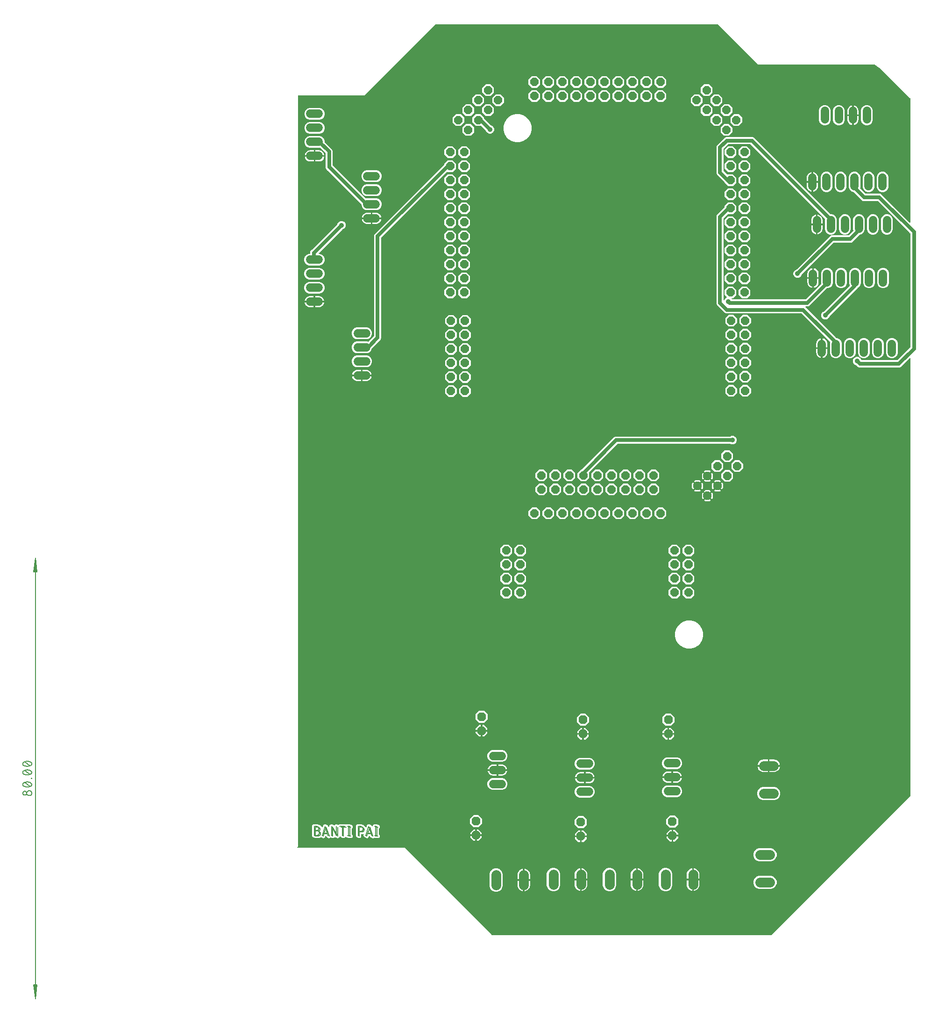
<source format=gbr>
G04 EAGLE Gerber RS-274X export*
G75*
%MOMM*%
%FSLAX34Y34*%
%LPD*%
%INTop Copper*%
%IPPOS*%
%AMOC8*
5,1,8,0,0,1.08239X$1,22.5*%
G01*
%ADD10C,0.130000*%
%ADD11C,0.130000*%
%ADD12C,0.152400*%
%ADD13C,1.790700*%
%ADD14C,1.524000*%
%ADD15P,1.632244X8X22.500000*%
%ADD16P,1.632244X8X202.500000*%
%ADD17P,1.632244X8X67.500000*%
%ADD18P,1.632244X8X337.500000*%
%ADD19P,1.732040X8X112.500000*%
%ADD20C,0.700000*%
%ADD21C,0.914400*%

G36*
X1334090Y116254D02*
X1334090Y116254D01*
X1334181Y116261D01*
X1334211Y116273D01*
X1334243Y116279D01*
X1334323Y116321D01*
X1334407Y116357D01*
X1334439Y116383D01*
X1334460Y116394D01*
X1334482Y116417D01*
X1334538Y116462D01*
X1585538Y367462D01*
X1585591Y367536D01*
X1585651Y367605D01*
X1585663Y367635D01*
X1585682Y367661D01*
X1585709Y367748D01*
X1585743Y367833D01*
X1585747Y367874D01*
X1585754Y367897D01*
X1585753Y367929D01*
X1585761Y368000D01*
X1585761Y1160182D01*
X1585750Y1160253D01*
X1585748Y1160325D01*
X1585730Y1160374D01*
X1585722Y1160425D01*
X1585688Y1160488D01*
X1585663Y1160556D01*
X1585631Y1160596D01*
X1585606Y1160642D01*
X1585555Y1160692D01*
X1585510Y1160748D01*
X1585466Y1160776D01*
X1585428Y1160812D01*
X1585363Y1160842D01*
X1585303Y1160881D01*
X1585252Y1160893D01*
X1585205Y1160915D01*
X1585134Y1160923D01*
X1585064Y1160941D01*
X1585012Y1160937D01*
X1584961Y1160942D01*
X1584890Y1160927D01*
X1584819Y1160922D01*
X1584771Y1160901D01*
X1584720Y1160890D01*
X1584659Y1160853D01*
X1584593Y1160825D01*
X1584537Y1160780D01*
X1584509Y1160764D01*
X1584494Y1160746D01*
X1584462Y1160720D01*
X1568686Y1144944D01*
X1566279Y1143947D01*
X1493337Y1143947D01*
X1490930Y1144944D01*
X1488981Y1146894D01*
X1487994Y1147880D01*
X1487941Y1147919D01*
X1487894Y1147965D01*
X1487821Y1148005D01*
X1487795Y1148024D01*
X1487776Y1148030D01*
X1487747Y1148045D01*
X1485299Y1149059D01*
X1483155Y1151203D01*
X1481995Y1154004D01*
X1481995Y1157036D01*
X1483155Y1159837D01*
X1485299Y1161981D01*
X1488100Y1163141D01*
X1491132Y1163141D01*
X1493946Y1161975D01*
X1494040Y1161953D01*
X1494134Y1161924D01*
X1494160Y1161925D01*
X1494185Y1161919D01*
X1494282Y1161928D01*
X1494380Y1161931D01*
X1494404Y1161940D01*
X1494430Y1161942D01*
X1494519Y1161982D01*
X1494611Y1162015D01*
X1494631Y1162031D01*
X1494655Y1162042D01*
X1494727Y1162108D01*
X1494803Y1162169D01*
X1494817Y1162191D01*
X1494836Y1162208D01*
X1494883Y1162294D01*
X1494936Y1162376D01*
X1494942Y1162401D01*
X1494955Y1162424D01*
X1494972Y1162520D01*
X1494996Y1162614D01*
X1494994Y1162640D01*
X1494998Y1162666D01*
X1494984Y1162763D01*
X1494977Y1162859D01*
X1494966Y1162883D01*
X1494962Y1162909D01*
X1494918Y1162996D01*
X1494880Y1163086D01*
X1494860Y1163111D01*
X1494851Y1163129D01*
X1494827Y1163152D01*
X1494775Y1163217D01*
X1492655Y1165337D01*
X1491031Y1169258D01*
X1491031Y1188742D01*
X1492655Y1192663D01*
X1495657Y1195665D01*
X1499578Y1197289D01*
X1503822Y1197289D01*
X1507743Y1195665D01*
X1510745Y1192663D01*
X1512369Y1188742D01*
X1512369Y1169258D01*
X1510745Y1165337D01*
X1507743Y1162335D01*
X1503822Y1160711D01*
X1499578Y1160711D01*
X1495644Y1162341D01*
X1495549Y1162363D01*
X1495456Y1162392D01*
X1495430Y1162391D01*
X1495404Y1162397D01*
X1495307Y1162388D01*
X1495210Y1162385D01*
X1495185Y1162376D01*
X1495159Y1162374D01*
X1495070Y1162334D01*
X1494979Y1162301D01*
X1494958Y1162285D01*
X1494935Y1162274D01*
X1494863Y1162208D01*
X1494787Y1162147D01*
X1494773Y1162125D01*
X1494753Y1162108D01*
X1494706Y1162022D01*
X1494654Y1161940D01*
X1494647Y1161915D01*
X1494635Y1161892D01*
X1494618Y1161796D01*
X1494594Y1161702D01*
X1494596Y1161676D01*
X1494591Y1161650D01*
X1494605Y1161553D01*
X1494613Y1161457D01*
X1494623Y1161433D01*
X1494627Y1161407D01*
X1494671Y1161320D01*
X1494709Y1161230D01*
X1494730Y1161205D01*
X1494738Y1161187D01*
X1494762Y1161164D01*
X1494814Y1161099D01*
X1496077Y1159837D01*
X1497038Y1157515D01*
X1497100Y1157415D01*
X1497160Y1157315D01*
X1497165Y1157311D01*
X1497168Y1157306D01*
X1497258Y1157231D01*
X1497347Y1157155D01*
X1497353Y1157153D01*
X1497358Y1157149D01*
X1497466Y1157107D01*
X1497575Y1157063D01*
X1497583Y1157062D01*
X1497587Y1157061D01*
X1497605Y1157060D01*
X1497742Y1157045D01*
X1561948Y1157045D01*
X1562038Y1157059D01*
X1562129Y1157067D01*
X1562159Y1157079D01*
X1562191Y1157084D01*
X1562272Y1157127D01*
X1562355Y1157163D01*
X1562388Y1157189D01*
X1562408Y1157200D01*
X1562430Y1157223D01*
X1562486Y1157268D01*
X1585538Y1180320D01*
X1585591Y1180394D01*
X1585651Y1180463D01*
X1585663Y1180493D01*
X1585682Y1180519D01*
X1585709Y1180606D01*
X1585743Y1180691D01*
X1585747Y1180732D01*
X1585754Y1180754D01*
X1585753Y1180787D01*
X1585761Y1180858D01*
X1585761Y1386406D01*
X1585747Y1386496D01*
X1585739Y1386587D01*
X1585727Y1386617D01*
X1585722Y1386649D01*
X1585679Y1386730D01*
X1585643Y1386813D01*
X1585617Y1386846D01*
X1585606Y1386866D01*
X1585583Y1386888D01*
X1585538Y1386944D01*
X1527318Y1445164D01*
X1527244Y1445217D01*
X1527175Y1445277D01*
X1527145Y1445289D01*
X1527119Y1445308D01*
X1527032Y1445335D01*
X1526947Y1445369D01*
X1526906Y1445373D01*
X1526884Y1445380D01*
X1526851Y1445379D01*
X1526780Y1445387D01*
X1500873Y1445387D01*
X1498466Y1446384D01*
X1483362Y1461488D01*
X1483288Y1461541D01*
X1483219Y1461601D01*
X1483189Y1461613D01*
X1483163Y1461632D01*
X1483076Y1461659D01*
X1482991Y1461693D01*
X1482950Y1461697D01*
X1482928Y1461704D01*
X1482895Y1461703D01*
X1482824Y1461711D01*
X1482578Y1461711D01*
X1478657Y1463335D01*
X1475655Y1466337D01*
X1474031Y1470258D01*
X1474031Y1489742D01*
X1475655Y1493663D01*
X1478657Y1496665D01*
X1482578Y1498289D01*
X1486822Y1498289D01*
X1490743Y1496665D01*
X1493745Y1493663D01*
X1495369Y1489742D01*
X1495369Y1470258D01*
X1494903Y1469134D01*
X1494876Y1469020D01*
X1494848Y1468907D01*
X1494849Y1468901D01*
X1494847Y1468895D01*
X1494858Y1468778D01*
X1494867Y1468662D01*
X1494870Y1468656D01*
X1494870Y1468650D01*
X1494918Y1468543D01*
X1494964Y1468436D01*
X1494968Y1468430D01*
X1494970Y1468425D01*
X1494983Y1468412D01*
X1495068Y1468305D01*
X1504666Y1458708D01*
X1504740Y1458655D01*
X1504809Y1458595D01*
X1504839Y1458583D01*
X1504865Y1458564D01*
X1504952Y1458537D01*
X1505037Y1458503D01*
X1505078Y1458499D01*
X1505100Y1458492D01*
X1505133Y1458493D01*
X1505204Y1458485D01*
X1531111Y1458485D01*
X1533518Y1457488D01*
X1584462Y1406544D01*
X1584520Y1406502D01*
X1584572Y1406452D01*
X1584619Y1406430D01*
X1584661Y1406400D01*
X1584730Y1406379D01*
X1584795Y1406349D01*
X1584847Y1406343D01*
X1584897Y1406328D01*
X1584968Y1406330D01*
X1585039Y1406322D01*
X1585090Y1406333D01*
X1585142Y1406334D01*
X1585210Y1406359D01*
X1585280Y1406374D01*
X1585324Y1406401D01*
X1585373Y1406418D01*
X1585429Y1406463D01*
X1585491Y1406500D01*
X1585525Y1406540D01*
X1585565Y1406572D01*
X1585604Y1406632D01*
X1585651Y1406687D01*
X1585670Y1406735D01*
X1585698Y1406779D01*
X1585716Y1406849D01*
X1585743Y1406915D01*
X1585751Y1406986D01*
X1585759Y1407018D01*
X1585757Y1407041D01*
X1585761Y1407082D01*
X1585761Y1631000D01*
X1585747Y1631090D01*
X1585739Y1631181D01*
X1585727Y1631211D01*
X1585722Y1631243D01*
X1585679Y1631323D01*
X1585643Y1631407D01*
X1585617Y1631439D01*
X1585606Y1631460D01*
X1585583Y1631482D01*
X1585538Y1631538D01*
X1532025Y1685052D01*
X1531999Y1685070D01*
X1531924Y1685137D01*
X1521253Y1692623D01*
X1521230Y1692634D01*
X1521210Y1692651D01*
X1521119Y1692688D01*
X1521031Y1692730D01*
X1521006Y1692733D01*
X1520982Y1692743D01*
X1520816Y1692761D01*
X1310315Y1692761D01*
X1237538Y1765538D01*
X1237464Y1765591D01*
X1237395Y1765651D01*
X1237365Y1765663D01*
X1237339Y1765682D01*
X1237252Y1765709D01*
X1237167Y1765743D01*
X1237126Y1765747D01*
X1237103Y1765754D01*
X1237071Y1765753D01*
X1237000Y1765761D01*
X726000Y1765761D01*
X725910Y1765747D01*
X725819Y1765739D01*
X725789Y1765727D01*
X725757Y1765722D01*
X725677Y1765679D01*
X725593Y1765643D01*
X725561Y1765617D01*
X725540Y1765606D01*
X725518Y1765583D01*
X725462Y1765538D01*
X596685Y1636761D01*
X477000Y1636761D01*
X476980Y1636758D01*
X476961Y1636760D01*
X476859Y1636738D01*
X476757Y1636722D01*
X476740Y1636712D01*
X476720Y1636708D01*
X476631Y1636655D01*
X476540Y1636606D01*
X476526Y1636592D01*
X476509Y1636582D01*
X476442Y1636503D01*
X476371Y1636428D01*
X476362Y1636410D01*
X476349Y1636395D01*
X476310Y1636299D01*
X476267Y1636205D01*
X476265Y1636185D01*
X476257Y1636167D01*
X476239Y1636000D01*
X476239Y277315D01*
X474462Y275538D01*
X474420Y275480D01*
X474371Y275428D01*
X474349Y275381D01*
X474318Y275339D01*
X474297Y275270D01*
X474267Y275205D01*
X474261Y275153D01*
X474246Y275103D01*
X474248Y275032D01*
X474240Y274961D01*
X474251Y274910D01*
X474252Y274858D01*
X474277Y274790D01*
X474292Y274720D01*
X474319Y274676D01*
X474337Y274627D01*
X474382Y274571D01*
X474418Y274509D01*
X474458Y274475D01*
X474490Y274435D01*
X474551Y274396D01*
X474605Y274349D01*
X474653Y274330D01*
X474697Y274302D01*
X474767Y274284D01*
X474833Y274257D01*
X474905Y274249D01*
X474936Y274241D01*
X474959Y274243D01*
X475000Y274239D01*
X669685Y274239D01*
X827462Y116462D01*
X827536Y116409D01*
X827605Y116349D01*
X827635Y116337D01*
X827661Y116318D01*
X827748Y116291D01*
X827833Y116257D01*
X827874Y116253D01*
X827897Y116246D01*
X827929Y116247D01*
X828000Y116239D01*
X1334000Y116239D01*
X1334090Y116254D01*
G37*
%LPC*%
G36*
X1448778Y1160711D02*
X1448778Y1160711D01*
X1444857Y1162335D01*
X1441855Y1165337D01*
X1440231Y1169258D01*
X1440231Y1188742D01*
X1440586Y1189600D01*
X1440613Y1189713D01*
X1440642Y1189827D01*
X1440641Y1189833D01*
X1440643Y1189839D01*
X1440632Y1189956D01*
X1440623Y1190072D01*
X1440620Y1190078D01*
X1440620Y1190084D01*
X1440572Y1190192D01*
X1440526Y1190298D01*
X1440522Y1190304D01*
X1440520Y1190309D01*
X1440507Y1190323D01*
X1440421Y1190429D01*
X1389158Y1241692D01*
X1389084Y1241745D01*
X1389015Y1241805D01*
X1388985Y1241817D01*
X1388959Y1241836D01*
X1388872Y1241863D01*
X1388787Y1241897D01*
X1388746Y1241901D01*
X1388724Y1241908D01*
X1388691Y1241907D01*
X1388620Y1241915D01*
X1252185Y1241915D01*
X1249778Y1242912D01*
X1235376Y1257314D01*
X1234379Y1259721D01*
X1234379Y1418071D01*
X1235376Y1420478D01*
X1249128Y1434230D01*
X1249181Y1434304D01*
X1249241Y1434373D01*
X1249253Y1434403D01*
X1249272Y1434429D01*
X1249299Y1434516D01*
X1249333Y1434601D01*
X1249337Y1434642D01*
X1249344Y1434664D01*
X1249343Y1434697D01*
X1249351Y1434768D01*
X1249351Y1436646D01*
X1255554Y1442849D01*
X1264326Y1442849D01*
X1270529Y1436646D01*
X1270529Y1427874D01*
X1264326Y1421671D01*
X1255408Y1421671D01*
X1255318Y1421657D01*
X1255227Y1421649D01*
X1255197Y1421637D01*
X1255165Y1421632D01*
X1255084Y1421589D01*
X1255001Y1421553D01*
X1254968Y1421527D01*
X1254948Y1421516D01*
X1254926Y1421493D01*
X1254870Y1421448D01*
X1247700Y1414278D01*
X1247647Y1414204D01*
X1247587Y1414135D01*
X1247575Y1414105D01*
X1247556Y1414079D01*
X1247529Y1413992D01*
X1247495Y1413907D01*
X1247491Y1413866D01*
X1247484Y1413844D01*
X1247485Y1413811D01*
X1247477Y1413740D01*
X1247477Y1266700D01*
X1247492Y1266604D01*
X1247502Y1266507D01*
X1247512Y1266483D01*
X1247516Y1266457D01*
X1247562Y1266371D01*
X1247602Y1266282D01*
X1247619Y1266263D01*
X1247632Y1266240D01*
X1247702Y1266173D01*
X1247768Y1266101D01*
X1247791Y1266088D01*
X1247810Y1266070D01*
X1247898Y1266030D01*
X1247984Y1265983D01*
X1248009Y1265978D01*
X1248033Y1265967D01*
X1248130Y1265956D01*
X1248226Y1265939D01*
X1248252Y1265943D01*
X1248277Y1265940D01*
X1248373Y1265960D01*
X1248469Y1265975D01*
X1248492Y1265986D01*
X1248518Y1265992D01*
X1248601Y1266042D01*
X1248688Y1266086D01*
X1248707Y1266105D01*
X1248729Y1266118D01*
X1248792Y1266192D01*
X1248860Y1266262D01*
X1248876Y1266290D01*
X1248889Y1266305D01*
X1248901Y1266336D01*
X1248941Y1266409D01*
X1249539Y1267853D01*
X1251683Y1269997D01*
X1252855Y1270482D01*
X1252894Y1270506D01*
X1252937Y1270522D01*
X1252998Y1270570D01*
X1253064Y1270611D01*
X1253093Y1270647D01*
X1253129Y1270676D01*
X1253171Y1270741D01*
X1253221Y1270801D01*
X1253237Y1270844D01*
X1253262Y1270882D01*
X1253281Y1270958D01*
X1253309Y1271031D01*
X1253311Y1271076D01*
X1253322Y1271121D01*
X1253316Y1271198D01*
X1253319Y1271276D01*
X1253307Y1271320D01*
X1253303Y1271366D01*
X1253273Y1271438D01*
X1253251Y1271513D01*
X1253225Y1271550D01*
X1253207Y1271592D01*
X1253121Y1271699D01*
X1253111Y1271715D01*
X1253107Y1271718D01*
X1253102Y1271723D01*
X1249351Y1275474D01*
X1249351Y1284246D01*
X1255554Y1290449D01*
X1264326Y1290449D01*
X1270529Y1284246D01*
X1270529Y1275474D01*
X1264326Y1269271D01*
X1262880Y1269271D01*
X1262809Y1269260D01*
X1262737Y1269258D01*
X1262689Y1269240D01*
X1262637Y1269232D01*
X1262574Y1269198D01*
X1262506Y1269173D01*
X1262466Y1269141D01*
X1262420Y1269116D01*
X1262370Y1269064D01*
X1262314Y1269020D01*
X1262286Y1268976D01*
X1262250Y1268938D01*
X1262220Y1268873D01*
X1262181Y1268813D01*
X1262169Y1268762D01*
X1262147Y1268715D01*
X1262139Y1268644D01*
X1262121Y1268574D01*
X1262125Y1268522D01*
X1262120Y1268471D01*
X1262135Y1268400D01*
X1262140Y1268329D01*
X1262161Y1268281D01*
X1262172Y1268230D01*
X1262209Y1268169D01*
X1262237Y1268103D01*
X1262282Y1268047D01*
X1262298Y1268019D01*
X1262316Y1268004D01*
X1262342Y1267972D01*
X1262518Y1267796D01*
X1262592Y1267742D01*
X1262661Y1267683D01*
X1262691Y1267671D01*
X1262717Y1267652D01*
X1262804Y1267625D01*
X1262889Y1267591D01*
X1262930Y1267587D01*
X1262953Y1267580D01*
X1262985Y1267581D01*
X1263056Y1267573D01*
X1396156Y1267573D01*
X1396246Y1267587D01*
X1396337Y1267595D01*
X1396367Y1267607D01*
X1396399Y1267612D01*
X1396480Y1267655D01*
X1396563Y1267691D01*
X1396596Y1267717D01*
X1396616Y1267728D01*
X1396638Y1267751D01*
X1396694Y1267796D01*
X1424143Y1295244D01*
X1424210Y1295338D01*
X1424281Y1295433D01*
X1424283Y1295439D01*
X1424286Y1295444D01*
X1424320Y1295555D01*
X1424357Y1295666D01*
X1424357Y1295673D01*
X1424359Y1295679D01*
X1424355Y1295795D01*
X1424354Y1295912D01*
X1424352Y1295920D01*
X1424352Y1295925D01*
X1424346Y1295942D01*
X1424308Y1296074D01*
X1424231Y1296258D01*
X1424231Y1315742D01*
X1425855Y1319663D01*
X1428857Y1322665D01*
X1432778Y1324289D01*
X1437022Y1324289D01*
X1440943Y1322665D01*
X1443945Y1319663D01*
X1445569Y1315742D01*
X1445569Y1296258D01*
X1443945Y1292337D01*
X1440943Y1289335D01*
X1437022Y1287711D01*
X1435448Y1287711D01*
X1435358Y1287697D01*
X1435267Y1287689D01*
X1435237Y1287677D01*
X1435205Y1287672D01*
X1435124Y1287629D01*
X1435041Y1287593D01*
X1435008Y1287567D01*
X1434988Y1287556D01*
X1434966Y1287533D01*
X1434910Y1287488D01*
X1402894Y1255472D01*
X1400487Y1254475D01*
X1396736Y1254475D01*
X1396665Y1254464D01*
X1396593Y1254462D01*
X1396544Y1254444D01*
X1396493Y1254436D01*
X1396430Y1254402D01*
X1396362Y1254377D01*
X1396322Y1254345D01*
X1396276Y1254320D01*
X1396226Y1254268D01*
X1396170Y1254224D01*
X1396142Y1254180D01*
X1396106Y1254142D01*
X1396076Y1254077D01*
X1396037Y1254017D01*
X1396025Y1253966D01*
X1396003Y1253919D01*
X1395995Y1253848D01*
X1395977Y1253778D01*
X1395981Y1253726D01*
X1395976Y1253675D01*
X1395991Y1253604D01*
X1395996Y1253533D01*
X1396017Y1253485D01*
X1396028Y1253434D01*
X1396065Y1253373D01*
X1396093Y1253307D01*
X1396138Y1253251D01*
X1396154Y1253223D01*
X1396172Y1253208D01*
X1396198Y1253176D01*
X1397307Y1252067D01*
X1397307Y1252066D01*
X1451862Y1197512D01*
X1451936Y1197459D01*
X1452005Y1197399D01*
X1452035Y1197387D01*
X1452061Y1197368D01*
X1452148Y1197341D01*
X1452233Y1197307D01*
X1452274Y1197303D01*
X1452296Y1197296D01*
X1452329Y1197297D01*
X1452400Y1197289D01*
X1453022Y1197289D01*
X1456943Y1195665D01*
X1459945Y1192663D01*
X1461569Y1188742D01*
X1461569Y1169258D01*
X1459945Y1165337D01*
X1456943Y1162335D01*
X1453022Y1160711D01*
X1448778Y1160711D01*
G37*
%LPD*%
%LPC*%
G36*
X582058Y1169731D02*
X582058Y1169731D01*
X578137Y1171355D01*
X575135Y1174357D01*
X573511Y1178278D01*
X573511Y1182522D01*
X575135Y1186443D01*
X578137Y1189445D01*
X582058Y1191069D01*
X601542Y1191069D01*
X602844Y1190530D01*
X602957Y1190503D01*
X603071Y1190474D01*
X603077Y1190475D01*
X603083Y1190473D01*
X603200Y1190484D01*
X603316Y1190493D01*
X603322Y1190496D01*
X603328Y1190497D01*
X603436Y1190544D01*
X603542Y1190590D01*
X603548Y1190594D01*
X603553Y1190597D01*
X603567Y1190609D01*
X603673Y1190695D01*
X613692Y1200714D01*
X613745Y1200788D01*
X613805Y1200857D01*
X613817Y1200887D01*
X613836Y1200913D01*
X613863Y1201000D01*
X613897Y1201085D01*
X613901Y1201126D01*
X613908Y1201148D01*
X613907Y1201181D01*
X613915Y1201252D01*
X613915Y1382903D01*
X614912Y1385310D01*
X741230Y1511627D01*
X741283Y1511701D01*
X741342Y1511771D01*
X741355Y1511801D01*
X741373Y1511827D01*
X741400Y1511914D01*
X741434Y1511999D01*
X741439Y1512040D01*
X741446Y1512062D01*
X741445Y1512094D01*
X741453Y1512165D01*
X741453Y1512846D01*
X747656Y1519049D01*
X756428Y1519049D01*
X762630Y1512846D01*
X762630Y1504074D01*
X756428Y1497871D01*
X747656Y1497871D01*
X747364Y1498163D01*
X747348Y1498174D01*
X747336Y1498190D01*
X747249Y1498246D01*
X747165Y1498306D01*
X747146Y1498312D01*
X747129Y1498323D01*
X747029Y1498348D01*
X746930Y1498378D01*
X746910Y1498378D01*
X746890Y1498383D01*
X746787Y1498375D01*
X746684Y1498372D01*
X746665Y1498365D01*
X746645Y1498364D01*
X746550Y1498323D01*
X746453Y1498288D01*
X746437Y1498275D01*
X746419Y1498267D01*
X746288Y1498163D01*
X627236Y1379110D01*
X627183Y1379036D01*
X627123Y1378967D01*
X627111Y1378937D01*
X627092Y1378911D01*
X627065Y1378824D01*
X627031Y1378739D01*
X627027Y1378698D01*
X627020Y1378676D01*
X627021Y1378643D01*
X627013Y1378572D01*
X627013Y1196921D01*
X626016Y1194514D01*
X610312Y1178810D01*
X610259Y1178736D01*
X610199Y1178667D01*
X610187Y1178637D01*
X610168Y1178611D01*
X610141Y1178524D01*
X610107Y1178439D01*
X610103Y1178398D01*
X610096Y1178376D01*
X610097Y1178343D01*
X610090Y1178280D01*
X608465Y1174357D01*
X605463Y1171355D01*
X601542Y1169731D01*
X582058Y1169731D01*
G37*
%LPD*%
%LPC*%
G36*
X1439778Y1384711D02*
X1439778Y1384711D01*
X1435857Y1386335D01*
X1432855Y1389337D01*
X1431231Y1393258D01*
X1431231Y1412824D01*
X1431217Y1412914D01*
X1431209Y1413005D01*
X1431197Y1413035D01*
X1431192Y1413067D01*
X1431149Y1413148D01*
X1431113Y1413231D01*
X1431087Y1413264D01*
X1431076Y1413284D01*
X1431053Y1413306D01*
X1431008Y1413362D01*
X1296214Y1548156D01*
X1296140Y1548209D01*
X1296071Y1548269D01*
X1296041Y1548281D01*
X1296015Y1548300D01*
X1295928Y1548327D01*
X1295843Y1548361D01*
X1295802Y1548365D01*
X1295780Y1548372D01*
X1295747Y1548371D01*
X1295676Y1548379D01*
X1256516Y1548379D01*
X1256426Y1548365D01*
X1256335Y1548357D01*
X1256305Y1548345D01*
X1256273Y1548340D01*
X1256192Y1548297D01*
X1256109Y1548261D01*
X1256076Y1548235D01*
X1256056Y1548224D01*
X1256034Y1548201D01*
X1255978Y1548156D01*
X1247700Y1539878D01*
X1247647Y1539804D01*
X1247587Y1539735D01*
X1247575Y1539705D01*
X1247556Y1539679D01*
X1247529Y1539592D01*
X1247495Y1539507D01*
X1247491Y1539466D01*
X1247484Y1539444D01*
X1247485Y1539411D01*
X1247477Y1539340D01*
X1247477Y1500180D01*
X1247479Y1500165D01*
X1247478Y1500152D01*
X1247492Y1500088D01*
X1247499Y1499999D01*
X1247511Y1499969D01*
X1247516Y1499937D01*
X1247530Y1499912D01*
X1247530Y1499911D01*
X1247531Y1499910D01*
X1247559Y1499856D01*
X1247595Y1499773D01*
X1247621Y1499740D01*
X1247632Y1499720D01*
X1247655Y1499698D01*
X1247700Y1499642D01*
X1254085Y1493256D01*
X1254101Y1493245D01*
X1254114Y1493229D01*
X1254201Y1493173D01*
X1254285Y1493113D01*
X1254304Y1493107D01*
X1254321Y1493096D01*
X1254421Y1493071D01*
X1254520Y1493040D01*
X1254540Y1493041D01*
X1254559Y1493036D01*
X1254662Y1493044D01*
X1254766Y1493047D01*
X1254784Y1493054D01*
X1254804Y1493055D01*
X1254899Y1493096D01*
X1254997Y1493131D01*
X1255012Y1493144D01*
X1255031Y1493151D01*
X1255162Y1493256D01*
X1255554Y1493649D01*
X1264326Y1493649D01*
X1270529Y1487446D01*
X1270529Y1478674D01*
X1264326Y1472471D01*
X1255554Y1472471D01*
X1249351Y1478674D01*
X1249351Y1479152D01*
X1249337Y1479242D01*
X1249329Y1479333D01*
X1249317Y1479363D01*
X1249312Y1479395D01*
X1249269Y1479476D01*
X1249233Y1479559D01*
X1249207Y1479592D01*
X1249196Y1479612D01*
X1249173Y1479634D01*
X1249128Y1479690D01*
X1235376Y1493442D01*
X1234379Y1495849D01*
X1234379Y1543671D01*
X1235376Y1546078D01*
X1249778Y1560480D01*
X1252185Y1561477D01*
X1300007Y1561477D01*
X1302414Y1560480D01*
X1441382Y1421512D01*
X1441456Y1421459D01*
X1441525Y1421399D01*
X1441555Y1421387D01*
X1441581Y1421368D01*
X1441668Y1421341D01*
X1441753Y1421307D01*
X1441794Y1421303D01*
X1441816Y1421296D01*
X1441849Y1421297D01*
X1441920Y1421289D01*
X1444022Y1421289D01*
X1447943Y1419665D01*
X1450945Y1416663D01*
X1452569Y1412742D01*
X1452569Y1393258D01*
X1450945Y1389337D01*
X1447943Y1386335D01*
X1444022Y1384711D01*
X1439778Y1384711D01*
G37*
%LPD*%
%LPC*%
G36*
X988981Y937903D02*
X988981Y937903D01*
X982778Y944106D01*
X982778Y952878D01*
X988981Y959080D01*
X989696Y959080D01*
X989786Y959095D01*
X989877Y959102D01*
X989906Y959115D01*
X989938Y959120D01*
X990019Y959163D01*
X990103Y959198D01*
X990135Y959224D01*
X990156Y959235D01*
X990178Y959259D01*
X990234Y959303D01*
X1048818Y1017888D01*
X1051225Y1018885D01*
X1259281Y1018885D01*
X1259345Y1018895D01*
X1259411Y1018896D01*
X1259491Y1018919D01*
X1259523Y1018924D01*
X1259541Y1018934D01*
X1259572Y1018943D01*
X1262020Y1019957D01*
X1265052Y1019957D01*
X1267853Y1018797D01*
X1269997Y1016653D01*
X1271157Y1013852D01*
X1271157Y1010820D01*
X1269997Y1008019D01*
X1267853Y1005875D01*
X1265052Y1004715D01*
X1262020Y1004715D01*
X1259572Y1005729D01*
X1259508Y1005744D01*
X1259447Y1005769D01*
X1259365Y1005778D01*
X1259333Y1005785D01*
X1259313Y1005784D01*
X1259281Y1005787D01*
X1055556Y1005787D01*
X1055466Y1005773D01*
X1055375Y1005765D01*
X1055345Y1005753D01*
X1055313Y1005748D01*
X1055232Y1005705D01*
X1055149Y1005669D01*
X1055116Y1005643D01*
X1055096Y1005632D01*
X1055074Y1005609D01*
X1055018Y1005564D01*
X1003682Y954228D01*
X1003670Y954212D01*
X1003654Y954200D01*
X1003598Y954112D01*
X1003538Y954029D01*
X1003532Y954010D01*
X1003521Y953993D01*
X1003496Y953892D01*
X1003466Y953793D01*
X1003466Y953774D01*
X1003461Y953754D01*
X1003469Y953651D01*
X1003472Y953548D01*
X1003479Y953529D01*
X1003480Y953509D01*
X1003521Y953414D01*
X1003556Y953317D01*
X1003569Y953301D01*
X1003577Y953283D01*
X1003682Y953152D01*
X1003956Y952878D01*
X1003956Y944106D01*
X997753Y937903D01*
X988981Y937903D01*
G37*
%LPD*%
%LPC*%
G36*
X599658Y1428831D02*
X599658Y1428831D01*
X595737Y1430455D01*
X592735Y1433457D01*
X591111Y1437378D01*
X591111Y1439056D01*
X591097Y1439146D01*
X591089Y1439237D01*
X591077Y1439267D01*
X591072Y1439299D01*
X591029Y1439380D01*
X590993Y1439463D01*
X590967Y1439496D01*
X590956Y1439516D01*
X590933Y1439538D01*
X590888Y1439594D01*
X528942Y1501541D01*
X526992Y1503490D01*
X525995Y1505897D01*
X525995Y1531804D01*
X525981Y1531894D01*
X525973Y1531985D01*
X525961Y1532015D01*
X525956Y1532047D01*
X525913Y1532128D01*
X525877Y1532211D01*
X525851Y1532244D01*
X525840Y1532264D01*
X525817Y1532286D01*
X525772Y1532342D01*
X516506Y1541608D01*
X516432Y1541661D01*
X516363Y1541721D01*
X516333Y1541733D01*
X516307Y1541752D01*
X516220Y1541779D01*
X516135Y1541813D01*
X516094Y1541817D01*
X516072Y1541824D01*
X516039Y1541823D01*
X515968Y1541831D01*
X496358Y1541831D01*
X492437Y1543455D01*
X489435Y1546457D01*
X487811Y1550378D01*
X487811Y1554622D01*
X489435Y1558543D01*
X492437Y1561545D01*
X496358Y1563169D01*
X515842Y1563169D01*
X519763Y1561545D01*
X522765Y1558543D01*
X524389Y1554622D01*
X524389Y1552564D01*
X524403Y1552474D01*
X524411Y1552383D01*
X524423Y1552353D01*
X524428Y1552321D01*
X524471Y1552240D01*
X524507Y1552157D01*
X524533Y1552124D01*
X524544Y1552104D01*
X524567Y1552082D01*
X524612Y1552026D01*
X538096Y1538542D01*
X539093Y1536135D01*
X539093Y1510228D01*
X539107Y1510138D01*
X539115Y1510047D01*
X539127Y1510017D01*
X539132Y1509985D01*
X539175Y1509904D01*
X539211Y1509821D01*
X539237Y1509788D01*
X539248Y1509768D01*
X539271Y1509746D01*
X539316Y1509690D01*
X598717Y1450288D01*
X598812Y1450220D01*
X598906Y1450150D01*
X598912Y1450148D01*
X598917Y1450144D01*
X599029Y1450110D01*
X599140Y1450074D01*
X599146Y1450074D01*
X599152Y1450072D01*
X599269Y1450075D01*
X599386Y1450076D01*
X599393Y1450078D01*
X599398Y1450078D01*
X599416Y1450085D01*
X599547Y1450123D01*
X599658Y1450169D01*
X619142Y1450169D01*
X623063Y1448545D01*
X626065Y1445543D01*
X627689Y1441622D01*
X627689Y1437378D01*
X626065Y1433457D01*
X623063Y1430455D01*
X619142Y1428831D01*
X599658Y1428831D01*
G37*
%LPD*%
%LPC*%
G36*
X1380084Y1306155D02*
X1380084Y1306155D01*
X1377283Y1307315D01*
X1375139Y1309459D01*
X1373979Y1312260D01*
X1373979Y1315292D01*
X1375139Y1318093D01*
X1377283Y1320237D01*
X1379731Y1321251D01*
X1379787Y1321285D01*
X1379847Y1321311D01*
X1379912Y1321363D01*
X1379940Y1321380D01*
X1379953Y1321395D01*
X1379978Y1321416D01*
X1438741Y1380178D01*
X1440690Y1382128D01*
X1443097Y1383125D01*
X1474028Y1383125D01*
X1474118Y1383139D01*
X1474209Y1383147D01*
X1474239Y1383159D01*
X1474271Y1383164D01*
X1474352Y1383207D01*
X1474435Y1383243D01*
X1474468Y1383269D01*
X1474488Y1383280D01*
X1474510Y1383303D01*
X1474566Y1383348D01*
X1482388Y1391169D01*
X1482455Y1391263D01*
X1482526Y1391358D01*
X1482528Y1391364D01*
X1482531Y1391369D01*
X1482565Y1391480D01*
X1482602Y1391592D01*
X1482602Y1391598D01*
X1482604Y1391604D01*
X1482601Y1391721D01*
X1482600Y1391838D01*
X1482597Y1391845D01*
X1482597Y1391850D01*
X1482591Y1391867D01*
X1482553Y1391999D01*
X1482031Y1393258D01*
X1482031Y1412742D01*
X1483655Y1416663D01*
X1486657Y1419665D01*
X1490578Y1421289D01*
X1494822Y1421289D01*
X1498743Y1419665D01*
X1501745Y1416663D01*
X1503369Y1412742D01*
X1503369Y1393258D01*
X1501745Y1389337D01*
X1498743Y1386335D01*
X1494822Y1384711D01*
X1494768Y1384711D01*
X1494678Y1384697D01*
X1494587Y1384689D01*
X1494557Y1384677D01*
X1494525Y1384672D01*
X1494444Y1384629D01*
X1494361Y1384593D01*
X1494328Y1384567D01*
X1494308Y1384556D01*
X1494286Y1384533D01*
X1494230Y1384488D01*
X1480766Y1371024D01*
X1478359Y1370027D01*
X1447428Y1370027D01*
X1447338Y1370013D01*
X1447247Y1370005D01*
X1447217Y1369993D01*
X1447185Y1369988D01*
X1447104Y1369945D01*
X1447021Y1369909D01*
X1446988Y1369883D01*
X1446968Y1369872D01*
X1446959Y1369863D01*
X1446958Y1369863D01*
X1446943Y1369847D01*
X1446890Y1369804D01*
X1389240Y1312154D01*
X1389201Y1312101D01*
X1389155Y1312054D01*
X1389115Y1311981D01*
X1389096Y1311955D01*
X1389090Y1311936D01*
X1389075Y1311907D01*
X1388061Y1309459D01*
X1385917Y1307315D01*
X1383116Y1306155D01*
X1380084Y1306155D01*
G37*
%LPD*%
%LPC*%
G36*
X1181666Y634699D02*
X1181666Y634699D01*
X1175206Y636430D01*
X1169414Y639774D01*
X1164684Y644504D01*
X1161340Y650296D01*
X1159609Y656756D01*
X1159609Y663444D01*
X1161340Y669904D01*
X1164684Y675696D01*
X1169414Y680426D01*
X1175206Y683770D01*
X1181666Y685501D01*
X1188354Y685501D01*
X1194814Y683770D01*
X1200606Y680426D01*
X1205336Y675696D01*
X1208680Y669904D01*
X1210411Y663444D01*
X1210411Y656756D01*
X1208680Y650296D01*
X1205336Y644504D01*
X1200606Y639774D01*
X1194814Y636430D01*
X1188354Y634699D01*
X1181666Y634699D01*
G37*
%LPD*%
%LPC*%
G36*
X870516Y1551639D02*
X870516Y1551639D01*
X864056Y1553370D01*
X858264Y1556714D01*
X853534Y1561444D01*
X850190Y1567236D01*
X848459Y1573696D01*
X848459Y1580384D01*
X850190Y1586844D01*
X853534Y1592636D01*
X858264Y1597366D01*
X864056Y1600710D01*
X870516Y1602441D01*
X877204Y1602441D01*
X883664Y1600710D01*
X889456Y1597366D01*
X894186Y1592636D01*
X897530Y1586844D01*
X899261Y1580384D01*
X899261Y1573696D01*
X897530Y1567236D01*
X894186Y1561444D01*
X889456Y1556714D01*
X883664Y1553370D01*
X877204Y1551639D01*
X870516Y1551639D01*
G37*
%LPD*%
%LPC*%
G36*
X495958Y1328631D02*
X495958Y1328631D01*
X492037Y1330255D01*
X489035Y1333257D01*
X487411Y1337178D01*
X487411Y1341422D01*
X489035Y1345343D01*
X492037Y1348345D01*
X495958Y1349969D01*
X497602Y1349969D01*
X497622Y1349972D01*
X497641Y1349970D01*
X497743Y1349992D01*
X497845Y1350008D01*
X497862Y1350018D01*
X497882Y1350022D01*
X497971Y1350075D01*
X498062Y1350124D01*
X498076Y1350138D01*
X498093Y1350148D01*
X498160Y1350227D01*
X498232Y1350302D01*
X498240Y1350320D01*
X498253Y1350335D01*
X498292Y1350431D01*
X498335Y1350525D01*
X498337Y1350545D01*
X498345Y1350563D01*
X498363Y1350730D01*
X498363Y1352759D01*
X499360Y1355166D01*
X501310Y1357115D01*
X547512Y1403318D01*
X547551Y1403371D01*
X547597Y1403418D01*
X547637Y1403491D01*
X547656Y1403517D01*
X547662Y1403536D01*
X547677Y1403565D01*
X548691Y1406013D01*
X550835Y1408157D01*
X553636Y1409317D01*
X556668Y1409317D01*
X559469Y1408157D01*
X561613Y1406013D01*
X562773Y1403212D01*
X562773Y1400180D01*
X561613Y1397379D01*
X559469Y1395235D01*
X557021Y1394221D01*
X556965Y1394187D01*
X556905Y1394161D01*
X556840Y1394109D01*
X556812Y1394092D01*
X556799Y1394077D01*
X556774Y1394056D01*
X513986Y1351268D01*
X513944Y1351210D01*
X513894Y1351158D01*
X513872Y1351111D01*
X513842Y1351069D01*
X513821Y1351000D01*
X513791Y1350935D01*
X513785Y1350883D01*
X513770Y1350833D01*
X513772Y1350762D01*
X513764Y1350691D01*
X513775Y1350640D01*
X513776Y1350588D01*
X513801Y1350520D01*
X513816Y1350450D01*
X513843Y1350406D01*
X513860Y1350357D01*
X513905Y1350301D01*
X513942Y1350239D01*
X513982Y1350205D01*
X514014Y1350165D01*
X514074Y1350126D01*
X514129Y1350079D01*
X514177Y1350060D01*
X514221Y1350032D01*
X514291Y1350014D01*
X514357Y1349987D01*
X514428Y1349979D01*
X514460Y1349971D01*
X514483Y1349973D01*
X514524Y1349969D01*
X515442Y1349969D01*
X519363Y1348345D01*
X522365Y1345343D01*
X523989Y1341422D01*
X523989Y1337178D01*
X522365Y1333257D01*
X519363Y1330255D01*
X515442Y1328631D01*
X495958Y1328631D01*
G37*
%LPD*%
%LPC*%
G36*
X1430324Y1230795D02*
X1430324Y1230795D01*
X1427523Y1231955D01*
X1425379Y1234099D01*
X1424219Y1236900D01*
X1424219Y1239932D01*
X1425379Y1242733D01*
X1427523Y1244877D01*
X1429971Y1245891D01*
X1430027Y1245925D01*
X1430087Y1245951D01*
X1430152Y1246003D01*
X1430180Y1246020D01*
X1430193Y1246035D01*
X1430218Y1246056D01*
X1476250Y1292087D01*
X1476318Y1292181D01*
X1476388Y1292276D01*
X1476390Y1292282D01*
X1476394Y1292287D01*
X1476428Y1292398D01*
X1476464Y1292510D01*
X1476464Y1292516D01*
X1476466Y1292522D01*
X1476463Y1292639D01*
X1476462Y1292756D01*
X1476460Y1292763D01*
X1476460Y1292768D01*
X1476453Y1292786D01*
X1476415Y1292917D01*
X1475031Y1296258D01*
X1475031Y1315742D01*
X1476655Y1319663D01*
X1479657Y1322665D01*
X1483578Y1324289D01*
X1487822Y1324289D01*
X1491743Y1322665D01*
X1494745Y1319663D01*
X1496369Y1315742D01*
X1496369Y1296258D01*
X1494745Y1292337D01*
X1491743Y1289335D01*
X1491042Y1289045D01*
X1490965Y1288997D01*
X1490883Y1288956D01*
X1490861Y1288933D01*
X1490833Y1288916D01*
X1490775Y1288845D01*
X1490711Y1288780D01*
X1490691Y1288744D01*
X1490676Y1288726D01*
X1490665Y1288696D01*
X1490630Y1288633D01*
X1490144Y1287458D01*
X1488194Y1285509D01*
X1439480Y1236794D01*
X1439441Y1236741D01*
X1439395Y1236694D01*
X1439355Y1236621D01*
X1439336Y1236595D01*
X1439330Y1236576D01*
X1439315Y1236547D01*
X1438301Y1234099D01*
X1436157Y1231955D01*
X1433356Y1230795D01*
X1430324Y1230795D01*
G37*
%LPD*%
%LPC*%
G36*
X530585Y292507D02*
X530585Y292507D01*
X527479Y294059D01*
X527066Y295301D01*
X527065Y295303D01*
X527064Y295305D01*
X527007Y295412D01*
X526951Y295519D01*
X526950Y295520D01*
X526949Y295522D01*
X526861Y295605D01*
X526773Y295688D01*
X526771Y295689D01*
X526770Y295691D01*
X526661Y295741D01*
X526551Y295793D01*
X526548Y295793D01*
X526546Y295794D01*
X526428Y295807D01*
X526306Y295820D01*
X526304Y295820D01*
X526302Y295820D01*
X526184Y295794D01*
X526066Y295769D01*
X526064Y295768D01*
X526062Y295767D01*
X525959Y295706D01*
X525854Y295643D01*
X525853Y295642D01*
X525851Y295640D01*
X525772Y295548D01*
X525694Y295457D01*
X525693Y295455D01*
X525692Y295453D01*
X525621Y295301D01*
X524874Y293059D01*
X522051Y291648D01*
X519056Y292646D01*
X518997Y292764D01*
X518943Y292838D01*
X518896Y292916D01*
X518871Y292937D01*
X518853Y292963D01*
X518778Y293016D01*
X518709Y293075D01*
X518671Y293093D01*
X518652Y293106D01*
X518622Y293116D01*
X518556Y293146D01*
X517627Y293456D01*
X517514Y293474D01*
X517402Y293495D01*
X517393Y293493D01*
X517384Y293495D01*
X517271Y293476D01*
X517159Y293460D01*
X517148Y293456D01*
X517141Y293454D01*
X517120Y293443D01*
X517005Y293393D01*
X514509Y291951D01*
X510384Y291951D01*
X506184Y291951D01*
X505406Y292728D01*
X505333Y292781D01*
X505263Y292841D01*
X505233Y292853D01*
X505207Y292872D01*
X505120Y292899D01*
X505035Y292933D01*
X504994Y292937D01*
X504972Y292944D01*
X504939Y292943D01*
X504868Y292951D01*
X504184Y292951D01*
X501951Y295184D01*
X501951Y314596D01*
X504184Y316829D01*
X512267Y316829D01*
X513822Y315931D01*
X513929Y315890D01*
X514036Y315847D01*
X514046Y315846D01*
X514052Y315844D01*
X514074Y315843D01*
X514203Y315829D01*
X514267Y315829D01*
X517712Y313840D01*
X519225Y311218D01*
X519256Y311180D01*
X519279Y311137D01*
X519334Y311086D01*
X519381Y311028D01*
X519422Y311002D01*
X519458Y310968D01*
X519526Y310937D01*
X519589Y310897D01*
X519637Y310886D01*
X519681Y310865D01*
X519756Y310857D01*
X519828Y310840D01*
X519877Y310844D01*
X519926Y310839D01*
X519999Y310855D01*
X520073Y310861D01*
X520118Y310881D01*
X520166Y310892D01*
X520230Y310930D01*
X520299Y310960D01*
X520335Y310993D01*
X520377Y311018D01*
X520425Y311075D01*
X520481Y311126D01*
X520505Y311169D01*
X520536Y311206D01*
X520589Y311319D01*
X520601Y311340D01*
X520602Y311348D01*
X520607Y311358D01*
X521080Y312777D01*
X521086Y312814D01*
X521100Y312849D01*
X521105Y312935D01*
X521119Y313020D01*
X521113Y313057D01*
X521115Y313095D01*
X521080Y313259D01*
X521062Y313310D01*
X521623Y314432D01*
X521633Y314463D01*
X521664Y314531D01*
X522061Y315721D01*
X522109Y315745D01*
X522140Y315767D01*
X522175Y315782D01*
X522239Y315839D01*
X522309Y315889D01*
X522331Y315920D01*
X522359Y315944D01*
X522403Y316013D01*
X522409Y316019D01*
X522415Y316031D01*
X522450Y316085D01*
X522452Y316089D01*
X522474Y316134D01*
X523663Y316530D01*
X523692Y316546D01*
X523763Y316572D01*
X524884Y317132D01*
X524936Y317115D01*
X524973Y317109D01*
X525008Y317095D01*
X525094Y317090D01*
X525179Y317076D01*
X525216Y317082D01*
X525253Y317080D01*
X525417Y317115D01*
X525469Y317132D01*
X526590Y316572D01*
X526622Y316562D01*
X526690Y316530D01*
X527879Y316134D01*
X527904Y316085D01*
X527926Y316055D01*
X527940Y316020D01*
X527982Y315973D01*
X527992Y315957D01*
X528005Y315946D01*
X528048Y315886D01*
X528078Y315864D01*
X528103Y315836D01*
X528244Y315745D01*
X528248Y315743D01*
X528575Y315580D01*
X528575Y315579D01*
X528590Y315572D01*
X528622Y315562D01*
X528690Y315530D01*
X529879Y315134D01*
X529904Y315085D01*
X529926Y315055D01*
X529940Y315020D01*
X529997Y314956D01*
X530048Y314886D01*
X530078Y314864D01*
X530103Y314836D01*
X530244Y314745D01*
X530248Y314743D01*
X530293Y314721D01*
X530689Y313531D01*
X530704Y313502D01*
X530731Y313432D01*
X531279Y312334D01*
X531331Y312262D01*
X531376Y312186D01*
X531403Y312163D01*
X531424Y312134D01*
X531495Y312083D01*
X531562Y312026D01*
X531595Y312012D01*
X531624Y311991D01*
X531708Y311966D01*
X531789Y311932D01*
X531825Y311930D01*
X531859Y311920D01*
X531947Y311922D01*
X532035Y311917D01*
X532069Y311926D01*
X532105Y311927D01*
X532188Y311957D01*
X532273Y311980D01*
X532302Y311999D01*
X532336Y312012D01*
X532404Y312067D01*
X532478Y312116D01*
X532500Y312144D01*
X532527Y312166D01*
X532575Y312240D01*
X532629Y312310D01*
X532646Y312352D01*
X532660Y312373D01*
X532667Y312404D01*
X532692Y312465D01*
X532974Y313449D01*
X532976Y313471D01*
X532984Y313492D01*
X533003Y313658D01*
X533003Y314596D01*
X533281Y314875D01*
X533345Y314963D01*
X533411Y315049D01*
X533418Y315065D01*
X533425Y315075D01*
X533433Y315103D01*
X533475Y315204D01*
X533583Y315583D01*
X534403Y316038D01*
X534420Y316052D01*
X534441Y316061D01*
X534572Y316165D01*
X535235Y316829D01*
X535629Y316829D01*
X535736Y316846D01*
X535844Y316860D01*
X535860Y316867D01*
X535872Y316868D01*
X535898Y316882D01*
X535999Y316925D01*
X536343Y317116D01*
X537245Y316858D01*
X537267Y316855D01*
X537287Y316847D01*
X537454Y316829D01*
X538392Y316829D01*
X538670Y316550D01*
X538759Y316487D01*
X538844Y316420D01*
X538861Y316413D01*
X538870Y316407D01*
X538898Y316398D01*
X539000Y316357D01*
X539378Y316248D01*
X539394Y316220D01*
X539440Y316162D01*
X539477Y316099D01*
X539515Y316067D01*
X539546Y316027D01*
X539608Y315987D01*
X539664Y315939D01*
X539711Y315920D01*
X539753Y315893D01*
X539824Y315875D01*
X539893Y315847D01*
X539960Y315840D01*
X539991Y315832D01*
X540015Y315834D01*
X540059Y315829D01*
X540392Y315829D01*
X540670Y315550D01*
X540759Y315487D01*
X540844Y315420D01*
X540861Y315413D01*
X540870Y315407D01*
X540898Y315398D01*
X541000Y315357D01*
X541390Y315245D01*
X541406Y315225D01*
X541424Y315195D01*
X541442Y315180D01*
X541508Y315097D01*
X541510Y315096D01*
X541511Y315094D01*
X541614Y315028D01*
X541714Y314963D01*
X541716Y314962D01*
X541718Y314961D01*
X541835Y314932D01*
X541952Y314902D01*
X541954Y314902D01*
X541956Y314901D01*
X542075Y314910D01*
X542197Y314919D01*
X542199Y314920D01*
X542202Y314920D01*
X542310Y314967D01*
X542424Y315014D01*
X542426Y315016D01*
X542428Y315017D01*
X542506Y315079D01*
X542507Y315080D01*
X542508Y315081D01*
X542559Y315121D01*
X544266Y316829D01*
X547423Y316829D01*
X548200Y316052D01*
X548274Y315999D01*
X548344Y315939D01*
X548374Y315927D01*
X548400Y315908D01*
X548487Y315881D01*
X548572Y315847D01*
X548613Y315843D01*
X548635Y315836D01*
X548667Y315837D01*
X548738Y315829D01*
X549030Y315829D01*
X549120Y315843D01*
X549211Y315851D01*
X549241Y315863D01*
X549273Y315868D01*
X549353Y315911D01*
X549437Y315947D01*
X549469Y315973D01*
X549490Y315984D01*
X549512Y316007D01*
X549568Y316052D01*
X550345Y316829D01*
X562533Y316829D01*
X562987Y316375D01*
X563003Y316363D01*
X563016Y316348D01*
X563103Y316292D01*
X563187Y316231D01*
X563206Y316226D01*
X563223Y316215D01*
X563323Y316189D01*
X563422Y316159D01*
X563442Y316160D01*
X563461Y316155D01*
X563564Y316163D01*
X563668Y316165D01*
X563687Y316172D01*
X563706Y316174D01*
X563801Y316214D01*
X563899Y316250D01*
X563914Y316262D01*
X563933Y316270D01*
X564064Y316375D01*
X564517Y316829D01*
X571287Y316829D01*
X572064Y316052D01*
X572138Y315999D01*
X572207Y315939D01*
X572237Y315927D01*
X572264Y315908D01*
X572351Y315881D01*
X572435Y315847D01*
X572476Y315843D01*
X572499Y315836D01*
X572531Y315837D01*
X572602Y315829D01*
X573287Y315829D01*
X575519Y313596D01*
X575519Y310440D01*
X573936Y308856D01*
X573883Y308782D01*
X573823Y308713D01*
X573811Y308683D01*
X573792Y308657D01*
X573766Y308570D01*
X573731Y308485D01*
X573727Y308444D01*
X573720Y308421D01*
X573721Y308389D01*
X573713Y308318D01*
X573713Y299462D01*
X573728Y299372D01*
X573735Y299281D01*
X573747Y299251D01*
X573753Y299219D01*
X573795Y299139D01*
X573831Y299055D01*
X573857Y299023D01*
X573868Y299002D01*
X573891Y298980D01*
X573936Y298924D01*
X575519Y297340D01*
X575519Y294184D01*
X573287Y291951D01*
X566517Y291951D01*
X565740Y292728D01*
X565666Y292781D01*
X565597Y292841D01*
X565567Y292853D01*
X565541Y292872D01*
X565454Y292899D01*
X565369Y292933D01*
X565328Y292937D01*
X565306Y292944D01*
X565273Y292943D01*
X565202Y292951D01*
X564517Y292951D01*
X563306Y294163D01*
X563290Y294174D01*
X563277Y294190D01*
X563207Y294235D01*
X563177Y294261D01*
X563160Y294268D01*
X563106Y294306D01*
X563087Y294312D01*
X563070Y294323D01*
X562970Y294348D01*
X562871Y294379D01*
X562851Y294378D01*
X562832Y294383D01*
X562729Y294375D01*
X562625Y294372D01*
X562606Y294366D01*
X562587Y294364D01*
X562492Y294324D01*
X562394Y294288D01*
X562379Y294275D01*
X562360Y294268D01*
X562303Y294222D01*
X562293Y294216D01*
X562282Y294205D01*
X562229Y294163D01*
X560018Y291951D01*
X556861Y291951D01*
X556084Y292728D01*
X556010Y292781D01*
X555940Y292841D01*
X555910Y292853D01*
X555884Y292872D01*
X555797Y292899D01*
X555712Y292933D01*
X555671Y292937D01*
X555649Y292944D01*
X555617Y292943D01*
X555546Y292951D01*
X554861Y292951D01*
X552955Y294857D01*
X552897Y294899D01*
X552845Y294948D01*
X552797Y294970D01*
X552755Y295001D01*
X552687Y295022D01*
X552622Y295052D01*
X552570Y295058D01*
X552520Y295073D01*
X552448Y295071D01*
X552377Y295079D01*
X552326Y295068D01*
X552274Y295067D01*
X552207Y295042D01*
X552137Y295027D01*
X552092Y295000D01*
X552043Y294982D01*
X551987Y294937D01*
X551926Y294901D01*
X551892Y294861D01*
X551851Y294829D01*
X551812Y294768D01*
X551766Y294714D01*
X551746Y294665D01*
X551718Y294622D01*
X551701Y294552D01*
X551674Y294486D01*
X551666Y294414D01*
X551658Y294383D01*
X551660Y294360D01*
X551655Y294319D01*
X551655Y294184D01*
X551377Y293905D01*
X551313Y293817D01*
X551247Y293731D01*
X551240Y293715D01*
X551233Y293705D01*
X551225Y293677D01*
X551183Y293576D01*
X551075Y293197D01*
X550255Y292742D01*
X550238Y292728D01*
X550217Y292719D01*
X550187Y292695D01*
X550185Y292694D01*
X550182Y292691D01*
X550086Y292615D01*
X549423Y291951D01*
X549029Y291951D01*
X548922Y291934D01*
X548814Y291920D01*
X548798Y291913D01*
X548787Y291912D01*
X548760Y291898D01*
X548660Y291855D01*
X548315Y291664D01*
X547413Y291922D01*
X547392Y291925D01*
X547371Y291933D01*
X547204Y291951D01*
X546266Y291951D01*
X545988Y292230D01*
X545899Y292293D01*
X545814Y292360D01*
X545797Y292367D01*
X545788Y292373D01*
X545760Y292382D01*
X545659Y292423D01*
X545280Y292532D01*
X545264Y292560D01*
X545218Y292618D01*
X545181Y292681D01*
X545143Y292713D01*
X545112Y292753D01*
X545050Y292793D01*
X544994Y292841D01*
X544947Y292860D01*
X544906Y292887D01*
X544834Y292905D01*
X544766Y292933D01*
X544698Y292940D01*
X544667Y292948D01*
X544643Y292946D01*
X544599Y292951D01*
X544266Y292951D01*
X543988Y293230D01*
X543899Y293293D01*
X543814Y293360D01*
X543797Y293367D01*
X543788Y293373D01*
X543760Y293382D01*
X543659Y293423D01*
X543268Y293535D01*
X543227Y293586D01*
X543150Y293683D01*
X543149Y293684D01*
X543147Y293686D01*
X543045Y293752D01*
X542944Y293817D01*
X542942Y293818D01*
X542940Y293819D01*
X542823Y293848D01*
X542706Y293878D01*
X542704Y293878D01*
X542702Y293879D01*
X542583Y293870D01*
X542461Y293861D01*
X542459Y293860D01*
X542457Y293860D01*
X542348Y293813D01*
X542234Y293766D01*
X542232Y293764D01*
X542230Y293763D01*
X542099Y293659D01*
X540392Y291951D01*
X537235Y291951D01*
X536459Y292727D01*
X536444Y292738D01*
X536432Y292753D01*
X536344Y292810D01*
X536259Y292871D01*
X536241Y292877D01*
X536225Y292887D01*
X536124Y292913D01*
X536024Y292943D01*
X536005Y292943D01*
X535987Y292947D01*
X535883Y292940D01*
X535778Y292937D01*
X535760Y292930D01*
X535742Y292929D01*
X535645Y292888D01*
X535547Y292853D01*
X535532Y292841D01*
X535515Y292833D01*
X535437Y292764D01*
X535355Y292699D01*
X535345Y292683D01*
X535331Y292670D01*
X535320Y292653D01*
X532303Y291648D01*
X530585Y292507D01*
G37*
%LPD*%
%LPC*%
G36*
X608396Y293200D02*
X608396Y293200D01*
X606678Y294059D01*
X606264Y295301D01*
X606263Y295303D01*
X606263Y295305D01*
X606205Y295412D01*
X606149Y295519D01*
X606148Y295520D01*
X606147Y295522D01*
X606059Y295605D01*
X605972Y295688D01*
X605970Y295689D01*
X605968Y295691D01*
X605859Y295741D01*
X605749Y295793D01*
X605747Y295793D01*
X605745Y295794D01*
X605626Y295807D01*
X605504Y295820D01*
X605502Y295820D01*
X605500Y295820D01*
X605382Y295794D01*
X605264Y295769D01*
X605262Y295768D01*
X605260Y295767D01*
X605157Y295706D01*
X605052Y295643D01*
X605051Y295642D01*
X605049Y295640D01*
X604970Y295548D01*
X604892Y295457D01*
X604891Y295455D01*
X604890Y295453D01*
X604820Y295301D01*
X604072Y293059D01*
X601249Y291648D01*
X598254Y292646D01*
X598195Y292764D01*
X598141Y292838D01*
X598094Y292916D01*
X598070Y292937D01*
X598051Y292963D01*
X597977Y293016D01*
X597907Y293075D01*
X597870Y293093D01*
X597851Y293106D01*
X597820Y293116D01*
X597755Y293146D01*
X596254Y293646D01*
X594842Y296470D01*
X595595Y298730D01*
X595610Y298823D01*
X595632Y298915D01*
X595630Y298944D01*
X595635Y298973D01*
X595619Y299066D01*
X595611Y299160D01*
X595599Y299186D01*
X595594Y299215D01*
X595550Y299299D01*
X595512Y299385D01*
X595492Y299407D01*
X595478Y299432D01*
X595410Y299497D01*
X595346Y299567D01*
X595321Y299581D01*
X595300Y299601D01*
X595214Y299641D01*
X595132Y299687D01*
X595103Y299692D01*
X595076Y299704D01*
X594982Y299714D01*
X594890Y299732D01*
X594861Y299728D01*
X594832Y299731D01*
X594740Y299710D01*
X594646Y299697D01*
X594613Y299682D01*
X594592Y299678D01*
X594563Y299661D01*
X594493Y299630D01*
X593707Y299176D01*
X591532Y299176D01*
X591513Y299173D01*
X591493Y299175D01*
X591392Y299153D01*
X591289Y299136D01*
X591272Y299127D01*
X591252Y299123D01*
X591163Y299070D01*
X591072Y299021D01*
X591058Y299007D01*
X591041Y298997D01*
X590974Y298918D01*
X590903Y298843D01*
X590894Y298825D01*
X590881Y298810D01*
X590843Y298714D01*
X590799Y298620D01*
X590797Y298600D01*
X590789Y298582D01*
X590771Y298415D01*
X590771Y294184D01*
X588539Y291951D01*
X585382Y291951D01*
X584605Y292728D01*
X584531Y292781D01*
X584461Y292841D01*
X584431Y292853D01*
X584405Y292872D01*
X584318Y292899D01*
X584233Y292933D01*
X584192Y292937D01*
X584170Y292944D01*
X584138Y292943D01*
X584066Y292951D01*
X583382Y292951D01*
X581150Y295184D01*
X581150Y314596D01*
X583382Y316829D01*
X591707Y316829D01*
X593262Y315931D01*
X593369Y315890D01*
X593476Y315847D01*
X593486Y315846D01*
X593492Y315844D01*
X593515Y315843D01*
X593643Y315829D01*
X593707Y315829D01*
X597571Y313598D01*
X598614Y311791D01*
X598645Y311753D01*
X598668Y311710D01*
X598723Y311658D01*
X598770Y311600D01*
X598812Y311574D01*
X598847Y311541D01*
X598915Y311509D01*
X598978Y311470D01*
X599026Y311458D01*
X599071Y311438D01*
X599145Y311430D01*
X599218Y311412D01*
X599266Y311417D01*
X599315Y311411D01*
X599388Y311427D01*
X599463Y311434D01*
X599508Y311454D01*
X599555Y311464D01*
X599619Y311503D01*
X599688Y311533D01*
X599724Y311566D01*
X599766Y311591D01*
X599815Y311648D01*
X599870Y311698D01*
X599894Y311741D01*
X599925Y311778D01*
X599978Y311892D01*
X599990Y311913D01*
X599991Y311920D01*
X599996Y311931D01*
X600278Y312777D01*
X600284Y312814D01*
X600298Y312849D01*
X600303Y312935D01*
X600317Y313020D01*
X600311Y313057D01*
X600313Y313095D01*
X600278Y313259D01*
X600261Y313310D01*
X600821Y314432D01*
X600831Y314463D01*
X600863Y314531D01*
X601259Y315721D01*
X601308Y315745D01*
X601338Y315767D01*
X601373Y315782D01*
X601437Y315839D01*
X601507Y315889D01*
X601529Y315920D01*
X601557Y315944D01*
X601601Y316013D01*
X601608Y316019D01*
X601613Y316031D01*
X601648Y316085D01*
X601650Y316089D01*
X601672Y316134D01*
X602862Y316530D01*
X602891Y316546D01*
X602961Y316572D01*
X604083Y317132D01*
X604134Y317115D01*
X604171Y317109D01*
X604206Y317095D01*
X604292Y317090D01*
X604377Y317076D01*
X604414Y317082D01*
X604452Y317080D01*
X604616Y317115D01*
X604667Y317132D01*
X605789Y316572D01*
X605820Y316562D01*
X605888Y316530D01*
X607078Y316134D01*
X607102Y316085D01*
X607124Y316055D01*
X607139Y316020D01*
X607180Y315973D01*
X607190Y315957D01*
X607203Y315946D01*
X607246Y315886D01*
X607277Y315864D01*
X607301Y315836D01*
X607442Y315745D01*
X607789Y315572D01*
X607820Y315562D01*
X607888Y315530D01*
X609078Y315134D01*
X609102Y315085D01*
X609124Y315055D01*
X609139Y315020D01*
X609196Y314956D01*
X609246Y314886D01*
X609277Y314864D01*
X609301Y314836D01*
X609442Y314745D01*
X609446Y314743D01*
X609491Y314721D01*
X609780Y313855D01*
X609780Y313854D01*
X609780Y313853D01*
X609835Y313750D01*
X609894Y313637D01*
X609895Y313636D01*
X609895Y313635D01*
X609980Y313555D01*
X610072Y313467D01*
X610073Y313467D01*
X610074Y313466D01*
X610183Y313415D01*
X610295Y313363D01*
X610296Y313363D01*
X610297Y313362D01*
X610412Y313350D01*
X610539Y313335D01*
X610540Y313335D01*
X610541Y313335D01*
X610657Y313360D01*
X610780Y313387D01*
X610781Y313387D01*
X610782Y313388D01*
X610884Y313449D01*
X610991Y313512D01*
X610992Y313513D01*
X610993Y313514D01*
X611073Y313608D01*
X611152Y313699D01*
X611152Y313700D01*
X611153Y313701D01*
X611199Y313815D01*
X611244Y313927D01*
X611244Y313928D01*
X611245Y313929D01*
X611263Y314096D01*
X611263Y314596D01*
X613495Y316829D01*
X620265Y316829D01*
X621042Y316052D01*
X621116Y315999D01*
X621185Y315939D01*
X621215Y315927D01*
X621241Y315908D01*
X621328Y315881D01*
X621413Y315847D01*
X621454Y315843D01*
X621477Y315836D01*
X621509Y315837D01*
X621580Y315829D01*
X622265Y315829D01*
X624497Y313596D01*
X624497Y310440D01*
X622914Y308856D01*
X622861Y308782D01*
X622801Y308713D01*
X622789Y308683D01*
X622770Y308657D01*
X622743Y308570D01*
X622709Y308485D01*
X622705Y308444D01*
X622698Y308421D01*
X622699Y308389D01*
X622691Y308318D01*
X622691Y299462D01*
X622705Y299372D01*
X622713Y299281D01*
X622725Y299251D01*
X622730Y299219D01*
X622773Y299139D01*
X622809Y299055D01*
X622835Y299023D01*
X622846Y299002D01*
X622869Y298980D01*
X622914Y298924D01*
X624497Y297340D01*
X624497Y294184D01*
X622265Y291951D01*
X615495Y291951D01*
X615057Y292389D01*
X614984Y292442D01*
X614916Y292501D01*
X614885Y292513D01*
X614857Y292533D01*
X614771Y292559D01*
X614688Y292593D01*
X614654Y292595D01*
X614622Y292605D01*
X614532Y292603D01*
X614442Y292608D01*
X614401Y292600D01*
X614377Y292599D01*
X614346Y292588D01*
X614278Y292573D01*
X611501Y291648D01*
X608396Y293200D01*
G37*
%LPD*%
%LPC*%
G36*
X1311359Y199698D02*
X1311359Y199698D01*
X1306948Y201525D01*
X1303572Y204901D01*
X1301744Y209313D01*
X1301744Y214087D01*
X1303572Y218499D01*
X1306948Y221875D01*
X1311359Y223702D01*
X1334041Y223702D01*
X1338452Y221875D01*
X1341828Y218499D01*
X1343656Y214087D01*
X1343656Y209313D01*
X1341828Y204901D01*
X1338452Y201525D01*
X1334041Y199698D01*
X1311359Y199698D01*
G37*
%LPD*%
%LPC*%
G36*
X1317959Y360698D02*
X1317959Y360698D01*
X1313548Y362525D01*
X1310172Y365901D01*
X1308344Y370313D01*
X1308344Y375087D01*
X1310172Y379499D01*
X1313548Y382875D01*
X1317959Y384702D01*
X1340641Y384702D01*
X1345052Y382875D01*
X1348428Y379499D01*
X1350256Y375087D01*
X1350256Y370313D01*
X1348428Y365901D01*
X1345052Y362525D01*
X1340641Y360698D01*
X1317959Y360698D01*
G37*
%LPD*%
%LPC*%
G36*
X1311359Y249698D02*
X1311359Y249698D01*
X1306948Y251525D01*
X1303572Y254901D01*
X1301744Y259313D01*
X1301744Y264087D01*
X1303572Y268499D01*
X1306948Y271875D01*
X1311359Y273702D01*
X1334041Y273702D01*
X1338452Y271875D01*
X1341828Y268499D01*
X1343656Y264087D01*
X1343656Y259313D01*
X1341828Y254901D01*
X1338452Y251525D01*
X1334041Y249698D01*
X1311359Y249698D01*
G37*
%LPD*%
%LPC*%
G36*
X1139713Y195844D02*
X1139713Y195844D01*
X1135301Y197672D01*
X1131925Y201048D01*
X1130098Y205459D01*
X1130098Y228141D01*
X1131925Y232552D01*
X1135301Y235928D01*
X1139713Y237756D01*
X1144487Y237756D01*
X1148899Y235928D01*
X1152275Y232552D01*
X1154102Y228141D01*
X1154102Y205459D01*
X1152275Y201048D01*
X1148899Y197672D01*
X1144487Y195844D01*
X1139713Y195844D01*
G37*
%LPD*%
%LPC*%
G36*
X1038113Y195844D02*
X1038113Y195844D01*
X1033701Y197672D01*
X1030325Y201048D01*
X1028498Y205459D01*
X1028498Y228141D01*
X1030325Y232552D01*
X1033701Y235928D01*
X1038113Y237756D01*
X1042887Y237756D01*
X1047299Y235928D01*
X1050675Y232552D01*
X1052502Y228141D01*
X1052502Y205459D01*
X1050675Y201048D01*
X1047299Y197672D01*
X1042887Y195844D01*
X1038113Y195844D01*
G37*
%LPD*%
%LPC*%
G36*
X936513Y195844D02*
X936513Y195844D01*
X932101Y197672D01*
X928725Y201048D01*
X926898Y205459D01*
X926898Y228141D01*
X928725Y232552D01*
X932101Y235928D01*
X936513Y237756D01*
X941287Y237756D01*
X945699Y235928D01*
X949075Y232552D01*
X950902Y228141D01*
X950902Y205459D01*
X949075Y201048D01*
X945699Y197672D01*
X941287Y195844D01*
X936513Y195844D01*
G37*
%LPD*%
%LPC*%
G36*
X832813Y195044D02*
X832813Y195044D01*
X828401Y196872D01*
X825025Y200248D01*
X823198Y204659D01*
X823198Y227341D01*
X825025Y231752D01*
X828401Y235128D01*
X832813Y236956D01*
X837587Y236956D01*
X841999Y235128D01*
X845375Y231752D01*
X847202Y227341D01*
X847202Y204659D01*
X845375Y200248D01*
X841999Y196872D01*
X837587Y195044D01*
X832813Y195044D01*
G37*
%LPD*%
%LPC*%
G36*
X822420Y1567403D02*
X822420Y1567403D01*
X819619Y1568563D01*
X817475Y1570707D01*
X816461Y1573155D01*
X816427Y1573211D01*
X816401Y1573271D01*
X816349Y1573336D01*
X816332Y1573364D01*
X816317Y1573377D01*
X816296Y1573402D01*
X808157Y1581542D01*
X808141Y1581553D01*
X808128Y1581569D01*
X808041Y1581625D01*
X807957Y1581685D01*
X807938Y1581691D01*
X807922Y1581702D01*
X807821Y1581727D01*
X807722Y1581757D01*
X807702Y1581757D01*
X807683Y1581762D01*
X807580Y1581754D01*
X807476Y1581751D01*
X807458Y1581744D01*
X807438Y1581743D01*
X807343Y1581702D01*
X807245Y1581667D01*
X807230Y1581654D01*
X807211Y1581646D01*
X807106Y1581562D01*
X798329Y1581562D01*
X792126Y1587764D01*
X792126Y1596536D01*
X798329Y1602739D01*
X807101Y1602739D01*
X813303Y1596536D01*
X813303Y1595233D01*
X813318Y1595143D01*
X813325Y1595052D01*
X813338Y1595023D01*
X813343Y1594991D01*
X813386Y1594910D01*
X813421Y1594826D01*
X813447Y1594794D01*
X813458Y1594773D01*
X813481Y1594751D01*
X813526Y1594695D01*
X825558Y1582664D01*
X825611Y1582625D01*
X825658Y1582579D01*
X825731Y1582539D01*
X825757Y1582520D01*
X825776Y1582514D01*
X825805Y1582499D01*
X828253Y1581485D01*
X830397Y1579341D01*
X831557Y1576540D01*
X831557Y1573508D01*
X830397Y1570707D01*
X828253Y1568563D01*
X825452Y1567403D01*
X822420Y1567403D01*
G37*
%LPD*%
%LPC*%
G36*
X1431778Y1461711D02*
X1431778Y1461711D01*
X1427857Y1463335D01*
X1424855Y1466337D01*
X1423231Y1470258D01*
X1423231Y1489742D01*
X1424855Y1493663D01*
X1427857Y1496665D01*
X1431778Y1498289D01*
X1436022Y1498289D01*
X1439943Y1496665D01*
X1442945Y1493663D01*
X1444569Y1489742D01*
X1444569Y1470258D01*
X1442945Y1466337D01*
X1439943Y1463335D01*
X1436022Y1461711D01*
X1431778Y1461711D01*
G37*
%LPD*%
%LPC*%
G36*
X599658Y1454231D02*
X599658Y1454231D01*
X595737Y1455855D01*
X592735Y1458857D01*
X591111Y1462778D01*
X591111Y1467022D01*
X592735Y1470943D01*
X595737Y1473945D01*
X599658Y1475569D01*
X619142Y1475569D01*
X623063Y1473945D01*
X626065Y1470943D01*
X627689Y1467022D01*
X627689Y1462778D01*
X626065Y1458857D01*
X623063Y1455855D01*
X619142Y1454231D01*
X599658Y1454231D01*
G37*
%LPD*%
%LPC*%
G36*
X1534378Y1287711D02*
X1534378Y1287711D01*
X1530457Y1289335D01*
X1527455Y1292337D01*
X1525831Y1296258D01*
X1525831Y1315742D01*
X1527455Y1319663D01*
X1530457Y1322665D01*
X1534378Y1324289D01*
X1538622Y1324289D01*
X1542543Y1322665D01*
X1545545Y1319663D01*
X1547169Y1315742D01*
X1547169Y1296258D01*
X1545545Y1292337D01*
X1542543Y1289335D01*
X1538622Y1287711D01*
X1534378Y1287711D01*
G37*
%LPD*%
%LPC*%
G36*
X1541378Y1384711D02*
X1541378Y1384711D01*
X1537457Y1386335D01*
X1534455Y1389337D01*
X1532831Y1393258D01*
X1532831Y1412742D01*
X1534455Y1416663D01*
X1537457Y1419665D01*
X1541378Y1421289D01*
X1545622Y1421289D01*
X1549543Y1419665D01*
X1552545Y1416663D01*
X1554169Y1412742D01*
X1554169Y1393258D01*
X1552545Y1389337D01*
X1549543Y1386335D01*
X1545622Y1384711D01*
X1541378Y1384711D01*
G37*
%LPD*%
%LPC*%
G36*
X495958Y1303231D02*
X495958Y1303231D01*
X492037Y1304855D01*
X489035Y1307857D01*
X487411Y1311778D01*
X487411Y1316022D01*
X489035Y1319943D01*
X492037Y1322945D01*
X495958Y1324569D01*
X515442Y1324569D01*
X519363Y1322945D01*
X522365Y1319943D01*
X523989Y1316022D01*
X523989Y1311778D01*
X522365Y1307857D01*
X519363Y1304855D01*
X515442Y1303231D01*
X495958Y1303231D01*
G37*
%LPD*%
%LPC*%
G36*
X1465178Y1384711D02*
X1465178Y1384711D01*
X1461257Y1386335D01*
X1458255Y1389337D01*
X1456631Y1393258D01*
X1456631Y1412742D01*
X1458255Y1416663D01*
X1461257Y1419665D01*
X1465178Y1421289D01*
X1469422Y1421289D01*
X1473343Y1419665D01*
X1476345Y1416663D01*
X1477969Y1412742D01*
X1477969Y1393258D01*
X1476345Y1389337D01*
X1473343Y1386335D01*
X1469422Y1384711D01*
X1465178Y1384711D01*
G37*
%LPD*%
%LPC*%
G36*
X582058Y1144331D02*
X582058Y1144331D01*
X578137Y1145955D01*
X575135Y1148957D01*
X573511Y1152878D01*
X573511Y1157122D01*
X575135Y1161043D01*
X578137Y1164045D01*
X582058Y1165669D01*
X601542Y1165669D01*
X605463Y1164045D01*
X608465Y1161043D01*
X610089Y1157122D01*
X610089Y1152878D01*
X608465Y1148957D01*
X605463Y1145955D01*
X601542Y1144331D01*
X582058Y1144331D01*
G37*
%LPD*%
%LPC*%
G36*
X1550378Y1160711D02*
X1550378Y1160711D01*
X1546457Y1162335D01*
X1543455Y1165337D01*
X1541831Y1169258D01*
X1541831Y1188742D01*
X1543455Y1192663D01*
X1546457Y1195665D01*
X1550378Y1197289D01*
X1554622Y1197289D01*
X1558543Y1195665D01*
X1561545Y1192663D01*
X1563169Y1188742D01*
X1563169Y1169258D01*
X1561545Y1165337D01*
X1558543Y1162335D01*
X1554622Y1160711D01*
X1550378Y1160711D01*
G37*
%LPD*%
%LPC*%
G36*
X1474178Y1160711D02*
X1474178Y1160711D01*
X1470257Y1162335D01*
X1467255Y1165337D01*
X1465631Y1169258D01*
X1465631Y1188742D01*
X1467255Y1192663D01*
X1470257Y1195665D01*
X1474178Y1197289D01*
X1478422Y1197289D01*
X1482343Y1195665D01*
X1485345Y1192663D01*
X1486969Y1188742D01*
X1486969Y1169258D01*
X1485345Y1165337D01*
X1482343Y1162335D01*
X1478422Y1160711D01*
X1474178Y1160711D01*
G37*
%LPD*%
%LPC*%
G36*
X1524978Y1160711D02*
X1524978Y1160711D01*
X1521057Y1162335D01*
X1518055Y1165337D01*
X1516431Y1169258D01*
X1516431Y1188742D01*
X1518055Y1192663D01*
X1521057Y1195665D01*
X1524978Y1197289D01*
X1529222Y1197289D01*
X1533143Y1195665D01*
X1536145Y1192663D01*
X1537769Y1188742D01*
X1537769Y1169258D01*
X1536145Y1165337D01*
X1533143Y1162335D01*
X1529222Y1160711D01*
X1524978Y1160711D01*
G37*
%LPD*%
%LPC*%
G36*
X1505078Y1582411D02*
X1505078Y1582411D01*
X1501157Y1584035D01*
X1498155Y1587037D01*
X1496531Y1590958D01*
X1496531Y1610442D01*
X1498155Y1614363D01*
X1501157Y1617365D01*
X1505078Y1618989D01*
X1509322Y1618989D01*
X1513243Y1617365D01*
X1516245Y1614363D01*
X1517869Y1610442D01*
X1517869Y1590958D01*
X1516245Y1587037D01*
X1513243Y1584035D01*
X1509322Y1582411D01*
X1505078Y1582411D01*
G37*
%LPD*%
%LPC*%
G36*
X1454278Y1582411D02*
X1454278Y1582411D01*
X1450357Y1584035D01*
X1447355Y1587037D01*
X1445731Y1590958D01*
X1445731Y1610442D01*
X1447355Y1614363D01*
X1450357Y1617365D01*
X1454278Y1618989D01*
X1458522Y1618989D01*
X1462443Y1617365D01*
X1465445Y1614363D01*
X1467069Y1610442D01*
X1467069Y1590958D01*
X1465445Y1587037D01*
X1462443Y1584035D01*
X1458522Y1582411D01*
X1454278Y1582411D01*
G37*
%LPD*%
%LPC*%
G36*
X1428878Y1582411D02*
X1428878Y1582411D01*
X1424957Y1584035D01*
X1421955Y1587037D01*
X1420331Y1590958D01*
X1420331Y1610442D01*
X1421955Y1614363D01*
X1424957Y1617365D01*
X1428878Y1618989D01*
X1433122Y1618989D01*
X1437043Y1617365D01*
X1440045Y1614363D01*
X1441669Y1610442D01*
X1441669Y1590958D01*
X1440045Y1587037D01*
X1437043Y1584035D01*
X1433122Y1582411D01*
X1428878Y1582411D01*
G37*
%LPD*%
%LPC*%
G36*
X1515978Y1384711D02*
X1515978Y1384711D01*
X1512057Y1386335D01*
X1509055Y1389337D01*
X1507431Y1393258D01*
X1507431Y1412742D01*
X1509055Y1416663D01*
X1512057Y1419665D01*
X1515978Y1421289D01*
X1520222Y1421289D01*
X1524143Y1419665D01*
X1527145Y1416663D01*
X1528769Y1412742D01*
X1528769Y1393258D01*
X1527145Y1389337D01*
X1524143Y1386335D01*
X1520222Y1384711D01*
X1515978Y1384711D01*
G37*
%LPD*%
%LPC*%
G36*
X496358Y1592631D02*
X496358Y1592631D01*
X492437Y1594255D01*
X489435Y1597257D01*
X487811Y1601178D01*
X487811Y1605422D01*
X489435Y1609343D01*
X492437Y1612345D01*
X496358Y1613969D01*
X515842Y1613969D01*
X519763Y1612345D01*
X522765Y1609343D01*
X524389Y1605422D01*
X524389Y1601178D01*
X522765Y1597257D01*
X519763Y1594255D01*
X515842Y1592631D01*
X496358Y1592631D01*
G37*
%LPD*%
%LPC*%
G36*
X582058Y1195131D02*
X582058Y1195131D01*
X578137Y1196755D01*
X575135Y1199757D01*
X573511Y1203678D01*
X573511Y1207922D01*
X575135Y1211843D01*
X578137Y1214845D01*
X582058Y1216469D01*
X601542Y1216469D01*
X605463Y1214845D01*
X608465Y1211843D01*
X610089Y1207922D01*
X610089Y1203678D01*
X608465Y1199757D01*
X605463Y1196755D01*
X601542Y1195131D01*
X582058Y1195131D01*
G37*
%LPD*%
%LPC*%
G36*
X495958Y1277831D02*
X495958Y1277831D01*
X492037Y1279455D01*
X489035Y1282457D01*
X487411Y1286378D01*
X487411Y1290622D01*
X489035Y1294543D01*
X492037Y1297545D01*
X495958Y1299169D01*
X515442Y1299169D01*
X519363Y1297545D01*
X522365Y1294543D01*
X523989Y1290622D01*
X523989Y1286378D01*
X522365Y1282457D01*
X519363Y1279455D01*
X515442Y1277831D01*
X495958Y1277831D01*
G37*
%LPD*%
%LPC*%
G36*
X827758Y429831D02*
X827758Y429831D01*
X823837Y431455D01*
X820835Y434457D01*
X819211Y438378D01*
X819211Y442622D01*
X820835Y446543D01*
X823837Y449545D01*
X827758Y451169D01*
X847242Y451169D01*
X851163Y449545D01*
X854165Y446543D01*
X855789Y442622D01*
X855789Y438378D01*
X854165Y434457D01*
X851163Y431455D01*
X847242Y429831D01*
X827758Y429831D01*
G37*
%LPD*%
%LPC*%
G36*
X1144358Y416831D02*
X1144358Y416831D01*
X1140437Y418455D01*
X1137435Y421457D01*
X1135811Y425378D01*
X1135811Y429622D01*
X1137435Y433543D01*
X1140437Y436545D01*
X1144358Y438169D01*
X1163842Y438169D01*
X1167763Y436545D01*
X1170765Y433543D01*
X1172389Y429622D01*
X1172389Y425378D01*
X1170765Y421457D01*
X1167763Y418455D01*
X1163842Y416831D01*
X1144358Y416831D01*
G37*
%LPD*%
%LPC*%
G36*
X827758Y379031D02*
X827758Y379031D01*
X823837Y380655D01*
X820835Y383657D01*
X819211Y387578D01*
X819211Y391822D01*
X820835Y395743D01*
X823837Y398745D01*
X827758Y400369D01*
X847242Y400369D01*
X851163Y398745D01*
X854165Y395743D01*
X855789Y391822D01*
X855789Y387578D01*
X854165Y383657D01*
X851163Y380655D01*
X847242Y379031D01*
X827758Y379031D01*
G37*
%LPD*%
%LPC*%
G36*
X1144358Y366031D02*
X1144358Y366031D01*
X1140437Y367655D01*
X1137435Y370657D01*
X1135811Y374578D01*
X1135811Y378822D01*
X1137435Y382743D01*
X1140437Y385745D01*
X1144358Y387369D01*
X1163842Y387369D01*
X1167763Y385745D01*
X1170765Y382743D01*
X1172389Y378822D01*
X1172389Y374578D01*
X1170765Y370657D01*
X1167763Y367655D01*
X1163842Y366031D01*
X1144358Y366031D01*
G37*
%LPD*%
%LPC*%
G36*
X986058Y365031D02*
X986058Y365031D01*
X982137Y366655D01*
X979135Y369657D01*
X977511Y373578D01*
X977511Y377822D01*
X979135Y381743D01*
X982137Y384745D01*
X986058Y386369D01*
X1005542Y386369D01*
X1009463Y384745D01*
X1012465Y381743D01*
X1014089Y377822D01*
X1014089Y373578D01*
X1012465Y369657D01*
X1009463Y366655D01*
X1005542Y365031D01*
X986058Y365031D01*
G37*
%LPD*%
%LPC*%
G36*
X1458178Y1287711D02*
X1458178Y1287711D01*
X1454257Y1289335D01*
X1451255Y1292337D01*
X1449631Y1296258D01*
X1449631Y1315742D01*
X1451255Y1319663D01*
X1454257Y1322665D01*
X1458178Y1324289D01*
X1462422Y1324289D01*
X1466343Y1322665D01*
X1469345Y1319663D01*
X1470969Y1315742D01*
X1470969Y1296258D01*
X1469345Y1292337D01*
X1466343Y1289335D01*
X1462422Y1287711D01*
X1458178Y1287711D01*
G37*
%LPD*%
%LPC*%
G36*
X986058Y415831D02*
X986058Y415831D01*
X982137Y417455D01*
X979135Y420457D01*
X977511Y424378D01*
X977511Y428622D01*
X979135Y432543D01*
X982137Y435545D01*
X986058Y437169D01*
X1005542Y437169D01*
X1009463Y435545D01*
X1012465Y432543D01*
X1014089Y428622D01*
X1014089Y424378D01*
X1012465Y420457D01*
X1009463Y417455D01*
X1005542Y415831D01*
X986058Y415831D01*
G37*
%LPD*%
%LPC*%
G36*
X599658Y1479631D02*
X599658Y1479631D01*
X595737Y1481255D01*
X592735Y1484257D01*
X591111Y1488178D01*
X591111Y1492422D01*
X592735Y1496343D01*
X595737Y1499345D01*
X599658Y1500969D01*
X619142Y1500969D01*
X623063Y1499345D01*
X626065Y1496343D01*
X627689Y1492422D01*
X627689Y1488178D01*
X626065Y1484257D01*
X623063Y1481255D01*
X619142Y1479631D01*
X599658Y1479631D01*
G37*
%LPD*%
%LPC*%
G36*
X1533378Y1461711D02*
X1533378Y1461711D01*
X1529457Y1463335D01*
X1526455Y1466337D01*
X1524831Y1470258D01*
X1524831Y1489742D01*
X1526455Y1493663D01*
X1529457Y1496665D01*
X1533378Y1498289D01*
X1537622Y1498289D01*
X1541543Y1496665D01*
X1544545Y1493663D01*
X1546169Y1489742D01*
X1546169Y1470258D01*
X1544545Y1466337D01*
X1541543Y1463335D01*
X1537622Y1461711D01*
X1533378Y1461711D01*
G37*
%LPD*%
%LPC*%
G36*
X496358Y1567231D02*
X496358Y1567231D01*
X492437Y1568855D01*
X489435Y1571857D01*
X487811Y1575778D01*
X487811Y1580022D01*
X489435Y1583943D01*
X492437Y1586945D01*
X496358Y1588569D01*
X515842Y1588569D01*
X519763Y1586945D01*
X522765Y1583943D01*
X524389Y1580022D01*
X524389Y1575778D01*
X522765Y1571857D01*
X519763Y1568855D01*
X515842Y1567231D01*
X496358Y1567231D01*
G37*
%LPD*%
%LPC*%
G36*
X1508978Y1287711D02*
X1508978Y1287711D01*
X1505057Y1289335D01*
X1502055Y1292337D01*
X1500431Y1296258D01*
X1500431Y1315742D01*
X1502055Y1319663D01*
X1505057Y1322665D01*
X1508978Y1324289D01*
X1513222Y1324289D01*
X1517143Y1322665D01*
X1520145Y1319663D01*
X1521769Y1315742D01*
X1521769Y1296258D01*
X1520145Y1292337D01*
X1517143Y1289335D01*
X1513222Y1287711D01*
X1508978Y1287711D01*
G37*
%LPD*%
%LPC*%
G36*
X1507978Y1461711D02*
X1507978Y1461711D01*
X1504057Y1463335D01*
X1501055Y1466337D01*
X1499431Y1470258D01*
X1499431Y1489742D01*
X1501055Y1493663D01*
X1504057Y1496665D01*
X1507978Y1498289D01*
X1512222Y1498289D01*
X1516143Y1496665D01*
X1519145Y1493663D01*
X1520769Y1489742D01*
X1520769Y1470258D01*
X1519145Y1466337D01*
X1516143Y1463335D01*
X1512222Y1461711D01*
X1507978Y1461711D01*
G37*
%LPD*%
%LPC*%
G36*
X1457178Y1461711D02*
X1457178Y1461711D01*
X1453257Y1463335D01*
X1450255Y1466337D01*
X1448631Y1470258D01*
X1448631Y1489742D01*
X1450255Y1493663D01*
X1453257Y1496665D01*
X1457178Y1498289D01*
X1461422Y1498289D01*
X1465343Y1496665D01*
X1468345Y1493663D01*
X1469969Y1489742D01*
X1469969Y1470258D01*
X1468345Y1466337D01*
X1465343Y1463335D01*
X1461422Y1461711D01*
X1457178Y1461711D01*
G37*
%LPD*%
%LPC*%
G36*
X804123Y500550D02*
X804123Y500550D01*
X797650Y507023D01*
X797650Y516177D01*
X804123Y522650D01*
X813277Y522650D01*
X819750Y516177D01*
X819750Y507023D01*
X813277Y500550D01*
X804123Y500550D01*
G37*
%LPD*%
%LPC*%
G36*
X794123Y311550D02*
X794123Y311550D01*
X787650Y318023D01*
X787650Y327177D01*
X794123Y333650D01*
X803277Y333650D01*
X809750Y327177D01*
X809750Y318023D01*
X803277Y311550D01*
X794123Y311550D01*
G37*
%LPD*%
%LPC*%
G36*
X1150123Y310550D02*
X1150123Y310550D01*
X1143650Y317023D01*
X1143650Y326177D01*
X1150123Y332650D01*
X1159277Y332650D01*
X1165750Y326177D01*
X1165750Y317023D01*
X1159277Y310550D01*
X1150123Y310550D01*
G37*
%LPD*%
%LPC*%
G36*
X1142723Y494950D02*
X1142723Y494950D01*
X1136250Y501423D01*
X1136250Y510577D01*
X1142723Y517050D01*
X1151877Y517050D01*
X1158350Y510577D01*
X1158350Y501423D01*
X1151877Y494950D01*
X1142723Y494950D01*
G37*
%LPD*%
%LPC*%
G36*
X988023Y494950D02*
X988023Y494950D01*
X981550Y501423D01*
X981550Y510577D01*
X988023Y517050D01*
X997177Y517050D01*
X1003650Y510577D01*
X1003650Y501423D01*
X997177Y494950D01*
X988023Y494950D01*
G37*
%LPD*%
%LPC*%
G36*
X984123Y309550D02*
X984123Y309550D01*
X977650Y316023D01*
X977650Y325177D01*
X984123Y331650D01*
X993277Y331650D01*
X999750Y325177D01*
X999750Y316023D01*
X993277Y309550D01*
X984123Y309550D01*
G37*
%LPD*%
%LPC*%
G36*
X1077754Y1624871D02*
X1077754Y1624871D01*
X1071551Y1631074D01*
X1071551Y1639846D01*
X1077754Y1646049D01*
X1086526Y1646049D01*
X1092729Y1639846D01*
X1092729Y1631074D01*
X1086526Y1624871D01*
X1077754Y1624871D01*
G37*
%LPD*%
%LPC*%
G36*
X1052354Y1624871D02*
X1052354Y1624871D01*
X1046151Y1631074D01*
X1046151Y1639846D01*
X1052354Y1646049D01*
X1061126Y1646049D01*
X1067329Y1639846D01*
X1067329Y1631074D01*
X1061126Y1624871D01*
X1052354Y1624871D01*
G37*
%LPD*%
%LPC*%
G36*
X900132Y869221D02*
X900132Y869221D01*
X893929Y875424D01*
X893929Y884196D01*
X900132Y890399D01*
X908904Y890399D01*
X915107Y884196D01*
X915107Y875424D01*
X908904Y869221D01*
X900132Y869221D01*
G37*
%LPD*%
%LPC*%
G36*
X849154Y801911D02*
X849154Y801911D01*
X842951Y808114D01*
X842951Y816886D01*
X849154Y823089D01*
X857926Y823089D01*
X864129Y816886D01*
X864129Y808114D01*
X857926Y801911D01*
X849154Y801911D01*
G37*
%LPD*%
%LPC*%
G36*
X874554Y801911D02*
X874554Y801911D01*
X868351Y808114D01*
X868351Y816886D01*
X874554Y823089D01*
X883326Y823089D01*
X889529Y816886D01*
X889529Y808114D01*
X883326Y801911D01*
X874554Y801911D01*
G37*
%LPD*%
%LPC*%
G36*
X773056Y1421671D02*
X773056Y1421671D01*
X766853Y1427874D01*
X766853Y1436646D01*
X773056Y1442849D01*
X781828Y1442849D01*
X788030Y1436646D01*
X788030Y1427874D01*
X781828Y1421671D01*
X773056Y1421671D01*
G37*
%LPD*%
%LPC*%
G36*
X1153954Y801911D02*
X1153954Y801911D01*
X1147751Y808114D01*
X1147751Y816886D01*
X1153954Y823089D01*
X1162726Y823089D01*
X1168929Y816886D01*
X1168929Y808114D01*
X1162726Y801911D01*
X1153954Y801911D01*
G37*
%LPD*%
%LPC*%
G36*
X1179354Y801911D02*
X1179354Y801911D01*
X1173151Y808114D01*
X1173151Y816886D01*
X1179354Y823089D01*
X1188126Y823089D01*
X1194329Y816886D01*
X1194329Y808114D01*
X1188126Y801911D01*
X1179354Y801911D01*
G37*
%LPD*%
%LPC*%
G36*
X1280954Y1523271D02*
X1280954Y1523271D01*
X1274751Y1529474D01*
X1274751Y1538246D01*
X1280954Y1544449D01*
X1289726Y1544449D01*
X1295929Y1538246D01*
X1295929Y1529474D01*
X1289726Y1523271D01*
X1280954Y1523271D01*
G37*
%LPD*%
%LPC*%
G36*
X1255554Y1523271D02*
X1255554Y1523271D01*
X1249351Y1529474D01*
X1249351Y1538246D01*
X1255554Y1544449D01*
X1264326Y1544449D01*
X1270529Y1538246D01*
X1270529Y1529474D01*
X1264326Y1523271D01*
X1255554Y1523271D01*
G37*
%LPD*%
%LPC*%
G36*
X773056Y1523271D02*
X773056Y1523271D01*
X766853Y1529474D01*
X766853Y1538246D01*
X773056Y1544449D01*
X781828Y1544449D01*
X788030Y1538246D01*
X788030Y1529474D01*
X781828Y1523271D01*
X773056Y1523271D01*
G37*
%LPD*%
%LPC*%
G36*
X747656Y1523271D02*
X747656Y1523271D01*
X741453Y1529474D01*
X741453Y1538246D01*
X747656Y1544449D01*
X756428Y1544449D01*
X762630Y1538246D01*
X762630Y1529474D01*
X756428Y1523271D01*
X747656Y1523271D01*
G37*
%LPD*%
%LPC*%
G36*
X925532Y869221D02*
X925532Y869221D01*
X919329Y875424D01*
X919329Y884196D01*
X925532Y890399D01*
X934304Y890399D01*
X940507Y884196D01*
X940507Y875424D01*
X934304Y869221D01*
X925532Y869221D01*
G37*
%LPD*%
%LPC*%
G36*
X950932Y869221D02*
X950932Y869221D01*
X944729Y875424D01*
X944729Y884196D01*
X950932Y890399D01*
X959704Y890399D01*
X965907Y884196D01*
X965907Y875424D01*
X959704Y869221D01*
X950932Y869221D01*
G37*
%LPD*%
%LPC*%
G36*
X976332Y869221D02*
X976332Y869221D01*
X970129Y875424D01*
X970129Y884196D01*
X976332Y890399D01*
X985104Y890399D01*
X991307Y884196D01*
X991307Y875424D01*
X985104Y869221D01*
X976332Y869221D01*
G37*
%LPD*%
%LPC*%
G36*
X1001732Y869221D02*
X1001732Y869221D01*
X995529Y875424D01*
X995529Y884196D01*
X1001732Y890399D01*
X1010504Y890399D01*
X1016707Y884196D01*
X1016707Y875424D01*
X1010504Y869221D01*
X1001732Y869221D01*
G37*
%LPD*%
%LPC*%
G36*
X1280954Y1497871D02*
X1280954Y1497871D01*
X1274751Y1504074D01*
X1274751Y1512846D01*
X1280954Y1519049D01*
X1289726Y1519049D01*
X1295929Y1512846D01*
X1295929Y1504074D01*
X1289726Y1497871D01*
X1280954Y1497871D01*
G37*
%LPD*%
%LPC*%
G36*
X1255554Y1497871D02*
X1255554Y1497871D01*
X1249351Y1504074D01*
X1249351Y1512846D01*
X1255554Y1519049D01*
X1264326Y1519049D01*
X1270529Y1512846D01*
X1270529Y1504074D01*
X1264326Y1497871D01*
X1255554Y1497871D01*
G37*
%LPD*%
%LPC*%
G36*
X773056Y1497871D02*
X773056Y1497871D01*
X766853Y1504074D01*
X766853Y1512846D01*
X773056Y1519049D01*
X781828Y1519049D01*
X788030Y1512846D01*
X788030Y1504074D01*
X781828Y1497871D01*
X773056Y1497871D01*
G37*
%LPD*%
%LPC*%
G36*
X1027132Y869221D02*
X1027132Y869221D01*
X1020929Y875424D01*
X1020929Y884196D01*
X1027132Y890399D01*
X1035904Y890399D01*
X1042107Y884196D01*
X1042107Y875424D01*
X1035904Y869221D01*
X1027132Y869221D01*
G37*
%LPD*%
%LPC*%
G36*
X1077932Y869221D02*
X1077932Y869221D01*
X1071729Y875424D01*
X1071729Y884196D01*
X1077932Y890399D01*
X1086704Y890399D01*
X1092907Y884196D01*
X1092907Y875424D01*
X1086704Y869221D01*
X1077932Y869221D01*
G37*
%LPD*%
%LPC*%
G36*
X747656Y1472471D02*
X747656Y1472471D01*
X741453Y1478674D01*
X741453Y1487446D01*
X747656Y1493649D01*
X756428Y1493649D01*
X762630Y1487446D01*
X762630Y1478674D01*
X756428Y1472471D01*
X747656Y1472471D01*
G37*
%LPD*%
%LPC*%
G36*
X773056Y1472471D02*
X773056Y1472471D01*
X766853Y1478674D01*
X766853Y1487446D01*
X773056Y1493649D01*
X781828Y1493649D01*
X788030Y1487446D01*
X788030Y1478674D01*
X781828Y1472471D01*
X773056Y1472471D01*
G37*
%LPD*%
%LPC*%
G36*
X1280954Y1472471D02*
X1280954Y1472471D01*
X1274751Y1478674D01*
X1274751Y1487446D01*
X1280954Y1493649D01*
X1289726Y1493649D01*
X1295929Y1487446D01*
X1295929Y1478674D01*
X1289726Y1472471D01*
X1280954Y1472471D01*
G37*
%LPD*%
%LPC*%
G36*
X1052532Y869221D02*
X1052532Y869221D01*
X1046329Y875424D01*
X1046329Y884196D01*
X1052532Y890399D01*
X1061304Y890399D01*
X1067507Y884196D01*
X1067507Y875424D01*
X1061304Y869221D01*
X1052532Y869221D01*
G37*
%LPD*%
%LPC*%
G36*
X1128732Y869221D02*
X1128732Y869221D01*
X1122529Y875424D01*
X1122529Y884196D01*
X1128732Y890399D01*
X1137504Y890399D01*
X1143707Y884196D01*
X1143707Y875424D01*
X1137504Y869221D01*
X1128732Y869221D01*
G37*
%LPD*%
%LPC*%
G36*
X1103332Y869221D02*
X1103332Y869221D01*
X1097129Y875424D01*
X1097129Y884196D01*
X1103332Y890399D01*
X1112104Y890399D01*
X1118307Y884196D01*
X1118307Y875424D01*
X1112104Y869221D01*
X1103332Y869221D01*
G37*
%LPD*%
%LPC*%
G36*
X1255554Y1447071D02*
X1255554Y1447071D01*
X1249351Y1453274D01*
X1249351Y1462046D01*
X1255554Y1468249D01*
X1264326Y1468249D01*
X1270529Y1462046D01*
X1270529Y1453274D01*
X1264326Y1447071D01*
X1255554Y1447071D01*
G37*
%LPD*%
%LPC*%
G36*
X747656Y1447071D02*
X747656Y1447071D01*
X741453Y1453274D01*
X741453Y1462046D01*
X747656Y1468249D01*
X756428Y1468249D01*
X762630Y1462046D01*
X762630Y1453274D01*
X756428Y1447071D01*
X747656Y1447071D01*
G37*
%LPD*%
%LPC*%
G36*
X1280954Y1447071D02*
X1280954Y1447071D01*
X1274751Y1453274D01*
X1274751Y1462046D01*
X1280954Y1468249D01*
X1289726Y1468249D01*
X1295929Y1462046D01*
X1295929Y1453274D01*
X1289726Y1447071D01*
X1280954Y1447071D01*
G37*
%LPD*%
%LPC*%
G36*
X773056Y1447071D02*
X773056Y1447071D01*
X766853Y1453274D01*
X766853Y1462046D01*
X773056Y1468249D01*
X781828Y1468249D01*
X788030Y1462046D01*
X788030Y1453274D01*
X781828Y1447071D01*
X773056Y1447071D01*
G37*
%LPD*%
%LPC*%
G36*
X1280954Y1421671D02*
X1280954Y1421671D01*
X1274751Y1427874D01*
X1274751Y1436646D01*
X1280954Y1442849D01*
X1289726Y1442849D01*
X1295929Y1436646D01*
X1295929Y1427874D01*
X1289726Y1421671D01*
X1280954Y1421671D01*
G37*
%LPD*%
%LPC*%
G36*
X747656Y1421671D02*
X747656Y1421671D01*
X741453Y1427874D01*
X741453Y1436646D01*
X747656Y1442849D01*
X756428Y1442849D01*
X762630Y1436646D01*
X762630Y1427874D01*
X756428Y1421671D01*
X747656Y1421671D01*
G37*
%LPD*%
%LPC*%
G36*
X912781Y912503D02*
X912781Y912503D01*
X906578Y918706D01*
X906578Y927478D01*
X912781Y933680D01*
X921553Y933680D01*
X927756Y927478D01*
X927756Y918706D01*
X921553Y912503D01*
X912781Y912503D01*
G37*
%LPD*%
%LPC*%
G36*
X938181Y912503D02*
X938181Y912503D01*
X931978Y918706D01*
X931978Y927478D01*
X938181Y933680D01*
X946953Y933680D01*
X953156Y927478D01*
X953156Y918706D01*
X946953Y912503D01*
X938181Y912503D01*
G37*
%LPD*%
%LPC*%
G36*
X963581Y912503D02*
X963581Y912503D01*
X957378Y918706D01*
X957378Y927478D01*
X963581Y933680D01*
X972353Y933680D01*
X978556Y927478D01*
X978556Y918706D01*
X972353Y912503D01*
X963581Y912503D01*
G37*
%LPD*%
%LPC*%
G36*
X988981Y912503D02*
X988981Y912503D01*
X982778Y918706D01*
X982778Y927478D01*
X988981Y933680D01*
X997753Y933680D01*
X1003956Y927478D01*
X1003956Y918706D01*
X997753Y912503D01*
X988981Y912503D01*
G37*
%LPD*%
%LPC*%
G36*
X1014381Y912503D02*
X1014381Y912503D01*
X1008178Y918706D01*
X1008178Y927478D01*
X1014381Y933680D01*
X1023153Y933680D01*
X1029356Y927478D01*
X1029356Y918706D01*
X1023153Y912503D01*
X1014381Y912503D01*
G37*
%LPD*%
%LPC*%
G36*
X773056Y1396271D02*
X773056Y1396271D01*
X766853Y1402474D01*
X766853Y1411246D01*
X773056Y1417449D01*
X781828Y1417449D01*
X788030Y1411246D01*
X788030Y1402474D01*
X781828Y1396271D01*
X773056Y1396271D01*
G37*
%LPD*%
%LPC*%
G36*
X1255554Y1396271D02*
X1255554Y1396271D01*
X1249351Y1402474D01*
X1249351Y1411246D01*
X1255554Y1417449D01*
X1264326Y1417449D01*
X1270529Y1411246D01*
X1270529Y1402474D01*
X1264326Y1396271D01*
X1255554Y1396271D01*
G37*
%LPD*%
%LPC*%
G36*
X747656Y1396271D02*
X747656Y1396271D01*
X741453Y1402474D01*
X741453Y1411246D01*
X747656Y1417449D01*
X756428Y1417449D01*
X762630Y1411246D01*
X762630Y1402474D01*
X756428Y1396271D01*
X747656Y1396271D01*
G37*
%LPD*%
%LPC*%
G36*
X1280954Y1396271D02*
X1280954Y1396271D01*
X1274751Y1402474D01*
X1274751Y1411246D01*
X1280954Y1417449D01*
X1289726Y1417449D01*
X1295929Y1411246D01*
X1295929Y1402474D01*
X1289726Y1396271D01*
X1280954Y1396271D01*
G37*
%LPD*%
%LPC*%
G36*
X1039781Y912503D02*
X1039781Y912503D01*
X1033578Y918706D01*
X1033578Y927478D01*
X1039781Y933680D01*
X1048553Y933680D01*
X1054756Y927478D01*
X1054756Y918706D01*
X1048553Y912503D01*
X1039781Y912503D01*
G37*
%LPD*%
%LPC*%
G36*
X1065181Y912503D02*
X1065181Y912503D01*
X1058978Y918706D01*
X1058978Y927478D01*
X1065181Y933680D01*
X1073953Y933680D01*
X1080156Y927478D01*
X1080156Y918706D01*
X1073953Y912503D01*
X1065181Y912503D01*
G37*
%LPD*%
%LPC*%
G36*
X1090581Y912503D02*
X1090581Y912503D01*
X1084378Y918706D01*
X1084378Y927478D01*
X1090581Y933680D01*
X1099353Y933680D01*
X1105556Y927478D01*
X1105556Y918706D01*
X1099353Y912503D01*
X1090581Y912503D01*
G37*
%LPD*%
%LPC*%
G36*
X1115981Y912503D02*
X1115981Y912503D01*
X1109778Y918706D01*
X1109778Y927478D01*
X1115981Y933680D01*
X1124753Y933680D01*
X1130956Y927478D01*
X1130956Y918706D01*
X1124753Y912503D01*
X1115981Y912503D01*
G37*
%LPD*%
%LPC*%
G36*
X912781Y937903D02*
X912781Y937903D01*
X906578Y944106D01*
X906578Y952878D01*
X912781Y959080D01*
X921553Y959080D01*
X927756Y952878D01*
X927756Y944106D01*
X921553Y937903D01*
X912781Y937903D01*
G37*
%LPD*%
%LPC*%
G36*
X773056Y1370871D02*
X773056Y1370871D01*
X766853Y1377074D01*
X766853Y1385846D01*
X773056Y1392049D01*
X781828Y1392049D01*
X788030Y1385846D01*
X788030Y1377074D01*
X781828Y1370871D01*
X773056Y1370871D01*
G37*
%LPD*%
%LPC*%
G36*
X1255554Y1370871D02*
X1255554Y1370871D01*
X1249351Y1377074D01*
X1249351Y1385846D01*
X1255554Y1392049D01*
X1264326Y1392049D01*
X1270529Y1385846D01*
X1270529Y1377074D01*
X1264326Y1370871D01*
X1255554Y1370871D01*
G37*
%LPD*%
%LPC*%
G36*
X1280954Y1370871D02*
X1280954Y1370871D01*
X1274751Y1377074D01*
X1274751Y1385846D01*
X1280954Y1392049D01*
X1289726Y1392049D01*
X1295929Y1385846D01*
X1295929Y1377074D01*
X1289726Y1370871D01*
X1280954Y1370871D01*
G37*
%LPD*%
%LPC*%
G36*
X747656Y1370871D02*
X747656Y1370871D01*
X741453Y1377074D01*
X741453Y1385846D01*
X747656Y1392049D01*
X756428Y1392049D01*
X762630Y1385846D01*
X762630Y1377074D01*
X756428Y1370871D01*
X747656Y1370871D01*
G37*
%LPD*%
%LPC*%
G36*
X773056Y1345471D02*
X773056Y1345471D01*
X766853Y1351674D01*
X766853Y1360446D01*
X773056Y1366649D01*
X781828Y1366649D01*
X788030Y1360446D01*
X788030Y1351674D01*
X781828Y1345471D01*
X773056Y1345471D01*
G37*
%LPD*%
%LPC*%
G36*
X747656Y1345471D02*
X747656Y1345471D01*
X741453Y1351674D01*
X741453Y1360446D01*
X747656Y1366649D01*
X756428Y1366649D01*
X762630Y1360446D01*
X762630Y1351674D01*
X756428Y1345471D01*
X747656Y1345471D01*
G37*
%LPD*%
%LPC*%
G36*
X1280954Y1345471D02*
X1280954Y1345471D01*
X1274751Y1351674D01*
X1274751Y1360446D01*
X1280954Y1366649D01*
X1289726Y1366649D01*
X1295929Y1360446D01*
X1295929Y1351674D01*
X1289726Y1345471D01*
X1280954Y1345471D01*
G37*
%LPD*%
%LPC*%
G36*
X1255554Y1345471D02*
X1255554Y1345471D01*
X1249351Y1351674D01*
X1249351Y1360446D01*
X1255554Y1366649D01*
X1264326Y1366649D01*
X1270529Y1360446D01*
X1270529Y1351674D01*
X1264326Y1345471D01*
X1255554Y1345471D01*
G37*
%LPD*%
%LPC*%
G36*
X747656Y1320071D02*
X747656Y1320071D01*
X741453Y1326274D01*
X741453Y1335046D01*
X747656Y1341249D01*
X756428Y1341249D01*
X762630Y1335046D01*
X762630Y1326274D01*
X756428Y1320071D01*
X747656Y1320071D01*
G37*
%LPD*%
%LPC*%
G36*
X1280954Y1320071D02*
X1280954Y1320071D01*
X1274751Y1326274D01*
X1274751Y1335046D01*
X1280954Y1341249D01*
X1289726Y1341249D01*
X1295929Y1335046D01*
X1295929Y1326274D01*
X1289726Y1320071D01*
X1280954Y1320071D01*
G37*
%LPD*%
%LPC*%
G36*
X1255554Y1320071D02*
X1255554Y1320071D01*
X1249351Y1326274D01*
X1249351Y1335046D01*
X1255554Y1341249D01*
X1264326Y1341249D01*
X1270529Y1335046D01*
X1270529Y1326274D01*
X1264326Y1320071D01*
X1255554Y1320071D01*
G37*
%LPD*%
%LPC*%
G36*
X773056Y1320071D02*
X773056Y1320071D01*
X766853Y1326274D01*
X766853Y1335046D01*
X773056Y1341249D01*
X781828Y1341249D01*
X788030Y1335046D01*
X788030Y1326274D01*
X781828Y1320071D01*
X773056Y1320071D01*
G37*
%LPD*%
%LPC*%
G36*
X938181Y937903D02*
X938181Y937903D01*
X931978Y944106D01*
X931978Y952878D01*
X938181Y959080D01*
X946953Y959080D01*
X953156Y952878D01*
X953156Y944106D01*
X946953Y937903D01*
X938181Y937903D01*
G37*
%LPD*%
%LPC*%
G36*
X963581Y937903D02*
X963581Y937903D01*
X957378Y944106D01*
X957378Y952878D01*
X963581Y959080D01*
X972353Y959080D01*
X978556Y952878D01*
X978556Y944106D01*
X972353Y937903D01*
X963581Y937903D01*
G37*
%LPD*%
%LPC*%
G36*
X747656Y1294671D02*
X747656Y1294671D01*
X741453Y1300874D01*
X741453Y1309646D01*
X747656Y1315849D01*
X756428Y1315849D01*
X762630Y1309646D01*
X762630Y1300874D01*
X756428Y1294671D01*
X747656Y1294671D01*
G37*
%LPD*%
%LPC*%
G36*
X1280954Y1294671D02*
X1280954Y1294671D01*
X1274751Y1300874D01*
X1274751Y1309646D01*
X1280954Y1315849D01*
X1289726Y1315849D01*
X1295929Y1309646D01*
X1295929Y1300874D01*
X1289726Y1294671D01*
X1280954Y1294671D01*
G37*
%LPD*%
%LPC*%
G36*
X1255554Y1294671D02*
X1255554Y1294671D01*
X1249351Y1300874D01*
X1249351Y1309646D01*
X1255554Y1315849D01*
X1264326Y1315849D01*
X1270529Y1309646D01*
X1270529Y1300874D01*
X1264326Y1294671D01*
X1255554Y1294671D01*
G37*
%LPD*%
%LPC*%
G36*
X773056Y1294671D02*
X773056Y1294671D01*
X766853Y1300874D01*
X766853Y1309646D01*
X773056Y1315849D01*
X781828Y1315849D01*
X788030Y1309646D01*
X788030Y1300874D01*
X781828Y1294671D01*
X773056Y1294671D01*
G37*
%LPD*%
%LPC*%
G36*
X774224Y1116236D02*
X774224Y1116236D01*
X768021Y1122439D01*
X768021Y1131211D01*
X774224Y1137414D01*
X782996Y1137414D01*
X789199Y1131211D01*
X789199Y1122439D01*
X782996Y1116236D01*
X774224Y1116236D01*
G37*
%LPD*%
%LPC*%
G36*
X1014381Y937903D02*
X1014381Y937903D01*
X1008178Y944106D01*
X1008178Y952878D01*
X1014381Y959080D01*
X1023153Y959080D01*
X1029356Y952878D01*
X1029356Y944106D01*
X1023153Y937903D01*
X1014381Y937903D01*
G37*
%LPD*%
%LPC*%
G36*
X1039781Y937903D02*
X1039781Y937903D01*
X1033578Y944106D01*
X1033578Y952878D01*
X1039781Y959080D01*
X1048553Y959080D01*
X1054756Y952878D01*
X1054756Y944106D01*
X1048553Y937903D01*
X1039781Y937903D01*
G37*
%LPD*%
%LPC*%
G36*
X747656Y1269271D02*
X747656Y1269271D01*
X741453Y1275474D01*
X741453Y1284246D01*
X747656Y1290449D01*
X756428Y1290449D01*
X762630Y1284246D01*
X762630Y1275474D01*
X756428Y1269271D01*
X747656Y1269271D01*
G37*
%LPD*%
%LPC*%
G36*
X773056Y1269271D02*
X773056Y1269271D01*
X766853Y1275474D01*
X766853Y1284246D01*
X773056Y1290449D01*
X781828Y1290449D01*
X788030Y1284246D01*
X788030Y1275474D01*
X781828Y1269271D01*
X773056Y1269271D01*
G37*
%LPD*%
%LPC*%
G36*
X1280954Y1269271D02*
X1280954Y1269271D01*
X1274751Y1275474D01*
X1274751Y1284246D01*
X1280954Y1290449D01*
X1289726Y1290449D01*
X1295929Y1284246D01*
X1295929Y1275474D01*
X1289726Y1269271D01*
X1280954Y1269271D01*
G37*
%LPD*%
%LPC*%
G36*
X1065181Y937903D02*
X1065181Y937903D01*
X1058978Y944106D01*
X1058978Y952878D01*
X1065181Y959080D01*
X1073953Y959080D01*
X1080156Y952878D01*
X1080156Y944106D01*
X1073953Y937903D01*
X1065181Y937903D01*
G37*
%LPD*%
%LPC*%
G36*
X1090581Y937903D02*
X1090581Y937903D01*
X1084378Y944106D01*
X1084378Y952878D01*
X1090581Y959080D01*
X1099353Y959080D01*
X1105556Y952878D01*
X1105556Y944106D01*
X1099353Y937903D01*
X1090581Y937903D01*
G37*
%LPD*%
%LPC*%
G36*
X1115981Y937903D02*
X1115981Y937903D01*
X1109778Y944106D01*
X1109778Y952878D01*
X1115981Y959080D01*
X1124753Y959080D01*
X1130956Y952878D01*
X1130956Y944106D01*
X1124753Y937903D01*
X1115981Y937903D01*
G37*
%LPD*%
%LPC*%
G36*
X1282046Y1218217D02*
X1282046Y1218217D01*
X1275843Y1224420D01*
X1275843Y1233192D01*
X1282046Y1239395D01*
X1290818Y1239395D01*
X1297021Y1233192D01*
X1297021Y1224420D01*
X1290818Y1218217D01*
X1282046Y1218217D01*
G37*
%LPD*%
%LPC*%
G36*
X1256646Y1218217D02*
X1256646Y1218217D01*
X1250443Y1224420D01*
X1250443Y1233192D01*
X1256646Y1239395D01*
X1265418Y1239395D01*
X1271621Y1233192D01*
X1271621Y1224420D01*
X1265418Y1218217D01*
X1256646Y1218217D01*
G37*
%LPD*%
%LPC*%
G36*
X774224Y1217836D02*
X774224Y1217836D01*
X768021Y1224039D01*
X768021Y1232811D01*
X774224Y1239014D01*
X782996Y1239014D01*
X789199Y1232811D01*
X789199Y1224039D01*
X782996Y1217836D01*
X774224Y1217836D01*
G37*
%LPD*%
%LPC*%
G36*
X748824Y1217836D02*
X748824Y1217836D01*
X742621Y1224039D01*
X742621Y1232811D01*
X748824Y1239014D01*
X757596Y1239014D01*
X763799Y1232811D01*
X763799Y1224039D01*
X757596Y1217836D01*
X748824Y1217836D01*
G37*
%LPD*%
%LPC*%
G36*
X1282046Y1192817D02*
X1282046Y1192817D01*
X1275843Y1199020D01*
X1275843Y1207792D01*
X1282046Y1213995D01*
X1290818Y1213995D01*
X1297021Y1207792D01*
X1297021Y1199020D01*
X1290818Y1192817D01*
X1282046Y1192817D01*
G37*
%LPD*%
%LPC*%
G36*
X1256646Y1192817D02*
X1256646Y1192817D01*
X1250443Y1199020D01*
X1250443Y1207792D01*
X1256646Y1213995D01*
X1265418Y1213995D01*
X1271621Y1207792D01*
X1271621Y1199020D01*
X1265418Y1192817D01*
X1256646Y1192817D01*
G37*
%LPD*%
%LPC*%
G36*
X774224Y1192436D02*
X774224Y1192436D01*
X768021Y1198639D01*
X768021Y1207411D01*
X774224Y1213614D01*
X782996Y1213614D01*
X789199Y1207411D01*
X789199Y1198639D01*
X782996Y1192436D01*
X774224Y1192436D01*
G37*
%LPD*%
%LPC*%
G36*
X748824Y1192436D02*
X748824Y1192436D01*
X742621Y1198639D01*
X742621Y1207411D01*
X748824Y1213614D01*
X757596Y1213614D01*
X763799Y1207411D01*
X763799Y1198639D01*
X757596Y1192436D01*
X748824Y1192436D01*
G37*
%LPD*%
%LPC*%
G36*
X1282046Y1167417D02*
X1282046Y1167417D01*
X1275843Y1173620D01*
X1275843Y1182392D01*
X1282046Y1188595D01*
X1290818Y1188595D01*
X1297021Y1182392D01*
X1297021Y1173620D01*
X1290818Y1167417D01*
X1282046Y1167417D01*
G37*
%LPD*%
%LPC*%
G36*
X1256646Y1167417D02*
X1256646Y1167417D01*
X1250443Y1173620D01*
X1250443Y1182392D01*
X1256646Y1188595D01*
X1265418Y1188595D01*
X1271621Y1182392D01*
X1271621Y1173620D01*
X1265418Y1167417D01*
X1256646Y1167417D01*
G37*
%LPD*%
%LPC*%
G36*
X774224Y1167036D02*
X774224Y1167036D01*
X768021Y1173239D01*
X768021Y1182011D01*
X774224Y1188214D01*
X782996Y1188214D01*
X789199Y1182011D01*
X789199Y1173239D01*
X782996Y1167036D01*
X774224Y1167036D01*
G37*
%LPD*%
%LPC*%
G36*
X748824Y1167036D02*
X748824Y1167036D01*
X742621Y1173239D01*
X742621Y1182011D01*
X748824Y1188214D01*
X757596Y1188214D01*
X763799Y1182011D01*
X763799Y1173239D01*
X757596Y1167036D01*
X748824Y1167036D01*
G37*
%LPD*%
%LPC*%
G36*
X748824Y1090836D02*
X748824Y1090836D01*
X742621Y1097039D01*
X742621Y1105811D01*
X748824Y1112014D01*
X757596Y1112014D01*
X763799Y1105811D01*
X763799Y1097039D01*
X757596Y1090836D01*
X748824Y1090836D01*
G37*
%LPD*%
%LPC*%
G36*
X774224Y1090836D02*
X774224Y1090836D01*
X768021Y1097039D01*
X768021Y1105811D01*
X774224Y1112014D01*
X782996Y1112014D01*
X789199Y1105811D01*
X789199Y1097039D01*
X782996Y1090836D01*
X774224Y1090836D01*
G37*
%LPD*%
%LPC*%
G36*
X1256646Y1091217D02*
X1256646Y1091217D01*
X1250443Y1097420D01*
X1250443Y1106192D01*
X1256646Y1112395D01*
X1265418Y1112395D01*
X1271621Y1106192D01*
X1271621Y1097420D01*
X1265418Y1091217D01*
X1256646Y1091217D01*
G37*
%LPD*%
%LPC*%
G36*
X1282046Y1142017D02*
X1282046Y1142017D01*
X1275843Y1148220D01*
X1275843Y1156992D01*
X1282046Y1163195D01*
X1290818Y1163195D01*
X1297021Y1156992D01*
X1297021Y1148220D01*
X1290818Y1142017D01*
X1282046Y1142017D01*
G37*
%LPD*%
%LPC*%
G36*
X1256646Y1142017D02*
X1256646Y1142017D01*
X1250443Y1148220D01*
X1250443Y1156992D01*
X1256646Y1163195D01*
X1265418Y1163195D01*
X1271621Y1156992D01*
X1271621Y1148220D01*
X1265418Y1142017D01*
X1256646Y1142017D01*
G37*
%LPD*%
%LPC*%
G36*
X774224Y1141636D02*
X774224Y1141636D01*
X768021Y1147839D01*
X768021Y1156611D01*
X774224Y1162814D01*
X782996Y1162814D01*
X789199Y1156611D01*
X789199Y1147839D01*
X782996Y1141636D01*
X774224Y1141636D01*
G37*
%LPD*%
%LPC*%
G36*
X748824Y1141636D02*
X748824Y1141636D01*
X742621Y1147839D01*
X742621Y1156611D01*
X748824Y1162814D01*
X757596Y1162814D01*
X763799Y1156611D01*
X763799Y1147839D01*
X757596Y1141636D01*
X748824Y1141636D01*
G37*
%LPD*%
%LPC*%
G36*
X1282046Y1091217D02*
X1282046Y1091217D01*
X1275843Y1097420D01*
X1275843Y1106192D01*
X1282046Y1112395D01*
X1290818Y1112395D01*
X1297021Y1106192D01*
X1297021Y1097420D01*
X1290818Y1091217D01*
X1282046Y1091217D01*
G37*
%LPD*%
%LPC*%
G36*
X748824Y1116236D02*
X748824Y1116236D01*
X742621Y1122439D01*
X742621Y1131211D01*
X748824Y1137414D01*
X757596Y1137414D01*
X763799Y1131211D01*
X763799Y1122439D01*
X757596Y1116236D01*
X748824Y1116236D01*
G37*
%LPD*%
%LPC*%
G36*
X1282046Y1116617D02*
X1282046Y1116617D01*
X1275843Y1122820D01*
X1275843Y1131592D01*
X1282046Y1137795D01*
X1290818Y1137795D01*
X1297021Y1131592D01*
X1297021Y1122820D01*
X1290818Y1116617D01*
X1282046Y1116617D01*
G37*
%LPD*%
%LPC*%
G36*
X1256646Y1116617D02*
X1256646Y1116617D01*
X1250443Y1122820D01*
X1250443Y1131592D01*
X1256646Y1137795D01*
X1265418Y1137795D01*
X1271621Y1131592D01*
X1271621Y1122820D01*
X1265418Y1116617D01*
X1256646Y1116617D01*
G37*
%LPD*%
%LPC*%
G36*
X1179354Y776511D02*
X1179354Y776511D01*
X1173151Y782714D01*
X1173151Y791486D01*
X1179354Y797689D01*
X1188126Y797689D01*
X1194329Y791486D01*
X1194329Y782714D01*
X1188126Y776511D01*
X1179354Y776511D01*
G37*
%LPD*%
%LPC*%
G36*
X1153954Y776511D02*
X1153954Y776511D01*
X1147751Y782714D01*
X1147751Y791486D01*
X1153954Y797689D01*
X1162726Y797689D01*
X1168929Y791486D01*
X1168929Y782714D01*
X1162726Y776511D01*
X1153954Y776511D01*
G37*
%LPD*%
%LPC*%
G36*
X874554Y776511D02*
X874554Y776511D01*
X868351Y782714D01*
X868351Y791486D01*
X874554Y797689D01*
X883326Y797689D01*
X889529Y791486D01*
X889529Y782714D01*
X883326Y776511D01*
X874554Y776511D01*
G37*
%LPD*%
%LPC*%
G36*
X849154Y776511D02*
X849154Y776511D01*
X842951Y782714D01*
X842951Y791486D01*
X849154Y797689D01*
X857926Y797689D01*
X864129Y791486D01*
X864129Y782714D01*
X857926Y776511D01*
X849154Y776511D01*
G37*
%LPD*%
%LPC*%
G36*
X1179354Y751111D02*
X1179354Y751111D01*
X1173151Y757314D01*
X1173151Y766086D01*
X1179354Y772289D01*
X1188126Y772289D01*
X1194329Y766086D01*
X1194329Y757314D01*
X1188126Y751111D01*
X1179354Y751111D01*
G37*
%LPD*%
%LPC*%
G36*
X1153954Y751111D02*
X1153954Y751111D01*
X1147751Y757314D01*
X1147751Y766086D01*
X1153954Y772289D01*
X1162726Y772289D01*
X1168929Y766086D01*
X1168929Y757314D01*
X1162726Y751111D01*
X1153954Y751111D01*
G37*
%LPD*%
%LPC*%
G36*
X874554Y751111D02*
X874554Y751111D01*
X868351Y757314D01*
X868351Y766086D01*
X874554Y772289D01*
X883326Y772289D01*
X889529Y766086D01*
X889529Y757314D01*
X883326Y751111D01*
X874554Y751111D01*
G37*
%LPD*%
%LPC*%
G36*
X849154Y751111D02*
X849154Y751111D01*
X842951Y757314D01*
X842951Y766086D01*
X849154Y772289D01*
X857926Y772289D01*
X864129Y766086D01*
X864129Y757314D01*
X857926Y751111D01*
X849154Y751111D01*
G37*
%LPD*%
%LPC*%
G36*
X1179354Y725711D02*
X1179354Y725711D01*
X1173151Y731914D01*
X1173151Y740686D01*
X1179354Y746889D01*
X1188126Y746889D01*
X1194329Y740686D01*
X1194329Y731914D01*
X1188126Y725711D01*
X1179354Y725711D01*
G37*
%LPD*%
%LPC*%
G36*
X1153954Y725711D02*
X1153954Y725711D01*
X1147751Y731914D01*
X1147751Y740686D01*
X1153954Y746889D01*
X1162726Y746889D01*
X1168929Y740686D01*
X1168929Y731914D01*
X1162726Y725711D01*
X1153954Y725711D01*
G37*
%LPD*%
%LPC*%
G36*
X874554Y725711D02*
X874554Y725711D01*
X868351Y731914D01*
X868351Y740686D01*
X874554Y746889D01*
X883326Y746889D01*
X889529Y740686D01*
X889529Y731914D01*
X883326Y725711D01*
X874554Y725711D01*
G37*
%LPD*%
%LPC*%
G36*
X849154Y725711D02*
X849154Y725711D01*
X842951Y731914D01*
X842951Y740686D01*
X849154Y746889D01*
X857926Y746889D01*
X864129Y740686D01*
X864129Y731914D01*
X857926Y725711D01*
X849154Y725711D01*
G37*
%LPD*%
%LPC*%
G36*
X1052354Y1650271D02*
X1052354Y1650271D01*
X1046151Y1656474D01*
X1046151Y1665246D01*
X1052354Y1671449D01*
X1061126Y1671449D01*
X1067329Y1665246D01*
X1067329Y1656474D01*
X1061126Y1650271D01*
X1052354Y1650271D01*
G37*
%LPD*%
%LPC*%
G36*
X925354Y1650271D02*
X925354Y1650271D01*
X919151Y1656474D01*
X919151Y1665246D01*
X925354Y1671449D01*
X934126Y1671449D01*
X940329Y1665246D01*
X940329Y1656474D01*
X934126Y1650271D01*
X925354Y1650271D01*
G37*
%LPD*%
%LPC*%
G36*
X1026954Y1650271D02*
X1026954Y1650271D01*
X1020751Y1656474D01*
X1020751Y1665246D01*
X1026954Y1671449D01*
X1035726Y1671449D01*
X1041929Y1665246D01*
X1041929Y1656474D01*
X1035726Y1650271D01*
X1026954Y1650271D01*
G37*
%LPD*%
%LPC*%
G36*
X976154Y1650271D02*
X976154Y1650271D01*
X969951Y1656474D01*
X969951Y1665246D01*
X976154Y1671449D01*
X984926Y1671449D01*
X991129Y1665246D01*
X991129Y1656474D01*
X984926Y1650271D01*
X976154Y1650271D01*
G37*
%LPD*%
%LPC*%
G36*
X950754Y1650271D02*
X950754Y1650271D01*
X944551Y1656474D01*
X944551Y1665246D01*
X950754Y1671449D01*
X959526Y1671449D01*
X965729Y1665246D01*
X965729Y1656474D01*
X959526Y1650271D01*
X950754Y1650271D01*
G37*
%LPD*%
%LPC*%
G36*
X899954Y1650271D02*
X899954Y1650271D01*
X893751Y1656474D01*
X893751Y1665246D01*
X899954Y1671449D01*
X908726Y1671449D01*
X914929Y1665246D01*
X914929Y1656474D01*
X908726Y1650271D01*
X899954Y1650271D01*
G37*
%LPD*%
%LPC*%
G36*
X1001554Y1650271D02*
X1001554Y1650271D01*
X995351Y1656474D01*
X995351Y1665246D01*
X1001554Y1671449D01*
X1010326Y1671449D01*
X1016529Y1665246D01*
X1016529Y1656474D01*
X1010326Y1650271D01*
X1001554Y1650271D01*
G37*
%LPD*%
%LPC*%
G36*
X1128554Y1650271D02*
X1128554Y1650271D01*
X1122351Y1656474D01*
X1122351Y1665246D01*
X1128554Y1671449D01*
X1137326Y1671449D01*
X1143529Y1665246D01*
X1143529Y1656474D01*
X1137326Y1650271D01*
X1128554Y1650271D01*
G37*
%LPD*%
%LPC*%
G36*
X1103154Y1650271D02*
X1103154Y1650271D01*
X1096951Y1656474D01*
X1096951Y1665246D01*
X1103154Y1671449D01*
X1111926Y1671449D01*
X1118129Y1665246D01*
X1118129Y1656474D01*
X1111926Y1650271D01*
X1103154Y1650271D01*
G37*
%LPD*%
%LPC*%
G36*
X1077754Y1650271D02*
X1077754Y1650271D01*
X1071551Y1656474D01*
X1071551Y1665246D01*
X1077754Y1671449D01*
X1086526Y1671449D01*
X1092729Y1665246D01*
X1092729Y1656474D01*
X1086526Y1650271D01*
X1077754Y1650271D01*
G37*
%LPD*%
%LPC*%
G36*
X1026954Y1624871D02*
X1026954Y1624871D01*
X1020751Y1631074D01*
X1020751Y1639846D01*
X1026954Y1646049D01*
X1035726Y1646049D01*
X1041929Y1639846D01*
X1041929Y1631074D01*
X1035726Y1624871D01*
X1026954Y1624871D01*
G37*
%LPD*%
%LPC*%
G36*
X1103154Y1624871D02*
X1103154Y1624871D01*
X1096951Y1631074D01*
X1096951Y1639846D01*
X1103154Y1646049D01*
X1111926Y1646049D01*
X1118129Y1639846D01*
X1118129Y1631074D01*
X1111926Y1624871D01*
X1103154Y1624871D01*
G37*
%LPD*%
%LPC*%
G36*
X1128554Y1624871D02*
X1128554Y1624871D01*
X1122351Y1631074D01*
X1122351Y1639846D01*
X1128554Y1646049D01*
X1137326Y1646049D01*
X1143529Y1639846D01*
X1143529Y1631074D01*
X1137326Y1624871D01*
X1128554Y1624871D01*
G37*
%LPD*%
%LPC*%
G36*
X899954Y1624871D02*
X899954Y1624871D01*
X893751Y1631074D01*
X893751Y1639846D01*
X899954Y1646049D01*
X908726Y1646049D01*
X914929Y1639846D01*
X914929Y1631074D01*
X908726Y1624871D01*
X899954Y1624871D01*
G37*
%LPD*%
%LPC*%
G36*
X925354Y1624871D02*
X925354Y1624871D01*
X919151Y1631074D01*
X919151Y1639846D01*
X925354Y1646049D01*
X934126Y1646049D01*
X940329Y1639846D01*
X940329Y1631074D01*
X934126Y1624871D01*
X925354Y1624871D01*
G37*
%LPD*%
%LPC*%
G36*
X950754Y1624871D02*
X950754Y1624871D01*
X944551Y1631074D01*
X944551Y1639846D01*
X950754Y1646049D01*
X959526Y1646049D01*
X965729Y1639846D01*
X965729Y1631074D01*
X959526Y1624871D01*
X950754Y1624871D01*
G37*
%LPD*%
%LPC*%
G36*
X976154Y1624871D02*
X976154Y1624871D01*
X969951Y1631074D01*
X969951Y1639846D01*
X976154Y1646049D01*
X984926Y1646049D01*
X991129Y1639846D01*
X991129Y1631074D01*
X984926Y1624871D01*
X976154Y1624871D01*
G37*
%LPD*%
%LPC*%
G36*
X1001554Y1624871D02*
X1001554Y1624871D01*
X995351Y1631074D01*
X995351Y1639846D01*
X1001554Y1646049D01*
X1010326Y1646049D01*
X1016529Y1639846D01*
X1016529Y1631074D01*
X1010326Y1624871D01*
X1001554Y1624871D01*
G37*
%LPD*%
%LPC*%
G36*
X1212256Y1635457D02*
X1212256Y1635457D01*
X1206054Y1641659D01*
X1206054Y1650431D01*
X1212256Y1656634D01*
X1221028Y1656634D01*
X1227231Y1650431D01*
X1227231Y1641659D01*
X1221028Y1635457D01*
X1212256Y1635457D01*
G37*
%LPD*%
%LPC*%
G36*
X1249734Y972854D02*
X1249734Y972854D01*
X1243532Y979057D01*
X1243532Y987829D01*
X1249734Y994032D01*
X1258506Y994032D01*
X1264709Y987829D01*
X1264709Y979057D01*
X1258506Y972854D01*
X1249734Y972854D01*
G37*
%LPD*%
%LPC*%
G36*
X834250Y1617483D02*
X834250Y1617483D01*
X828047Y1623685D01*
X828047Y1632457D01*
X834250Y1638660D01*
X843022Y1638660D01*
X849224Y1632457D01*
X849224Y1623685D01*
X843022Y1617483D01*
X834250Y1617483D01*
G37*
%LPD*%
%LPC*%
G36*
X762408Y1581562D02*
X762408Y1581562D01*
X756205Y1587764D01*
X756205Y1596536D01*
X762408Y1602739D01*
X771180Y1602739D01*
X777382Y1596536D01*
X777382Y1587764D01*
X771180Y1581562D01*
X762408Y1581562D01*
G37*
%LPD*%
%LPC*%
G36*
X1249734Y936933D02*
X1249734Y936933D01*
X1243532Y943136D01*
X1243532Y951908D01*
X1249734Y958111D01*
X1258506Y958111D01*
X1264709Y951908D01*
X1264709Y943136D01*
X1258506Y936933D01*
X1249734Y936933D01*
G37*
%LPD*%
%LPC*%
G36*
X1248177Y1599536D02*
X1248177Y1599536D01*
X1241975Y1605738D01*
X1241975Y1614510D01*
X1248177Y1620713D01*
X1256949Y1620713D01*
X1263152Y1614510D01*
X1263152Y1605738D01*
X1256949Y1599536D01*
X1248177Y1599536D01*
G37*
%LPD*%
%LPC*%
G36*
X1230217Y1617496D02*
X1230217Y1617496D01*
X1224014Y1623699D01*
X1224014Y1632471D01*
X1230217Y1638674D01*
X1238989Y1638674D01*
X1245192Y1632471D01*
X1245192Y1623699D01*
X1238989Y1617496D01*
X1230217Y1617496D01*
G37*
%LPD*%
%LPC*%
G36*
X1194296Y1617496D02*
X1194296Y1617496D01*
X1188093Y1623699D01*
X1188093Y1632471D01*
X1194296Y1638674D01*
X1203068Y1638674D01*
X1209271Y1632471D01*
X1209271Y1623699D01*
X1203068Y1617496D01*
X1194296Y1617496D01*
G37*
%LPD*%
%LPC*%
G36*
X816289Y1635443D02*
X816289Y1635443D01*
X810086Y1641646D01*
X810086Y1650418D01*
X816289Y1656621D01*
X825061Y1656621D01*
X831264Y1650418D01*
X831264Y1641646D01*
X825061Y1635443D01*
X816289Y1635443D01*
G37*
%LPD*%
%LPC*%
G36*
X1212256Y1599536D02*
X1212256Y1599536D01*
X1206054Y1605738D01*
X1206054Y1614510D01*
X1212256Y1620713D01*
X1221028Y1620713D01*
X1227231Y1614510D01*
X1227231Y1605738D01*
X1221028Y1599536D01*
X1212256Y1599536D01*
G37*
%LPD*%
%LPC*%
G36*
X780368Y1563601D02*
X780368Y1563601D01*
X774165Y1569804D01*
X774165Y1578576D01*
X780368Y1584778D01*
X789140Y1584778D01*
X795343Y1578576D01*
X795343Y1569804D01*
X789140Y1563601D01*
X780368Y1563601D01*
G37*
%LPD*%
%LPC*%
G36*
X1230217Y1581575D02*
X1230217Y1581575D01*
X1224014Y1587778D01*
X1224014Y1596550D01*
X1230217Y1602753D01*
X1238989Y1602753D01*
X1245192Y1596550D01*
X1245192Y1587778D01*
X1238989Y1581575D01*
X1230217Y1581575D01*
G37*
%LPD*%
%LPC*%
G36*
X1248177Y1563615D02*
X1248177Y1563615D01*
X1241975Y1569817D01*
X1241975Y1578589D01*
X1248177Y1584792D01*
X1256949Y1584792D01*
X1263152Y1578589D01*
X1263152Y1569817D01*
X1256949Y1563615D01*
X1248177Y1563615D01*
G37*
%LPD*%
%LPC*%
G36*
X1266138Y1581575D02*
X1266138Y1581575D01*
X1259935Y1587778D01*
X1259935Y1596550D01*
X1266138Y1602753D01*
X1274910Y1602753D01*
X1281113Y1596550D01*
X1281113Y1587778D01*
X1274910Y1581575D01*
X1266138Y1581575D01*
G37*
%LPD*%
%LPC*%
G36*
X798329Y1617483D02*
X798329Y1617483D01*
X792126Y1623685D01*
X792126Y1632457D01*
X798329Y1638660D01*
X807101Y1638660D01*
X813303Y1632457D01*
X813303Y1623685D01*
X807101Y1617483D01*
X798329Y1617483D01*
G37*
%LPD*%
%LPC*%
G36*
X1231774Y954894D02*
X1231774Y954894D01*
X1225571Y961096D01*
X1225571Y969868D01*
X1231774Y976071D01*
X1240546Y976071D01*
X1246748Y969868D01*
X1246748Y961096D01*
X1240546Y954894D01*
X1231774Y954894D01*
G37*
%LPD*%
%LPC*%
G36*
X1267695Y954894D02*
X1267695Y954894D01*
X1261492Y961096D01*
X1261492Y969868D01*
X1267695Y976071D01*
X1276467Y976071D01*
X1282669Y969868D01*
X1282669Y961096D01*
X1276467Y954894D01*
X1267695Y954894D01*
G37*
%LPD*%
%LPC*%
G36*
X780368Y1599522D02*
X780368Y1599522D01*
X774165Y1605725D01*
X774165Y1614497D01*
X780368Y1620700D01*
X789140Y1620700D01*
X795343Y1614497D01*
X795343Y1605725D01*
X789140Y1599522D01*
X780368Y1599522D01*
G37*
%LPD*%
%LPC*%
G36*
X816289Y1599522D02*
X816289Y1599522D01*
X810086Y1605725D01*
X810086Y1614497D01*
X816289Y1620700D01*
X825061Y1620700D01*
X831264Y1614497D01*
X831264Y1605725D01*
X825061Y1599522D01*
X816289Y1599522D01*
G37*
%LPD*%
%LPC*%
G36*
X1330823Y424223D02*
X1330823Y424223D01*
X1330823Y434194D01*
X1339158Y434194D01*
X1340945Y433911D01*
X1342666Y433352D01*
X1344278Y432531D01*
X1345742Y431467D01*
X1347021Y430188D01*
X1348084Y428724D01*
X1348906Y427112D01*
X1349465Y425392D01*
X1349650Y424223D01*
X1330823Y424223D01*
G37*
%LPD*%
%LPC*%
G36*
X990423Y218323D02*
X990423Y218323D01*
X990423Y237150D01*
X991592Y236965D01*
X993312Y236406D01*
X994924Y235584D01*
X996388Y234521D01*
X997667Y233242D01*
X998731Y231778D01*
X999552Y230166D01*
X1000111Y228445D01*
X1000394Y226658D01*
X1000394Y218323D01*
X990423Y218323D01*
G37*
%LPD*%
%LPC*%
G36*
X1092023Y218323D02*
X1092023Y218323D01*
X1092023Y237150D01*
X1093192Y236965D01*
X1094912Y236406D01*
X1096524Y235584D01*
X1097988Y234521D01*
X1099267Y233242D01*
X1100331Y231778D01*
X1101152Y230166D01*
X1101711Y228445D01*
X1101994Y226658D01*
X1101994Y218323D01*
X1092023Y218323D01*
G37*
%LPD*%
%LPC*%
G36*
X886723Y217523D02*
X886723Y217523D01*
X886723Y236350D01*
X887892Y236165D01*
X889612Y235606D01*
X891224Y234784D01*
X892688Y233721D01*
X893967Y232442D01*
X895031Y230978D01*
X895852Y229366D01*
X896411Y227645D01*
X896694Y225858D01*
X896694Y217523D01*
X886723Y217523D01*
G37*
%LPD*%
%LPC*%
G36*
X1193623Y218323D02*
X1193623Y218323D01*
X1193623Y237150D01*
X1194792Y236965D01*
X1196512Y236406D01*
X1198124Y235584D01*
X1199588Y234521D01*
X1200867Y233242D01*
X1201931Y231778D01*
X1202752Y230166D01*
X1203311Y228445D01*
X1203594Y226658D01*
X1203594Y218323D01*
X1193623Y218323D01*
G37*
%LPD*%
%LPC*%
G36*
X1308950Y424223D02*
X1308950Y424223D01*
X1309135Y425392D01*
X1309694Y427112D01*
X1310516Y428724D01*
X1311579Y430188D01*
X1312858Y431467D01*
X1314322Y432531D01*
X1315934Y433352D01*
X1317655Y433911D01*
X1319442Y434194D01*
X1327777Y434194D01*
X1327777Y424223D01*
X1308950Y424223D01*
G37*
%LPD*%
%LPC*%
G36*
X886723Y214477D02*
X886723Y214477D01*
X896694Y214477D01*
X896694Y206142D01*
X896411Y204355D01*
X895852Y202634D01*
X895031Y201022D01*
X893967Y199558D01*
X892688Y198279D01*
X891224Y197216D01*
X889612Y196394D01*
X887892Y195835D01*
X886723Y195650D01*
X886723Y214477D01*
G37*
%LPD*%
%LPC*%
G36*
X1193623Y215277D02*
X1193623Y215277D01*
X1203594Y215277D01*
X1203594Y206942D01*
X1203311Y205155D01*
X1202752Y203434D01*
X1201931Y201822D01*
X1200867Y200358D01*
X1199588Y199079D01*
X1198124Y198016D01*
X1196512Y197194D01*
X1194792Y196635D01*
X1193623Y196450D01*
X1193623Y215277D01*
G37*
%LPD*%
%LPC*%
G36*
X1092023Y215277D02*
X1092023Y215277D01*
X1101994Y215277D01*
X1101994Y206942D01*
X1101711Y205155D01*
X1101152Y203434D01*
X1100331Y201822D01*
X1099267Y200358D01*
X1097988Y199079D01*
X1096524Y198016D01*
X1094912Y197194D01*
X1093192Y196635D01*
X1092023Y196450D01*
X1092023Y215277D01*
G37*
%LPD*%
%LPC*%
G36*
X990423Y215277D02*
X990423Y215277D01*
X1000394Y215277D01*
X1000394Y206942D01*
X1000111Y205155D01*
X999552Y203434D01*
X998731Y201822D01*
X997667Y200358D01*
X996388Y199079D01*
X994924Y198016D01*
X993312Y197194D01*
X991592Y196635D01*
X990423Y196450D01*
X990423Y215277D01*
G37*
%LPD*%
%LPC*%
G36*
X977406Y218323D02*
X977406Y218323D01*
X977406Y226658D01*
X977689Y228445D01*
X978248Y230166D01*
X979069Y231778D01*
X980133Y233242D01*
X981412Y234521D01*
X982876Y235584D01*
X984488Y236406D01*
X986208Y236965D01*
X987377Y237150D01*
X987377Y218323D01*
X977406Y218323D01*
G37*
%LPD*%
%LPC*%
G36*
X873706Y217523D02*
X873706Y217523D01*
X873706Y225858D01*
X873989Y227645D01*
X874548Y229366D01*
X875369Y230978D01*
X876433Y232442D01*
X877712Y233721D01*
X879176Y234784D01*
X880788Y235606D01*
X882508Y236165D01*
X883677Y236350D01*
X883677Y217523D01*
X873706Y217523D01*
G37*
%LPD*%
%LPC*%
G36*
X1330823Y411206D02*
X1330823Y411206D01*
X1330823Y421177D01*
X1349650Y421177D01*
X1349465Y420008D01*
X1348906Y418288D01*
X1348084Y416676D01*
X1347021Y415212D01*
X1345742Y413933D01*
X1344278Y412869D01*
X1342666Y412048D01*
X1340945Y411489D01*
X1339158Y411206D01*
X1330823Y411206D01*
G37*
%LPD*%
%LPC*%
G36*
X1079006Y218323D02*
X1079006Y218323D01*
X1079006Y226658D01*
X1079289Y228445D01*
X1079848Y230166D01*
X1080669Y231778D01*
X1081733Y233242D01*
X1083012Y234521D01*
X1084476Y235584D01*
X1086088Y236406D01*
X1087808Y236965D01*
X1088977Y237150D01*
X1088977Y218323D01*
X1079006Y218323D01*
G37*
%LPD*%
%LPC*%
G36*
X1180606Y218323D02*
X1180606Y218323D01*
X1180606Y226658D01*
X1180889Y228445D01*
X1181448Y230166D01*
X1182269Y231778D01*
X1183333Y233242D01*
X1184612Y234521D01*
X1186076Y235584D01*
X1187688Y236406D01*
X1189408Y236965D01*
X1190577Y237150D01*
X1190577Y218323D01*
X1180606Y218323D01*
G37*
%LPD*%
%LPC*%
G36*
X1189408Y196635D02*
X1189408Y196635D01*
X1187688Y197194D01*
X1186076Y198016D01*
X1184612Y199079D01*
X1183333Y200358D01*
X1182269Y201822D01*
X1181448Y203434D01*
X1180889Y205155D01*
X1180606Y206942D01*
X1180606Y215277D01*
X1190577Y215277D01*
X1190577Y196450D01*
X1189408Y196635D01*
G37*
%LPD*%
%LPC*%
G36*
X1319442Y411206D02*
X1319442Y411206D01*
X1317655Y411489D01*
X1315934Y412048D01*
X1314322Y412869D01*
X1312858Y413933D01*
X1311579Y415212D01*
X1310516Y416676D01*
X1309694Y418288D01*
X1309135Y420008D01*
X1308950Y421177D01*
X1327777Y421177D01*
X1327777Y411206D01*
X1319442Y411206D01*
G37*
%LPD*%
%LPC*%
G36*
X882508Y195835D02*
X882508Y195835D01*
X880788Y196394D01*
X879176Y197216D01*
X877712Y198279D01*
X876433Y199558D01*
X875369Y201022D01*
X874548Y202634D01*
X873989Y204355D01*
X873706Y206142D01*
X873706Y214477D01*
X883677Y214477D01*
X883677Y195650D01*
X882508Y195835D01*
G37*
%LPD*%
%LPC*%
G36*
X986208Y196635D02*
X986208Y196635D01*
X984488Y197194D01*
X982876Y198016D01*
X981412Y199079D01*
X980133Y200358D01*
X979069Y201822D01*
X978248Y203434D01*
X977689Y205155D01*
X977406Y206942D01*
X977406Y215277D01*
X987377Y215277D01*
X987377Y196450D01*
X986208Y196635D01*
G37*
%LPD*%
%LPC*%
G36*
X1087808Y196635D02*
X1087808Y196635D01*
X1086088Y197194D01*
X1084476Y198016D01*
X1083012Y199079D01*
X1081733Y200358D01*
X1080669Y201822D01*
X1079848Y203434D01*
X1079289Y205155D01*
X1079006Y206942D01*
X1079006Y215277D01*
X1088977Y215277D01*
X1088977Y196450D01*
X1087808Y196635D01*
G37*
%LPD*%
%LPC*%
G36*
X1418023Y1404523D02*
X1418023Y1404523D01*
X1418023Y1420666D01*
X1418879Y1420531D01*
X1420400Y1420036D01*
X1421825Y1419310D01*
X1423119Y1418370D01*
X1424250Y1417239D01*
X1425190Y1415945D01*
X1425916Y1414520D01*
X1426411Y1412999D01*
X1426661Y1411420D01*
X1426661Y1404523D01*
X1418023Y1404523D01*
G37*
%LPD*%
%LPC*%
G36*
X1410023Y1481523D02*
X1410023Y1481523D01*
X1410023Y1497666D01*
X1410879Y1497531D01*
X1412400Y1497036D01*
X1413825Y1496310D01*
X1415119Y1495370D01*
X1416250Y1494239D01*
X1417190Y1492945D01*
X1417916Y1491520D01*
X1418411Y1489999D01*
X1418661Y1488420D01*
X1418661Y1481523D01*
X1410023Y1481523D01*
G37*
%LPD*%
%LPC*%
G36*
X1483323Y1602223D02*
X1483323Y1602223D01*
X1483323Y1618366D01*
X1484179Y1618231D01*
X1485700Y1617736D01*
X1487125Y1617010D01*
X1488419Y1616070D01*
X1489550Y1614939D01*
X1490490Y1613645D01*
X1491216Y1612220D01*
X1491711Y1610699D01*
X1491961Y1609120D01*
X1491961Y1602223D01*
X1483323Y1602223D01*
G37*
%LPD*%
%LPC*%
G36*
X593323Y1131123D02*
X593323Y1131123D01*
X593323Y1139761D01*
X600220Y1139761D01*
X601799Y1139511D01*
X603320Y1139016D01*
X604745Y1138290D01*
X606039Y1137350D01*
X607170Y1136219D01*
X608110Y1134925D01*
X608836Y1133500D01*
X609331Y1131979D01*
X609466Y1131123D01*
X593323Y1131123D01*
G37*
%LPD*%
%LPC*%
G36*
X610923Y1415623D02*
X610923Y1415623D01*
X610923Y1424261D01*
X617820Y1424261D01*
X619399Y1424011D01*
X620920Y1423516D01*
X622345Y1422790D01*
X623639Y1421850D01*
X624770Y1420719D01*
X625710Y1419425D01*
X626436Y1418000D01*
X626931Y1416479D01*
X627066Y1415623D01*
X610923Y1415623D01*
G37*
%LPD*%
%LPC*%
G36*
X507623Y1528623D02*
X507623Y1528623D01*
X507623Y1537261D01*
X514520Y1537261D01*
X516099Y1537011D01*
X517620Y1536516D01*
X519045Y1535790D01*
X520339Y1534850D01*
X521470Y1533719D01*
X522410Y1532425D01*
X523136Y1531000D01*
X523631Y1529479D01*
X523766Y1528623D01*
X507623Y1528623D01*
G37*
%LPD*%
%LPC*%
G36*
X1427023Y1180523D02*
X1427023Y1180523D01*
X1427023Y1196666D01*
X1427879Y1196531D01*
X1429400Y1196036D01*
X1430825Y1195310D01*
X1432119Y1194370D01*
X1433250Y1193239D01*
X1434190Y1191945D01*
X1434916Y1190520D01*
X1435411Y1188999D01*
X1435661Y1187420D01*
X1435661Y1180523D01*
X1427023Y1180523D01*
G37*
%LPD*%
%LPC*%
G36*
X507223Y1264623D02*
X507223Y1264623D01*
X507223Y1273261D01*
X514120Y1273261D01*
X515699Y1273011D01*
X517220Y1272516D01*
X518645Y1271790D01*
X519939Y1270850D01*
X521070Y1269719D01*
X522010Y1268425D01*
X522736Y1267000D01*
X523231Y1265479D01*
X523366Y1264623D01*
X507223Y1264623D01*
G37*
%LPD*%
%LPC*%
G36*
X1411023Y1307523D02*
X1411023Y1307523D01*
X1411023Y1323666D01*
X1411879Y1323531D01*
X1413400Y1323036D01*
X1414825Y1322310D01*
X1416119Y1321370D01*
X1417250Y1320239D01*
X1418190Y1318945D01*
X1418916Y1317520D01*
X1419411Y1315999D01*
X1419661Y1314420D01*
X1419661Y1307523D01*
X1411023Y1307523D01*
G37*
%LPD*%
%LPC*%
G36*
X997323Y402623D02*
X997323Y402623D01*
X997323Y411261D01*
X1004220Y411261D01*
X1005799Y411011D01*
X1007320Y410516D01*
X1008745Y409790D01*
X1010039Y408850D01*
X1011170Y407719D01*
X1012110Y406425D01*
X1012836Y405000D01*
X1013331Y403479D01*
X1013466Y402623D01*
X997323Y402623D01*
G37*
%LPD*%
%LPC*%
G36*
X839023Y416623D02*
X839023Y416623D01*
X839023Y425261D01*
X845920Y425261D01*
X847499Y425011D01*
X849020Y424516D01*
X850445Y423790D01*
X851739Y422850D01*
X852870Y421719D01*
X853810Y420425D01*
X854536Y419000D01*
X855031Y417479D01*
X855166Y416623D01*
X839023Y416623D01*
G37*
%LPD*%
%LPC*%
G36*
X1155623Y403623D02*
X1155623Y403623D01*
X1155623Y412261D01*
X1162520Y412261D01*
X1164099Y412011D01*
X1165620Y411516D01*
X1167045Y410790D01*
X1168339Y409850D01*
X1169470Y408719D01*
X1170410Y407425D01*
X1171136Y406000D01*
X1171631Y404479D01*
X1171766Y403623D01*
X1155623Y403623D01*
G37*
%LPD*%
%LPC*%
G36*
X488434Y1528623D02*
X488434Y1528623D01*
X488569Y1529479D01*
X489064Y1531000D01*
X489790Y1532425D01*
X490730Y1533719D01*
X491861Y1534850D01*
X493155Y1535790D01*
X494580Y1536516D01*
X496101Y1537011D01*
X497680Y1537261D01*
X504577Y1537261D01*
X504577Y1528623D01*
X488434Y1528623D01*
G37*
%LPD*%
%LPC*%
G36*
X1410023Y1478477D02*
X1410023Y1478477D01*
X1418661Y1478477D01*
X1418661Y1471580D01*
X1418411Y1470001D01*
X1417916Y1468480D01*
X1417190Y1467055D01*
X1416250Y1465761D01*
X1415119Y1464630D01*
X1413825Y1463690D01*
X1412400Y1462964D01*
X1410879Y1462469D01*
X1410023Y1462334D01*
X1410023Y1478477D01*
G37*
%LPD*%
%LPC*%
G36*
X1483323Y1599177D02*
X1483323Y1599177D01*
X1491961Y1599177D01*
X1491961Y1592280D01*
X1491711Y1590701D01*
X1491216Y1589180D01*
X1490490Y1587755D01*
X1489550Y1586461D01*
X1488419Y1585330D01*
X1487125Y1584390D01*
X1485700Y1583664D01*
X1484179Y1583169D01*
X1483323Y1583034D01*
X1483323Y1599177D01*
G37*
%LPD*%
%LPC*%
G36*
X574134Y1131123D02*
X574134Y1131123D01*
X574269Y1131979D01*
X574764Y1133500D01*
X575490Y1134925D01*
X576430Y1136219D01*
X577561Y1137350D01*
X578855Y1138290D01*
X580280Y1139016D01*
X581801Y1139511D01*
X583380Y1139761D01*
X590277Y1139761D01*
X590277Y1131123D01*
X574134Y1131123D01*
G37*
%LPD*%
%LPC*%
G36*
X591734Y1415623D02*
X591734Y1415623D01*
X591869Y1416479D01*
X592364Y1418000D01*
X593090Y1419425D01*
X594030Y1420719D01*
X595161Y1421850D01*
X596455Y1422790D01*
X597880Y1423516D01*
X599401Y1424011D01*
X600980Y1424261D01*
X607877Y1424261D01*
X607877Y1415623D01*
X591734Y1415623D01*
G37*
%LPD*%
%LPC*%
G36*
X1427023Y1177477D02*
X1427023Y1177477D01*
X1435661Y1177477D01*
X1435661Y1170580D01*
X1435411Y1169001D01*
X1434916Y1167480D01*
X1434190Y1166055D01*
X1433250Y1164761D01*
X1432119Y1163630D01*
X1430825Y1162690D01*
X1429400Y1161964D01*
X1427879Y1161469D01*
X1427023Y1161334D01*
X1427023Y1177477D01*
G37*
%LPD*%
%LPC*%
G36*
X978134Y402623D02*
X978134Y402623D01*
X978269Y403479D01*
X978764Y405000D01*
X979490Y406425D01*
X980430Y407719D01*
X981561Y408850D01*
X982855Y409790D01*
X984280Y410516D01*
X985801Y411011D01*
X987380Y411261D01*
X994277Y411261D01*
X994277Y402623D01*
X978134Y402623D01*
G37*
%LPD*%
%LPC*%
G36*
X488034Y1264623D02*
X488034Y1264623D01*
X488169Y1265479D01*
X488664Y1267000D01*
X489390Y1268425D01*
X490330Y1269719D01*
X491461Y1270850D01*
X492755Y1271790D01*
X494180Y1272516D01*
X495701Y1273011D01*
X497280Y1273261D01*
X504177Y1273261D01*
X504177Y1264623D01*
X488034Y1264623D01*
G37*
%LPD*%
%LPC*%
G36*
X1411023Y1304477D02*
X1411023Y1304477D01*
X1419661Y1304477D01*
X1419661Y1297580D01*
X1419411Y1296001D01*
X1418916Y1294480D01*
X1418190Y1293055D01*
X1417250Y1291761D01*
X1416119Y1290630D01*
X1414825Y1289690D01*
X1413400Y1288964D01*
X1411879Y1288469D01*
X1411023Y1288334D01*
X1411023Y1304477D01*
G37*
%LPD*%
%LPC*%
G36*
X1418023Y1401477D02*
X1418023Y1401477D01*
X1426661Y1401477D01*
X1426661Y1394580D01*
X1426411Y1393001D01*
X1425916Y1391480D01*
X1425190Y1390055D01*
X1424250Y1388761D01*
X1423119Y1387630D01*
X1421825Y1386690D01*
X1420400Y1385964D01*
X1418879Y1385469D01*
X1418023Y1385334D01*
X1418023Y1401477D01*
G37*
%LPD*%
%LPC*%
G36*
X1136434Y403623D02*
X1136434Y403623D01*
X1136569Y404479D01*
X1137064Y406000D01*
X1137790Y407425D01*
X1138730Y408719D01*
X1139861Y409850D01*
X1141155Y410790D01*
X1142580Y411516D01*
X1144101Y412011D01*
X1145680Y412261D01*
X1152577Y412261D01*
X1152577Y403623D01*
X1136434Y403623D01*
G37*
%LPD*%
%LPC*%
G36*
X819834Y416623D02*
X819834Y416623D01*
X819969Y417479D01*
X820464Y419000D01*
X821190Y420425D01*
X822130Y421719D01*
X823261Y422850D01*
X824555Y423790D01*
X825980Y424516D01*
X827501Y425011D01*
X829080Y425261D01*
X835977Y425261D01*
X835977Y416623D01*
X819834Y416623D01*
G37*
%LPD*%
%LPC*%
G36*
X507623Y1516939D02*
X507623Y1516939D01*
X507623Y1525577D01*
X523766Y1525577D01*
X523631Y1524721D01*
X523136Y1523200D01*
X522410Y1521775D01*
X521470Y1520481D01*
X520339Y1519350D01*
X519045Y1518410D01*
X517620Y1517684D01*
X516099Y1517189D01*
X514520Y1516939D01*
X507623Y1516939D01*
G37*
%LPD*%
%LPC*%
G36*
X839023Y404939D02*
X839023Y404939D01*
X839023Y413577D01*
X855166Y413577D01*
X855031Y412721D01*
X854536Y411200D01*
X853810Y409775D01*
X852870Y408481D01*
X851739Y407350D01*
X850445Y406410D01*
X849020Y405684D01*
X847499Y405189D01*
X845920Y404939D01*
X839023Y404939D01*
G37*
%LPD*%
%LPC*%
G36*
X1471639Y1602223D02*
X1471639Y1602223D01*
X1471639Y1609120D01*
X1471889Y1610699D01*
X1472384Y1612220D01*
X1473110Y1613645D01*
X1474050Y1614939D01*
X1475181Y1616070D01*
X1476475Y1617010D01*
X1477900Y1617736D01*
X1479421Y1618231D01*
X1480277Y1618366D01*
X1480277Y1602223D01*
X1471639Y1602223D01*
G37*
%LPD*%
%LPC*%
G36*
X507223Y1252939D02*
X507223Y1252939D01*
X507223Y1261577D01*
X523366Y1261577D01*
X523231Y1260721D01*
X522736Y1259200D01*
X522010Y1257775D01*
X521070Y1256481D01*
X519939Y1255350D01*
X518645Y1254410D01*
X517220Y1253684D01*
X515699Y1253189D01*
X514120Y1252939D01*
X507223Y1252939D01*
G37*
%LPD*%
%LPC*%
G36*
X1399339Y1307523D02*
X1399339Y1307523D01*
X1399339Y1314420D01*
X1399589Y1315999D01*
X1400084Y1317520D01*
X1400810Y1318945D01*
X1401750Y1320239D01*
X1402881Y1321370D01*
X1404175Y1322310D01*
X1405600Y1323036D01*
X1407121Y1323531D01*
X1407977Y1323666D01*
X1407977Y1307523D01*
X1399339Y1307523D01*
G37*
%LPD*%
%LPC*%
G36*
X593323Y1119439D02*
X593323Y1119439D01*
X593323Y1128077D01*
X609466Y1128077D01*
X609331Y1127221D01*
X608836Y1125700D01*
X608110Y1124275D01*
X607170Y1122981D01*
X606039Y1121850D01*
X604745Y1120910D01*
X603320Y1120184D01*
X601799Y1119689D01*
X600220Y1119439D01*
X593323Y1119439D01*
G37*
%LPD*%
%LPC*%
G36*
X1406339Y1404523D02*
X1406339Y1404523D01*
X1406339Y1411420D01*
X1406589Y1412999D01*
X1407084Y1414520D01*
X1407810Y1415945D01*
X1408750Y1417239D01*
X1409881Y1418370D01*
X1411175Y1419310D01*
X1412600Y1420036D01*
X1414121Y1420531D01*
X1414977Y1420666D01*
X1414977Y1404523D01*
X1406339Y1404523D01*
G37*
%LPD*%
%LPC*%
G36*
X1415339Y1180523D02*
X1415339Y1180523D01*
X1415339Y1187420D01*
X1415589Y1188999D01*
X1416084Y1190520D01*
X1416810Y1191945D01*
X1417750Y1193239D01*
X1418881Y1194370D01*
X1420175Y1195310D01*
X1421600Y1196036D01*
X1423121Y1196531D01*
X1423977Y1196666D01*
X1423977Y1180523D01*
X1415339Y1180523D01*
G37*
%LPD*%
%LPC*%
G36*
X610923Y1403939D02*
X610923Y1403939D01*
X610923Y1412577D01*
X627066Y1412577D01*
X626931Y1411721D01*
X626436Y1410200D01*
X625710Y1408775D01*
X624770Y1407481D01*
X623639Y1406350D01*
X622345Y1405410D01*
X620920Y1404684D01*
X619399Y1404189D01*
X617820Y1403939D01*
X610923Y1403939D01*
G37*
%LPD*%
%LPC*%
G36*
X997323Y390939D02*
X997323Y390939D01*
X997323Y399577D01*
X1013466Y399577D01*
X1013331Y398721D01*
X1012836Y397200D01*
X1012110Y395775D01*
X1011170Y394481D01*
X1010039Y393350D01*
X1008745Y392410D01*
X1007320Y391684D01*
X1005799Y391189D01*
X1004220Y390939D01*
X997323Y390939D01*
G37*
%LPD*%
%LPC*%
G36*
X1155623Y391939D02*
X1155623Y391939D01*
X1155623Y400577D01*
X1171766Y400577D01*
X1171631Y399721D01*
X1171136Y398200D01*
X1170410Y396775D01*
X1169470Y395481D01*
X1168339Y394350D01*
X1167045Y393410D01*
X1165620Y392684D01*
X1164099Y392189D01*
X1162520Y391939D01*
X1155623Y391939D01*
G37*
%LPD*%
%LPC*%
G36*
X1398339Y1481523D02*
X1398339Y1481523D01*
X1398339Y1488420D01*
X1398589Y1489999D01*
X1399084Y1491520D01*
X1399810Y1492945D01*
X1400750Y1494239D01*
X1401881Y1495370D01*
X1403175Y1496310D01*
X1404600Y1497036D01*
X1406121Y1497531D01*
X1406977Y1497666D01*
X1406977Y1481523D01*
X1398339Y1481523D01*
G37*
%LPD*%
%LPC*%
G36*
X497680Y1516939D02*
X497680Y1516939D01*
X496101Y1517189D01*
X494580Y1517684D01*
X493155Y1518410D01*
X491861Y1519350D01*
X490730Y1520481D01*
X489790Y1521775D01*
X489064Y1523200D01*
X488569Y1524721D01*
X488434Y1525577D01*
X504577Y1525577D01*
X504577Y1516939D01*
X497680Y1516939D01*
G37*
%LPD*%
%LPC*%
G36*
X1414121Y1385469D02*
X1414121Y1385469D01*
X1412600Y1385964D01*
X1411175Y1386690D01*
X1409881Y1387630D01*
X1408750Y1388761D01*
X1407810Y1390055D01*
X1407084Y1391480D01*
X1406589Y1393001D01*
X1406339Y1394580D01*
X1406339Y1401477D01*
X1414977Y1401477D01*
X1414977Y1385334D01*
X1414121Y1385469D01*
G37*
%LPD*%
%LPC*%
G36*
X1479421Y1583169D02*
X1479421Y1583169D01*
X1477900Y1583664D01*
X1476475Y1584390D01*
X1475181Y1585330D01*
X1474050Y1586461D01*
X1473110Y1587755D01*
X1472384Y1589180D01*
X1471889Y1590701D01*
X1471639Y1592280D01*
X1471639Y1599177D01*
X1480277Y1599177D01*
X1480277Y1583034D01*
X1479421Y1583169D01*
G37*
%LPD*%
%LPC*%
G36*
X829080Y404939D02*
X829080Y404939D01*
X827501Y405189D01*
X825980Y405684D01*
X824555Y406410D01*
X823261Y407350D01*
X822130Y408481D01*
X821190Y409775D01*
X820464Y411200D01*
X819969Y412721D01*
X819834Y413577D01*
X835977Y413577D01*
X835977Y404939D01*
X829080Y404939D01*
G37*
%LPD*%
%LPC*%
G36*
X1423121Y1161469D02*
X1423121Y1161469D01*
X1421600Y1161964D01*
X1420175Y1162690D01*
X1418881Y1163630D01*
X1417750Y1164761D01*
X1416810Y1166055D01*
X1416084Y1167480D01*
X1415589Y1169001D01*
X1415339Y1170580D01*
X1415339Y1177477D01*
X1423977Y1177477D01*
X1423977Y1161334D01*
X1423121Y1161469D01*
G37*
%LPD*%
%LPC*%
G36*
X583380Y1119439D02*
X583380Y1119439D01*
X581801Y1119689D01*
X580280Y1120184D01*
X578855Y1120910D01*
X577561Y1121850D01*
X576430Y1122981D01*
X575490Y1124275D01*
X574764Y1125700D01*
X574269Y1127221D01*
X574134Y1128077D01*
X590277Y1128077D01*
X590277Y1119439D01*
X583380Y1119439D01*
G37*
%LPD*%
%LPC*%
G36*
X497280Y1252939D02*
X497280Y1252939D01*
X495701Y1253189D01*
X494180Y1253684D01*
X492755Y1254410D01*
X491461Y1255350D01*
X490330Y1256481D01*
X489390Y1257775D01*
X488664Y1259200D01*
X488169Y1260721D01*
X488034Y1261577D01*
X504177Y1261577D01*
X504177Y1252939D01*
X497280Y1252939D01*
G37*
%LPD*%
%LPC*%
G36*
X1145680Y391939D02*
X1145680Y391939D01*
X1144101Y392189D01*
X1142580Y392684D01*
X1141155Y393410D01*
X1139861Y394350D01*
X1138730Y395481D01*
X1137790Y396775D01*
X1137064Y398200D01*
X1136569Y399721D01*
X1136434Y400577D01*
X1152577Y400577D01*
X1152577Y391939D01*
X1145680Y391939D01*
G37*
%LPD*%
%LPC*%
G36*
X987380Y390939D02*
X987380Y390939D01*
X985801Y391189D01*
X984280Y391684D01*
X982855Y392410D01*
X981561Y393350D01*
X980430Y394481D01*
X979490Y395775D01*
X978764Y397200D01*
X978269Y398721D01*
X978134Y399577D01*
X994277Y399577D01*
X994277Y390939D01*
X987380Y390939D01*
G37*
%LPD*%
%LPC*%
G36*
X600980Y1403939D02*
X600980Y1403939D01*
X599401Y1404189D01*
X597880Y1404684D01*
X596455Y1405410D01*
X595161Y1406350D01*
X594030Y1407481D01*
X593090Y1408775D01*
X592364Y1410200D01*
X591869Y1411721D01*
X591734Y1412577D01*
X607877Y1412577D01*
X607877Y1403939D01*
X600980Y1403939D01*
G37*
%LPD*%
%LPC*%
G36*
X1406121Y1462469D02*
X1406121Y1462469D01*
X1404600Y1462964D01*
X1403175Y1463690D01*
X1401881Y1464630D01*
X1400750Y1465761D01*
X1399810Y1467055D01*
X1399084Y1468480D01*
X1398589Y1470001D01*
X1398339Y1471580D01*
X1398339Y1478477D01*
X1406977Y1478477D01*
X1406977Y1462334D01*
X1406121Y1462469D01*
G37*
%LPD*%
%LPC*%
G36*
X1407121Y1288469D02*
X1407121Y1288469D01*
X1405600Y1288964D01*
X1404175Y1289690D01*
X1402881Y1290630D01*
X1401750Y1291761D01*
X1400810Y1293055D01*
X1400084Y1294480D01*
X1399589Y1296001D01*
X1399339Y1297580D01*
X1399339Y1304477D01*
X1407977Y1304477D01*
X1407977Y1288334D01*
X1407121Y1288469D01*
G37*
%LPD*%
%LPC*%
G36*
X994123Y482123D02*
X994123Y482123D01*
X994123Y491142D01*
X996967Y491142D01*
X1003142Y484967D01*
X1003142Y482123D01*
X994123Y482123D01*
G37*
%LPD*%
%LPC*%
G36*
X1148823Y482123D02*
X1148823Y482123D01*
X1148823Y491142D01*
X1151667Y491142D01*
X1157842Y484967D01*
X1157842Y482123D01*
X1148823Y482123D01*
G37*
%LPD*%
%LPC*%
G36*
X810223Y487723D02*
X810223Y487723D01*
X810223Y496742D01*
X813067Y496742D01*
X819242Y490567D01*
X819242Y487723D01*
X810223Y487723D01*
G37*
%LPD*%
%LPC*%
G36*
X990223Y296723D02*
X990223Y296723D01*
X990223Y305742D01*
X993067Y305742D01*
X999242Y299567D01*
X999242Y296723D01*
X990223Y296723D01*
G37*
%LPD*%
%LPC*%
G36*
X800223Y298723D02*
X800223Y298723D01*
X800223Y307742D01*
X803067Y307742D01*
X809242Y301567D01*
X809242Y298723D01*
X800223Y298723D01*
G37*
%LPD*%
%LPC*%
G36*
X1156223Y297723D02*
X1156223Y297723D01*
X1156223Y306742D01*
X1159067Y306742D01*
X1165242Y300567D01*
X1165242Y297723D01*
X1156223Y297723D01*
G37*
%LPD*%
%LPC*%
G36*
X978158Y296723D02*
X978158Y296723D01*
X978158Y299567D01*
X984333Y305742D01*
X987177Y305742D01*
X987177Y296723D01*
X978158Y296723D01*
G37*
%LPD*%
%LPC*%
G36*
X798158Y487723D02*
X798158Y487723D01*
X798158Y490567D01*
X804333Y496742D01*
X807177Y496742D01*
X807177Y487723D01*
X798158Y487723D01*
G37*
%LPD*%
%LPC*%
G36*
X1136758Y482123D02*
X1136758Y482123D01*
X1136758Y484967D01*
X1142933Y491142D01*
X1145777Y491142D01*
X1145777Y482123D01*
X1136758Y482123D01*
G37*
%LPD*%
%LPC*%
G36*
X982058Y482123D02*
X982058Y482123D01*
X982058Y484967D01*
X988233Y491142D01*
X991077Y491142D01*
X991077Y482123D01*
X982058Y482123D01*
G37*
%LPD*%
%LPC*%
G36*
X1156223Y285658D02*
X1156223Y285658D01*
X1156223Y294677D01*
X1165242Y294677D01*
X1165242Y291833D01*
X1159067Y285658D01*
X1156223Y285658D01*
G37*
%LPD*%
%LPC*%
G36*
X810223Y475658D02*
X810223Y475658D01*
X810223Y484677D01*
X819242Y484677D01*
X819242Y481833D01*
X813067Y475658D01*
X810223Y475658D01*
G37*
%LPD*%
%LPC*%
G36*
X788158Y298723D02*
X788158Y298723D01*
X788158Y301567D01*
X794333Y307742D01*
X797177Y307742D01*
X797177Y298723D01*
X788158Y298723D01*
G37*
%LPD*%
%LPC*%
G36*
X800223Y286658D02*
X800223Y286658D01*
X800223Y295677D01*
X809242Y295677D01*
X809242Y292833D01*
X803067Y286658D01*
X800223Y286658D01*
G37*
%LPD*%
%LPC*%
G36*
X1144158Y297723D02*
X1144158Y297723D01*
X1144158Y300567D01*
X1150333Y306742D01*
X1153177Y306742D01*
X1153177Y297723D01*
X1144158Y297723D01*
G37*
%LPD*%
%LPC*%
G36*
X990223Y284658D02*
X990223Y284658D01*
X990223Y293677D01*
X999242Y293677D01*
X999242Y290833D01*
X993067Y284658D01*
X990223Y284658D01*
G37*
%LPD*%
%LPC*%
G36*
X994123Y470058D02*
X994123Y470058D01*
X994123Y479077D01*
X1003142Y479077D01*
X1003142Y476233D01*
X996967Y470058D01*
X994123Y470058D01*
G37*
%LPD*%
%LPC*%
G36*
X1148823Y470058D02*
X1148823Y470058D01*
X1148823Y479077D01*
X1157842Y479077D01*
X1157842Y476233D01*
X1151667Y470058D01*
X1148823Y470058D01*
G37*
%LPD*%
%LPC*%
G36*
X794333Y286658D02*
X794333Y286658D01*
X788158Y292833D01*
X788158Y295677D01*
X797177Y295677D01*
X797177Y286658D01*
X794333Y286658D01*
G37*
%LPD*%
%LPC*%
G36*
X804333Y475658D02*
X804333Y475658D01*
X798158Y481833D01*
X798158Y484677D01*
X807177Y484677D01*
X807177Y475658D01*
X804333Y475658D01*
G37*
%LPD*%
%LPC*%
G36*
X984333Y284658D02*
X984333Y284658D01*
X978158Y290833D01*
X978158Y293677D01*
X987177Y293677D01*
X987177Y284658D01*
X984333Y284658D01*
G37*
%LPD*%
%LPC*%
G36*
X988233Y470058D02*
X988233Y470058D01*
X982058Y476233D01*
X982058Y479077D01*
X991077Y479077D01*
X991077Y470058D01*
X988233Y470058D01*
G37*
%LPD*%
%LPC*%
G36*
X1142933Y470058D02*
X1142933Y470058D01*
X1136758Y476233D01*
X1136758Y479077D01*
X1145777Y479077D01*
X1145777Y470058D01*
X1142933Y470058D01*
G37*
%LPD*%
%LPC*%
G36*
X1150333Y285658D02*
X1150333Y285658D01*
X1144158Y291833D01*
X1144158Y294677D01*
X1153177Y294677D01*
X1153177Y285658D01*
X1150333Y285658D01*
G37*
%LPD*%
%LPC*%
G36*
X1230109Y937767D02*
X1230109Y937767D01*
X1231984Y939642D01*
X1240335Y939642D01*
X1242211Y937766D01*
X1236160Y931715D01*
X1230109Y937767D01*
G37*
%LPD*%
%LPC*%
G36*
X1194188Y937767D02*
X1194188Y937767D01*
X1196063Y939642D01*
X1204414Y939642D01*
X1206290Y937766D01*
X1200239Y931715D01*
X1194188Y937767D01*
G37*
%LPD*%
%LPC*%
G36*
X1202393Y929561D02*
X1202393Y929561D01*
X1208444Y935612D01*
X1210319Y933737D01*
X1210319Y925386D01*
X1208444Y923510D01*
X1202393Y929561D01*
G37*
%LPD*%
%LPC*%
G36*
X1238314Y929561D02*
X1238314Y929561D01*
X1244365Y935612D01*
X1246240Y933737D01*
X1246240Y925386D01*
X1244365Y923510D01*
X1238314Y929561D01*
G37*
%LPD*%
%LPC*%
G36*
X1212148Y919806D02*
X1212148Y919806D01*
X1214024Y921681D01*
X1222375Y921681D01*
X1224250Y919806D01*
X1218199Y913755D01*
X1212148Y919806D01*
G37*
%LPD*%
%LPC*%
G36*
X1220353Y911601D02*
X1220353Y911601D01*
X1226404Y917652D01*
X1228280Y915776D01*
X1228280Y907425D01*
X1226404Y905550D01*
X1220353Y911601D01*
G37*
%LPD*%
%LPC*%
G36*
X1212148Y955727D02*
X1212148Y955727D01*
X1214024Y957603D01*
X1222375Y957603D01*
X1224250Y955727D01*
X1218199Y949676D01*
X1212148Y955727D01*
G37*
%LPD*%
%LPC*%
G36*
X1220353Y947522D02*
X1220353Y947522D01*
X1226404Y953573D01*
X1228280Y951697D01*
X1228280Y943346D01*
X1226404Y941471D01*
X1220353Y947522D01*
G37*
%LPD*%
%LPC*%
G36*
X1208119Y943346D02*
X1208119Y943346D01*
X1208119Y951697D01*
X1209994Y953573D01*
X1216045Y947522D01*
X1209994Y941471D01*
X1208119Y943346D01*
G37*
%LPD*%
%LPC*%
G36*
X1231984Y919481D02*
X1231984Y919481D01*
X1230109Y921356D01*
X1236160Y927407D01*
X1242211Y921356D01*
X1240335Y919481D01*
X1231984Y919481D01*
G37*
%LPD*%
%LPC*%
G36*
X1226079Y925386D02*
X1226079Y925386D01*
X1226079Y933737D01*
X1227955Y935612D01*
X1234006Y929561D01*
X1227955Y923510D01*
X1226079Y925386D01*
G37*
%LPD*%
%LPC*%
G36*
X1208119Y907425D02*
X1208119Y907425D01*
X1208119Y915776D01*
X1209994Y917652D01*
X1216045Y911601D01*
X1209994Y905550D01*
X1208119Y907425D01*
G37*
%LPD*%
%LPC*%
G36*
X1190158Y925386D02*
X1190158Y925386D01*
X1190158Y933737D01*
X1192034Y935612D01*
X1198085Y929561D01*
X1192033Y923510D01*
X1190158Y925386D01*
G37*
%LPD*%
%LPC*%
G36*
X1214024Y901520D02*
X1214024Y901520D01*
X1212148Y903396D01*
X1218199Y909447D01*
X1224250Y903396D01*
X1222375Y901520D01*
X1214024Y901520D01*
G37*
%LPD*%
%LPC*%
G36*
X1214024Y937441D02*
X1214024Y937441D01*
X1212148Y939317D01*
X1218199Y945368D01*
X1224250Y939317D01*
X1222375Y937441D01*
X1214024Y937441D01*
G37*
%LPD*%
%LPC*%
G36*
X1196063Y919481D02*
X1196063Y919481D01*
X1194188Y921356D01*
X1200239Y927407D01*
X1206290Y921356D01*
X1204414Y919481D01*
X1196063Y919481D01*
G37*
%LPD*%
%LPC*%
G36*
X1416499Y1402999D02*
X1416499Y1402999D01*
X1416499Y1403001D01*
X1416501Y1403001D01*
X1416501Y1402999D01*
X1416499Y1402999D01*
G37*
%LPD*%
%LPC*%
G36*
X1329299Y422699D02*
X1329299Y422699D01*
X1329299Y422701D01*
X1329301Y422701D01*
X1329301Y422699D01*
X1329299Y422699D01*
G37*
%LPD*%
%LPC*%
G36*
X995799Y401099D02*
X995799Y401099D01*
X995799Y401101D01*
X995801Y401101D01*
X995801Y401099D01*
X995799Y401099D01*
G37*
%LPD*%
%LPC*%
G36*
X609399Y1414099D02*
X609399Y1414099D01*
X609399Y1414101D01*
X609401Y1414101D01*
X609401Y1414099D01*
X609399Y1414099D01*
G37*
%LPD*%
%LPC*%
G36*
X992599Y480599D02*
X992599Y480599D01*
X992599Y480601D01*
X992601Y480601D01*
X992601Y480599D01*
X992599Y480599D01*
G37*
%LPD*%
%LPC*%
G36*
X837499Y415099D02*
X837499Y415099D01*
X837499Y415101D01*
X837501Y415101D01*
X837501Y415099D01*
X837499Y415099D01*
G37*
%LPD*%
%LPC*%
G36*
X506099Y1527099D02*
X506099Y1527099D01*
X506099Y1527101D01*
X506101Y1527101D01*
X506101Y1527099D01*
X506099Y1527099D01*
G37*
%LPD*%
%LPC*%
G36*
X1154099Y402099D02*
X1154099Y402099D01*
X1154099Y402101D01*
X1154101Y402101D01*
X1154101Y402099D01*
X1154099Y402099D01*
G37*
%LPD*%
%LPC*%
G36*
X1481799Y1600699D02*
X1481799Y1600699D01*
X1481799Y1600701D01*
X1481801Y1600701D01*
X1481801Y1600699D01*
X1481799Y1600699D01*
G37*
%LPD*%
%LPC*%
G36*
X1409499Y1305999D02*
X1409499Y1305999D01*
X1409499Y1306001D01*
X1409501Y1306001D01*
X1409501Y1305999D01*
X1409499Y1305999D01*
G37*
%LPD*%
%LPC*%
G36*
X798699Y297199D02*
X798699Y297199D01*
X798699Y297201D01*
X798701Y297201D01*
X798701Y297199D01*
X798699Y297199D01*
G37*
%LPD*%
%LPC*%
G36*
X1154699Y296199D02*
X1154699Y296199D01*
X1154699Y296201D01*
X1154701Y296201D01*
X1154701Y296199D01*
X1154699Y296199D01*
G37*
%LPD*%
%LPC*%
G36*
X591799Y1129599D02*
X591799Y1129599D01*
X591799Y1129601D01*
X591801Y1129601D01*
X591801Y1129599D01*
X591799Y1129599D01*
G37*
%LPD*%
%LPC*%
G36*
X1192099Y216799D02*
X1192099Y216799D01*
X1192099Y216801D01*
X1192101Y216801D01*
X1192101Y216799D01*
X1192099Y216799D01*
G37*
%LPD*%
%LPC*%
G36*
X1090499Y216799D02*
X1090499Y216799D01*
X1090499Y216801D01*
X1090501Y216801D01*
X1090501Y216799D01*
X1090499Y216799D01*
G37*
%LPD*%
%LPC*%
G36*
X988899Y216799D02*
X988899Y216799D01*
X988899Y216801D01*
X988901Y216801D01*
X988901Y216799D01*
X988899Y216799D01*
G37*
%LPD*%
%LPC*%
G36*
X885199Y215999D02*
X885199Y215999D01*
X885199Y216001D01*
X885201Y216001D01*
X885201Y215999D01*
X885199Y215999D01*
G37*
%LPD*%
%LPC*%
G36*
X988699Y295199D02*
X988699Y295199D01*
X988699Y295201D01*
X988701Y295201D01*
X988701Y295199D01*
X988699Y295199D01*
G37*
%LPD*%
%LPC*%
G36*
X1425499Y1178999D02*
X1425499Y1178999D01*
X1425499Y1179001D01*
X1425501Y1179001D01*
X1425501Y1178999D01*
X1425499Y1178999D01*
G37*
%LPD*%
%LPC*%
G36*
X505699Y1263099D02*
X505699Y1263099D01*
X505699Y1263101D01*
X505701Y1263101D01*
X505701Y1263099D01*
X505699Y1263099D01*
G37*
%LPD*%
%LPC*%
G36*
X808699Y486199D02*
X808699Y486199D01*
X808699Y486201D01*
X808701Y486201D01*
X808701Y486199D01*
X808699Y486199D01*
G37*
%LPD*%
%LPC*%
G36*
X1147299Y480599D02*
X1147299Y480599D01*
X1147299Y480601D01*
X1147301Y480601D01*
X1147301Y480599D01*
X1147299Y480599D01*
G37*
%LPD*%
%LPC*%
G36*
X1408499Y1479999D02*
X1408499Y1479999D01*
X1408499Y1480001D01*
X1408501Y1480001D01*
X1408501Y1479999D01*
X1408499Y1479999D01*
G37*
%LPD*%
%LPC*%
G36*
X1218198Y947522D02*
X1218198Y947522D01*
X1218199Y947523D01*
X1218200Y947522D01*
X1218199Y947521D01*
X1218198Y947522D01*
G37*
%LPD*%
%LPC*%
G36*
X1218198Y911601D02*
X1218198Y911601D01*
X1218199Y911602D01*
X1218200Y911601D01*
X1218199Y911600D01*
X1218198Y911601D01*
G37*
%LPD*%
%LPC*%
G36*
X1236159Y929561D02*
X1236159Y929561D01*
X1236160Y929563D01*
X1236161Y929561D01*
X1236160Y929560D01*
X1236159Y929561D01*
G37*
%LPD*%
%LPC*%
G36*
X1200238Y929561D02*
X1200238Y929561D01*
X1200239Y929563D01*
X1200240Y929561D01*
X1200239Y929560D01*
X1200238Y929561D01*
G37*
%LPD*%
D10*
X0Y800000D03*
X0Y0D03*
D11*
X0Y650D02*
X0Y799350D01*
X-3192Y774000D01*
X3192Y774000D01*
X0Y799350D01*
X-1300Y774000D01*
X1300Y774000D02*
X0Y799350D01*
X-2600Y774000D01*
X2600Y774000D02*
X0Y799350D01*
X-3192Y26000D02*
X0Y650D01*
X-3192Y26000D02*
X3192Y26000D01*
X0Y650D01*
X-1300Y26000D01*
X1300Y26000D02*
X0Y650D01*
X-2600Y26000D01*
X2600Y26000D02*
X0Y650D01*
D12*
X-11023Y368852D02*
X-11156Y368854D01*
X-11288Y368860D01*
X-11420Y368870D01*
X-11552Y368883D01*
X-11684Y368901D01*
X-11814Y368922D01*
X-11945Y368947D01*
X-12074Y368976D01*
X-12202Y369009D01*
X-12330Y369045D01*
X-12456Y369085D01*
X-12581Y369129D01*
X-12705Y369177D01*
X-12827Y369228D01*
X-12948Y369283D01*
X-13067Y369341D01*
X-13185Y369403D01*
X-13300Y369468D01*
X-13414Y369537D01*
X-13525Y369608D01*
X-13634Y369684D01*
X-13741Y369762D01*
X-13846Y369843D01*
X-13948Y369928D01*
X-14048Y370015D01*
X-14145Y370105D01*
X-14240Y370198D01*
X-14331Y370294D01*
X-14420Y370392D01*
X-14506Y370493D01*
X-14589Y370597D01*
X-14669Y370703D01*
X-14745Y370811D01*
X-14819Y370921D01*
X-14889Y371034D01*
X-14956Y371148D01*
X-15019Y371265D01*
X-15079Y371383D01*
X-15136Y371503D01*
X-15189Y371625D01*
X-15238Y371748D01*
X-15284Y371872D01*
X-15326Y371998D01*
X-15364Y372125D01*
X-15399Y372253D01*
X-15430Y372382D01*
X-15457Y372511D01*
X-15480Y372642D01*
X-15500Y372773D01*
X-15515Y372905D01*
X-15527Y373037D01*
X-15535Y373169D01*
X-15539Y373302D01*
X-15539Y373434D01*
X-15535Y373567D01*
X-15527Y373699D01*
X-15515Y373831D01*
X-15500Y373963D01*
X-15480Y374094D01*
X-15457Y374225D01*
X-15430Y374354D01*
X-15399Y374483D01*
X-15364Y374611D01*
X-15326Y374738D01*
X-15284Y374864D01*
X-15238Y374988D01*
X-15189Y375111D01*
X-15136Y375233D01*
X-15079Y375353D01*
X-15019Y375471D01*
X-14956Y375588D01*
X-14889Y375702D01*
X-14819Y375815D01*
X-14745Y375925D01*
X-14669Y376033D01*
X-14589Y376139D01*
X-14506Y376243D01*
X-14420Y376344D01*
X-14331Y376442D01*
X-14240Y376538D01*
X-14145Y376631D01*
X-14048Y376721D01*
X-13948Y376808D01*
X-13846Y376893D01*
X-13741Y376974D01*
X-13634Y377052D01*
X-13525Y377128D01*
X-13414Y377199D01*
X-13300Y377268D01*
X-13185Y377333D01*
X-13067Y377395D01*
X-12948Y377453D01*
X-12827Y377508D01*
X-12705Y377559D01*
X-12581Y377607D01*
X-12456Y377651D01*
X-12330Y377691D01*
X-12202Y377727D01*
X-12074Y377760D01*
X-11945Y377789D01*
X-11814Y377814D01*
X-11684Y377835D01*
X-11552Y377853D01*
X-11420Y377866D01*
X-11288Y377876D01*
X-11156Y377882D01*
X-11023Y377884D01*
X-10890Y377882D01*
X-10758Y377876D01*
X-10626Y377866D01*
X-10494Y377853D01*
X-10362Y377835D01*
X-10232Y377814D01*
X-10101Y377789D01*
X-9972Y377760D01*
X-9844Y377727D01*
X-9716Y377691D01*
X-9590Y377651D01*
X-9465Y377607D01*
X-9341Y377559D01*
X-9219Y377508D01*
X-9098Y377453D01*
X-8979Y377395D01*
X-8861Y377333D01*
X-8746Y377268D01*
X-8632Y377199D01*
X-8521Y377128D01*
X-8412Y377052D01*
X-8305Y376974D01*
X-8200Y376893D01*
X-8098Y376808D01*
X-7998Y376721D01*
X-7901Y376631D01*
X-7806Y376538D01*
X-7715Y376442D01*
X-7626Y376344D01*
X-7540Y376243D01*
X-7457Y376139D01*
X-7377Y376033D01*
X-7301Y375925D01*
X-7227Y375815D01*
X-7157Y375702D01*
X-7090Y375588D01*
X-7027Y375471D01*
X-6967Y375353D01*
X-6910Y375233D01*
X-6857Y375111D01*
X-6808Y374988D01*
X-6762Y374864D01*
X-6720Y374738D01*
X-6682Y374611D01*
X-6647Y374483D01*
X-6616Y374354D01*
X-6589Y374225D01*
X-6566Y374094D01*
X-6546Y373963D01*
X-6531Y373831D01*
X-6519Y373699D01*
X-6511Y373567D01*
X-6507Y373434D01*
X-6507Y373302D01*
X-6511Y373169D01*
X-6519Y373037D01*
X-6531Y372905D01*
X-6546Y372773D01*
X-6566Y372642D01*
X-6589Y372511D01*
X-6616Y372382D01*
X-6647Y372253D01*
X-6682Y372125D01*
X-6720Y371998D01*
X-6762Y371872D01*
X-6808Y371748D01*
X-6857Y371625D01*
X-6910Y371503D01*
X-6967Y371383D01*
X-7027Y371265D01*
X-7090Y371148D01*
X-7157Y371034D01*
X-7227Y370921D01*
X-7301Y370811D01*
X-7377Y370703D01*
X-7457Y370597D01*
X-7540Y370493D01*
X-7626Y370392D01*
X-7715Y370294D01*
X-7806Y370198D01*
X-7901Y370105D01*
X-7998Y370015D01*
X-8098Y369928D01*
X-8200Y369843D01*
X-8305Y369762D01*
X-8412Y369684D01*
X-8521Y369608D01*
X-8632Y369537D01*
X-8746Y369468D01*
X-8861Y369403D01*
X-8979Y369341D01*
X-9098Y369283D01*
X-9219Y369228D01*
X-9341Y369177D01*
X-9465Y369129D01*
X-9590Y369085D01*
X-9716Y369045D01*
X-9844Y369009D01*
X-9972Y368976D01*
X-10101Y368947D01*
X-10232Y368922D01*
X-10362Y368901D01*
X-10494Y368883D01*
X-10626Y368870D01*
X-10758Y368860D01*
X-10890Y368854D01*
X-11023Y368852D01*
X-19151Y369756D02*
X-19270Y369758D01*
X-19390Y369764D01*
X-19509Y369774D01*
X-19627Y369788D01*
X-19746Y369805D01*
X-19863Y369827D01*
X-19980Y369852D01*
X-20095Y369882D01*
X-20210Y369915D01*
X-20324Y369952D01*
X-20436Y369992D01*
X-20547Y370037D01*
X-20656Y370085D01*
X-20764Y370136D01*
X-20870Y370191D01*
X-20974Y370250D01*
X-21076Y370312D01*
X-21176Y370377D01*
X-21274Y370446D01*
X-21370Y370518D01*
X-21463Y370593D01*
X-21553Y370670D01*
X-21641Y370751D01*
X-21726Y370835D01*
X-21808Y370922D01*
X-21888Y371011D01*
X-21964Y371103D01*
X-22038Y371197D01*
X-22108Y371294D01*
X-22175Y371392D01*
X-22239Y371493D01*
X-22299Y371597D01*
X-22356Y371702D01*
X-22409Y371809D01*
X-22459Y371917D01*
X-22505Y372027D01*
X-22547Y372139D01*
X-22586Y372252D01*
X-22621Y372366D01*
X-22652Y372481D01*
X-22680Y372598D01*
X-22703Y372715D01*
X-22723Y372832D01*
X-22739Y372951D01*
X-22751Y373070D01*
X-22759Y373189D01*
X-22763Y373308D01*
X-22763Y373428D01*
X-22759Y373547D01*
X-22751Y373666D01*
X-22739Y373785D01*
X-22723Y373904D01*
X-22703Y374021D01*
X-22680Y374138D01*
X-22652Y374255D01*
X-22621Y374370D01*
X-22586Y374484D01*
X-22547Y374597D01*
X-22505Y374709D01*
X-22459Y374819D01*
X-22409Y374927D01*
X-22356Y375034D01*
X-22299Y375139D01*
X-22239Y375243D01*
X-22175Y375344D01*
X-22108Y375442D01*
X-22038Y375539D01*
X-21964Y375633D01*
X-21888Y375725D01*
X-21808Y375814D01*
X-21726Y375901D01*
X-21641Y375985D01*
X-21553Y376066D01*
X-21463Y376143D01*
X-21370Y376218D01*
X-21274Y376290D01*
X-21176Y376359D01*
X-21076Y376424D01*
X-20974Y376486D01*
X-20870Y376545D01*
X-20764Y376600D01*
X-20656Y376651D01*
X-20547Y376699D01*
X-20436Y376744D01*
X-20324Y376784D01*
X-20210Y376821D01*
X-20095Y376854D01*
X-19980Y376884D01*
X-19863Y376909D01*
X-19746Y376931D01*
X-19627Y376948D01*
X-19509Y376962D01*
X-19390Y376972D01*
X-19270Y376978D01*
X-19151Y376980D01*
X-19032Y376978D01*
X-18912Y376972D01*
X-18793Y376962D01*
X-18675Y376948D01*
X-18556Y376931D01*
X-18439Y376909D01*
X-18322Y376884D01*
X-18207Y376854D01*
X-18092Y376821D01*
X-17978Y376784D01*
X-17866Y376744D01*
X-17755Y376699D01*
X-17646Y376651D01*
X-17538Y376600D01*
X-17432Y376545D01*
X-17328Y376486D01*
X-17226Y376424D01*
X-17126Y376359D01*
X-17028Y376290D01*
X-16932Y376218D01*
X-16839Y376143D01*
X-16749Y376066D01*
X-16661Y375985D01*
X-16576Y375901D01*
X-16494Y375814D01*
X-16414Y375725D01*
X-16338Y375633D01*
X-16264Y375539D01*
X-16194Y375442D01*
X-16127Y375344D01*
X-16063Y375243D01*
X-16003Y375139D01*
X-15946Y375034D01*
X-15893Y374927D01*
X-15843Y374819D01*
X-15797Y374709D01*
X-15755Y374597D01*
X-15716Y374484D01*
X-15681Y374370D01*
X-15650Y374255D01*
X-15622Y374138D01*
X-15599Y374021D01*
X-15579Y373904D01*
X-15563Y373785D01*
X-15551Y373666D01*
X-15543Y373547D01*
X-15539Y373428D01*
X-15539Y373308D01*
X-15543Y373189D01*
X-15551Y373070D01*
X-15563Y372951D01*
X-15579Y372832D01*
X-15599Y372715D01*
X-15622Y372598D01*
X-15650Y372481D01*
X-15681Y372366D01*
X-15716Y372252D01*
X-15755Y372139D01*
X-15797Y372027D01*
X-15843Y371917D01*
X-15893Y371809D01*
X-15946Y371702D01*
X-16003Y371597D01*
X-16063Y371493D01*
X-16127Y371392D01*
X-16194Y371294D01*
X-16264Y371197D01*
X-16338Y371103D01*
X-16414Y371011D01*
X-16494Y370922D01*
X-16576Y370835D01*
X-16661Y370751D01*
X-16749Y370670D01*
X-16839Y370593D01*
X-16932Y370518D01*
X-17028Y370446D01*
X-17126Y370377D01*
X-17226Y370312D01*
X-17328Y370250D01*
X-17432Y370191D01*
X-17538Y370136D01*
X-17646Y370085D01*
X-17755Y370037D01*
X-17866Y369992D01*
X-17978Y369952D01*
X-18092Y369915D01*
X-18207Y369882D01*
X-18322Y369852D01*
X-18439Y369827D01*
X-18556Y369805D01*
X-18675Y369788D01*
X-18793Y369774D01*
X-18912Y369764D01*
X-19032Y369758D01*
X-19151Y369756D01*
X-14635Y384483D02*
X-14955Y384487D01*
X-15274Y384498D01*
X-15594Y384517D01*
X-15912Y384544D01*
X-16230Y384578D01*
X-16547Y384620D01*
X-16863Y384670D01*
X-17178Y384727D01*
X-17491Y384791D01*
X-17803Y384863D01*
X-18113Y384942D01*
X-18420Y385029D01*
X-18726Y385123D01*
X-19029Y385224D01*
X-19330Y385333D01*
X-19628Y385448D01*
X-19924Y385571D01*
X-20216Y385701D01*
X-20505Y385838D01*
X-20506Y385838D02*
X-20614Y385877D01*
X-20721Y385920D01*
X-20826Y385966D01*
X-20930Y386017D01*
X-21032Y386070D01*
X-21132Y386127D01*
X-21230Y386188D01*
X-21325Y386252D01*
X-21419Y386319D01*
X-21510Y386390D01*
X-21599Y386463D01*
X-21685Y386540D01*
X-21768Y386619D01*
X-21849Y386701D01*
X-21927Y386786D01*
X-22001Y386874D01*
X-22073Y386964D01*
X-22141Y387056D01*
X-22207Y387151D01*
X-22269Y387248D01*
X-22327Y387347D01*
X-22383Y387449D01*
X-22434Y387551D01*
X-22482Y387656D01*
X-22527Y387762D01*
X-22568Y387870D01*
X-22605Y387979D01*
X-22638Y388089D01*
X-22667Y388201D01*
X-22693Y388313D01*
X-22715Y388426D01*
X-22732Y388540D01*
X-22746Y388654D01*
X-22756Y388769D01*
X-22762Y388884D01*
X-22764Y388999D01*
X-22763Y388999D02*
X-22761Y389114D01*
X-22755Y389229D01*
X-22745Y389344D01*
X-22731Y389458D01*
X-22714Y389572D01*
X-22692Y389685D01*
X-22666Y389797D01*
X-22637Y389909D01*
X-22604Y390019D01*
X-22567Y390128D01*
X-22526Y390236D01*
X-22481Y390342D01*
X-22433Y390447D01*
X-22382Y390549D01*
X-22326Y390650D01*
X-22268Y390750D01*
X-22206Y390847D01*
X-22141Y390941D01*
X-22072Y391034D01*
X-22000Y391124D01*
X-21926Y391212D01*
X-21848Y391297D01*
X-21767Y391379D01*
X-21684Y391458D01*
X-21598Y391535D01*
X-21509Y391608D01*
X-21418Y391679D01*
X-21324Y391746D01*
X-21229Y391810D01*
X-21131Y391871D01*
X-21031Y391928D01*
X-20929Y391981D01*
X-20825Y392032D01*
X-20720Y392078D01*
X-20613Y392121D01*
X-20505Y392160D01*
X-20505Y392159D02*
X-20216Y392296D01*
X-19924Y392426D01*
X-19628Y392549D01*
X-19330Y392664D01*
X-19029Y392773D01*
X-18726Y392874D01*
X-18420Y392968D01*
X-18113Y393055D01*
X-17803Y393134D01*
X-17491Y393206D01*
X-17178Y393270D01*
X-16863Y393327D01*
X-16547Y393377D01*
X-16230Y393419D01*
X-15912Y393453D01*
X-15594Y393480D01*
X-15274Y393499D01*
X-14955Y393510D01*
X-14635Y393514D01*
X-14635Y384484D02*
X-14315Y384488D01*
X-13996Y384499D01*
X-13676Y384518D01*
X-13358Y384545D01*
X-13040Y384579D01*
X-12723Y384621D01*
X-12407Y384671D01*
X-12092Y384728D01*
X-11779Y384792D01*
X-11467Y384864D01*
X-11157Y384943D01*
X-10850Y385030D01*
X-10544Y385124D01*
X-10241Y385225D01*
X-9940Y385334D01*
X-9642Y385449D01*
X-9346Y385572D01*
X-9054Y385702D01*
X-8765Y385839D01*
X-8765Y385838D02*
X-8657Y385877D01*
X-8550Y385920D01*
X-8445Y385966D01*
X-8341Y386017D01*
X-8239Y386070D01*
X-8139Y386127D01*
X-8041Y386188D01*
X-7946Y386252D01*
X-7852Y386319D01*
X-7761Y386390D01*
X-7672Y386463D01*
X-7586Y386540D01*
X-7503Y386619D01*
X-7422Y386701D01*
X-7344Y386786D01*
X-7270Y386874D01*
X-7198Y386964D01*
X-7129Y387057D01*
X-7064Y387151D01*
X-7002Y387248D01*
X-6944Y387348D01*
X-6888Y387449D01*
X-6837Y387551D01*
X-6789Y387656D01*
X-6744Y387762D01*
X-6703Y387870D01*
X-6666Y387979D01*
X-6633Y388089D01*
X-6604Y388201D01*
X-6578Y388313D01*
X-6556Y388426D01*
X-6539Y388540D01*
X-6525Y388654D01*
X-6515Y388769D01*
X-6509Y388884D01*
X-6507Y388999D01*
X-8765Y392159D02*
X-9054Y392296D01*
X-9346Y392426D01*
X-9642Y392549D01*
X-9940Y392664D01*
X-10241Y392773D01*
X-10544Y392874D01*
X-10850Y392968D01*
X-11157Y393055D01*
X-11467Y393134D01*
X-11779Y393206D01*
X-12092Y393270D01*
X-12407Y393327D01*
X-12723Y393377D01*
X-13040Y393419D01*
X-13358Y393453D01*
X-13676Y393480D01*
X-13996Y393499D01*
X-14315Y393510D01*
X-14635Y393514D01*
X-8765Y392160D02*
X-8657Y392121D01*
X-8550Y392078D01*
X-8445Y392032D01*
X-8341Y391981D01*
X-8239Y391928D01*
X-8139Y391871D01*
X-8041Y391810D01*
X-7946Y391746D01*
X-7852Y391679D01*
X-7761Y391608D01*
X-7672Y391535D01*
X-7586Y391458D01*
X-7503Y391379D01*
X-7422Y391297D01*
X-7344Y391212D01*
X-7270Y391124D01*
X-7198Y391034D01*
X-7129Y390941D01*
X-7064Y390847D01*
X-7002Y390750D01*
X-6944Y390650D01*
X-6888Y390549D01*
X-6837Y390446D01*
X-6789Y390342D01*
X-6744Y390236D01*
X-6703Y390128D01*
X-6666Y390019D01*
X-6633Y389909D01*
X-6604Y389797D01*
X-6578Y389685D01*
X-6556Y389572D01*
X-6539Y389458D01*
X-6525Y389344D01*
X-6515Y389229D01*
X-6509Y389114D01*
X-6507Y388999D01*
X-10119Y385386D02*
X-19151Y392611D01*
X-7410Y399489D02*
X-6507Y399489D01*
X-7410Y399489D02*
X-7410Y400392D01*
X-6507Y400392D01*
X-6507Y399489D01*
X-14635Y406367D02*
X-14955Y406371D01*
X-15274Y406382D01*
X-15594Y406401D01*
X-15912Y406428D01*
X-16230Y406462D01*
X-16547Y406504D01*
X-16863Y406554D01*
X-17178Y406611D01*
X-17491Y406675D01*
X-17803Y406747D01*
X-18113Y406826D01*
X-18420Y406913D01*
X-18726Y407007D01*
X-19029Y407108D01*
X-19330Y407217D01*
X-19628Y407332D01*
X-19924Y407455D01*
X-20216Y407585D01*
X-20505Y407722D01*
X-20506Y407721D02*
X-20614Y407760D01*
X-20721Y407803D01*
X-20826Y407849D01*
X-20930Y407900D01*
X-21032Y407953D01*
X-21132Y408010D01*
X-21230Y408071D01*
X-21325Y408135D01*
X-21419Y408202D01*
X-21510Y408273D01*
X-21599Y408346D01*
X-21685Y408423D01*
X-21768Y408502D01*
X-21849Y408584D01*
X-21927Y408669D01*
X-22001Y408757D01*
X-22073Y408847D01*
X-22141Y408939D01*
X-22207Y409034D01*
X-22269Y409131D01*
X-22327Y409230D01*
X-22383Y409332D01*
X-22434Y409434D01*
X-22482Y409539D01*
X-22527Y409645D01*
X-22568Y409753D01*
X-22605Y409862D01*
X-22638Y409972D01*
X-22667Y410084D01*
X-22693Y410196D01*
X-22715Y410309D01*
X-22732Y410423D01*
X-22746Y410537D01*
X-22756Y410652D01*
X-22762Y410767D01*
X-22764Y410882D01*
X-22763Y410882D02*
X-22761Y410997D01*
X-22755Y411112D01*
X-22745Y411227D01*
X-22731Y411341D01*
X-22714Y411455D01*
X-22692Y411568D01*
X-22666Y411680D01*
X-22637Y411792D01*
X-22604Y411902D01*
X-22567Y412011D01*
X-22526Y412119D01*
X-22481Y412225D01*
X-22433Y412330D01*
X-22382Y412432D01*
X-22326Y412533D01*
X-22268Y412633D01*
X-22206Y412730D01*
X-22141Y412824D01*
X-22072Y412917D01*
X-22000Y413007D01*
X-21926Y413095D01*
X-21848Y413180D01*
X-21767Y413262D01*
X-21684Y413341D01*
X-21598Y413418D01*
X-21509Y413491D01*
X-21418Y413562D01*
X-21324Y413629D01*
X-21229Y413693D01*
X-21131Y413754D01*
X-21031Y413811D01*
X-20929Y413864D01*
X-20825Y413915D01*
X-20720Y413961D01*
X-20613Y414004D01*
X-20505Y414043D01*
X-20216Y414180D01*
X-19924Y414310D01*
X-19628Y414433D01*
X-19330Y414548D01*
X-19029Y414657D01*
X-18726Y414758D01*
X-18420Y414852D01*
X-18113Y414939D01*
X-17803Y415018D01*
X-17491Y415090D01*
X-17178Y415154D01*
X-16863Y415211D01*
X-16547Y415261D01*
X-16230Y415303D01*
X-15912Y415337D01*
X-15594Y415364D01*
X-15274Y415383D01*
X-14955Y415394D01*
X-14635Y415398D01*
X-14635Y406367D02*
X-14315Y406371D01*
X-13996Y406382D01*
X-13676Y406401D01*
X-13358Y406428D01*
X-13040Y406462D01*
X-12723Y406504D01*
X-12407Y406554D01*
X-12092Y406611D01*
X-11779Y406675D01*
X-11467Y406747D01*
X-11157Y406826D01*
X-10850Y406913D01*
X-10544Y407007D01*
X-10241Y407108D01*
X-9940Y407217D01*
X-9642Y407332D01*
X-9346Y407455D01*
X-9054Y407585D01*
X-8765Y407722D01*
X-8765Y407721D02*
X-8657Y407760D01*
X-8550Y407803D01*
X-8445Y407849D01*
X-8341Y407900D01*
X-8239Y407953D01*
X-8139Y408010D01*
X-8041Y408071D01*
X-7946Y408135D01*
X-7852Y408202D01*
X-7761Y408273D01*
X-7672Y408346D01*
X-7586Y408423D01*
X-7503Y408502D01*
X-7422Y408584D01*
X-7344Y408669D01*
X-7270Y408757D01*
X-7198Y408847D01*
X-7129Y408940D01*
X-7064Y409034D01*
X-7002Y409131D01*
X-6944Y409231D01*
X-6888Y409332D01*
X-6837Y409434D01*
X-6789Y409539D01*
X-6744Y409645D01*
X-6703Y409753D01*
X-6666Y409862D01*
X-6633Y409972D01*
X-6604Y410084D01*
X-6578Y410196D01*
X-6556Y410309D01*
X-6539Y410423D01*
X-6525Y410537D01*
X-6515Y410652D01*
X-6509Y410767D01*
X-6507Y410882D01*
X-8765Y414043D02*
X-9054Y414180D01*
X-9346Y414310D01*
X-9642Y414433D01*
X-9940Y414548D01*
X-10241Y414657D01*
X-10544Y414758D01*
X-10850Y414852D01*
X-11157Y414939D01*
X-11467Y415018D01*
X-11779Y415090D01*
X-12092Y415154D01*
X-12407Y415211D01*
X-12723Y415261D01*
X-13040Y415303D01*
X-13358Y415337D01*
X-13676Y415364D01*
X-13996Y415383D01*
X-14315Y415394D01*
X-14635Y415398D01*
X-8765Y414043D02*
X-8657Y414004D01*
X-8550Y413961D01*
X-8445Y413915D01*
X-8341Y413864D01*
X-8239Y413811D01*
X-8139Y413754D01*
X-8041Y413693D01*
X-7946Y413629D01*
X-7852Y413562D01*
X-7761Y413491D01*
X-7672Y413418D01*
X-7586Y413341D01*
X-7503Y413262D01*
X-7422Y413180D01*
X-7344Y413095D01*
X-7270Y413007D01*
X-7198Y412917D01*
X-7129Y412824D01*
X-7064Y412730D01*
X-7002Y412633D01*
X-6944Y412533D01*
X-6888Y412432D01*
X-6837Y412329D01*
X-6789Y412225D01*
X-6744Y412119D01*
X-6703Y412011D01*
X-6666Y411902D01*
X-6633Y411792D01*
X-6604Y411680D01*
X-6578Y411568D01*
X-6556Y411455D01*
X-6539Y411341D01*
X-6525Y411227D01*
X-6515Y411112D01*
X-6509Y410997D01*
X-6507Y410882D01*
X-10119Y407270D02*
X-19151Y414495D01*
X-14635Y421998D02*
X-14955Y422002D01*
X-15274Y422013D01*
X-15594Y422032D01*
X-15912Y422059D01*
X-16230Y422093D01*
X-16547Y422135D01*
X-16863Y422185D01*
X-17178Y422242D01*
X-17491Y422306D01*
X-17803Y422378D01*
X-18113Y422457D01*
X-18420Y422544D01*
X-18726Y422638D01*
X-19029Y422739D01*
X-19330Y422848D01*
X-19628Y422963D01*
X-19924Y423086D01*
X-20216Y423216D01*
X-20505Y423353D01*
X-20506Y423353D02*
X-20614Y423392D01*
X-20721Y423435D01*
X-20826Y423481D01*
X-20930Y423532D01*
X-21032Y423585D01*
X-21132Y423642D01*
X-21230Y423703D01*
X-21325Y423767D01*
X-21419Y423834D01*
X-21510Y423905D01*
X-21599Y423978D01*
X-21685Y424055D01*
X-21768Y424134D01*
X-21849Y424216D01*
X-21927Y424301D01*
X-22001Y424389D01*
X-22073Y424479D01*
X-22141Y424571D01*
X-22207Y424666D01*
X-22269Y424763D01*
X-22327Y424862D01*
X-22383Y424964D01*
X-22434Y425066D01*
X-22482Y425171D01*
X-22527Y425277D01*
X-22568Y425385D01*
X-22605Y425494D01*
X-22638Y425604D01*
X-22667Y425716D01*
X-22693Y425828D01*
X-22715Y425941D01*
X-22732Y426055D01*
X-22746Y426169D01*
X-22756Y426284D01*
X-22762Y426399D01*
X-22764Y426514D01*
X-22763Y426514D02*
X-22761Y426629D01*
X-22755Y426744D01*
X-22745Y426859D01*
X-22731Y426973D01*
X-22714Y427087D01*
X-22692Y427200D01*
X-22666Y427312D01*
X-22637Y427424D01*
X-22604Y427534D01*
X-22567Y427643D01*
X-22526Y427751D01*
X-22481Y427857D01*
X-22433Y427962D01*
X-22382Y428064D01*
X-22326Y428165D01*
X-22268Y428265D01*
X-22206Y428362D01*
X-22141Y428456D01*
X-22072Y428549D01*
X-22000Y428639D01*
X-21926Y428727D01*
X-21848Y428812D01*
X-21767Y428894D01*
X-21684Y428973D01*
X-21598Y429050D01*
X-21509Y429123D01*
X-21418Y429194D01*
X-21324Y429261D01*
X-21229Y429325D01*
X-21131Y429386D01*
X-21031Y429443D01*
X-20929Y429496D01*
X-20825Y429547D01*
X-20720Y429593D01*
X-20613Y429636D01*
X-20505Y429675D01*
X-20505Y429674D02*
X-20216Y429811D01*
X-19924Y429941D01*
X-19628Y430064D01*
X-19330Y430179D01*
X-19029Y430288D01*
X-18726Y430389D01*
X-18420Y430483D01*
X-18113Y430570D01*
X-17803Y430649D01*
X-17491Y430721D01*
X-17178Y430785D01*
X-16863Y430842D01*
X-16547Y430892D01*
X-16230Y430934D01*
X-15912Y430968D01*
X-15594Y430995D01*
X-15274Y431014D01*
X-14955Y431025D01*
X-14635Y431029D01*
X-14635Y421998D02*
X-14315Y422002D01*
X-13996Y422013D01*
X-13676Y422032D01*
X-13358Y422059D01*
X-13040Y422093D01*
X-12723Y422135D01*
X-12407Y422185D01*
X-12092Y422242D01*
X-11779Y422306D01*
X-11467Y422378D01*
X-11157Y422457D01*
X-10850Y422544D01*
X-10544Y422638D01*
X-10241Y422739D01*
X-9940Y422848D01*
X-9642Y422963D01*
X-9346Y423086D01*
X-9054Y423216D01*
X-8765Y423353D01*
X-8657Y423392D01*
X-8550Y423435D01*
X-8445Y423481D01*
X-8341Y423532D01*
X-8239Y423585D01*
X-8139Y423642D01*
X-8041Y423703D01*
X-7946Y423767D01*
X-7852Y423834D01*
X-7761Y423905D01*
X-7672Y423978D01*
X-7586Y424055D01*
X-7503Y424134D01*
X-7422Y424216D01*
X-7344Y424301D01*
X-7270Y424389D01*
X-7198Y424479D01*
X-7129Y424572D01*
X-7064Y424666D01*
X-7002Y424763D01*
X-6944Y424863D01*
X-6888Y424964D01*
X-6837Y425066D01*
X-6789Y425171D01*
X-6744Y425277D01*
X-6703Y425385D01*
X-6666Y425494D01*
X-6633Y425604D01*
X-6604Y425716D01*
X-6578Y425828D01*
X-6556Y425941D01*
X-6539Y426055D01*
X-6525Y426169D01*
X-6515Y426284D01*
X-6509Y426399D01*
X-6507Y426514D01*
X-8765Y429674D02*
X-9054Y429811D01*
X-9346Y429941D01*
X-9642Y430064D01*
X-9940Y430179D01*
X-10241Y430288D01*
X-10544Y430389D01*
X-10850Y430483D01*
X-11157Y430570D01*
X-11467Y430649D01*
X-11779Y430721D01*
X-12092Y430785D01*
X-12407Y430842D01*
X-12723Y430892D01*
X-13040Y430934D01*
X-13358Y430968D01*
X-13676Y430995D01*
X-13996Y431014D01*
X-14315Y431025D01*
X-14635Y431029D01*
X-8765Y429675D02*
X-8657Y429636D01*
X-8550Y429593D01*
X-8445Y429547D01*
X-8341Y429496D01*
X-8239Y429443D01*
X-8139Y429386D01*
X-8041Y429325D01*
X-7946Y429261D01*
X-7852Y429194D01*
X-7761Y429123D01*
X-7672Y429050D01*
X-7586Y428973D01*
X-7503Y428894D01*
X-7422Y428812D01*
X-7344Y428727D01*
X-7270Y428639D01*
X-7198Y428549D01*
X-7129Y428456D01*
X-7064Y428362D01*
X-7002Y428265D01*
X-6944Y428165D01*
X-6888Y428064D01*
X-6837Y427961D01*
X-6789Y427857D01*
X-6744Y427751D01*
X-6703Y427643D01*
X-6666Y427534D01*
X-6633Y427424D01*
X-6604Y427312D01*
X-6578Y427200D01*
X-6556Y427087D01*
X-6539Y426973D01*
X-6525Y426859D01*
X-6515Y426744D01*
X-6509Y426629D01*
X-6507Y426514D01*
X-10119Y422901D02*
X-19151Y430126D01*
X505762Y305793D02*
X510278Y305793D01*
X510278Y305794D02*
X510411Y305792D01*
X510543Y305786D01*
X510675Y305776D01*
X510807Y305763D01*
X510939Y305745D01*
X511069Y305724D01*
X511200Y305699D01*
X511329Y305670D01*
X511457Y305637D01*
X511585Y305601D01*
X511711Y305561D01*
X511836Y305517D01*
X511960Y305469D01*
X512082Y305418D01*
X512203Y305363D01*
X512322Y305305D01*
X512440Y305243D01*
X512555Y305178D01*
X512669Y305109D01*
X512780Y305038D01*
X512889Y304962D01*
X512996Y304884D01*
X513101Y304803D01*
X513203Y304718D01*
X513303Y304631D01*
X513400Y304541D01*
X513495Y304448D01*
X513586Y304352D01*
X513675Y304254D01*
X513761Y304153D01*
X513844Y304049D01*
X513924Y303943D01*
X514000Y303835D01*
X514074Y303725D01*
X514144Y303612D01*
X514211Y303498D01*
X514274Y303381D01*
X514334Y303263D01*
X514391Y303143D01*
X514444Y303021D01*
X514493Y302898D01*
X514539Y302774D01*
X514581Y302648D01*
X514619Y302521D01*
X514654Y302393D01*
X514685Y302264D01*
X514712Y302135D01*
X514735Y302004D01*
X514755Y301873D01*
X514770Y301741D01*
X514782Y301609D01*
X514790Y301477D01*
X514794Y301344D01*
X514794Y301212D01*
X514790Y301079D01*
X514782Y300947D01*
X514770Y300815D01*
X514755Y300683D01*
X514735Y300552D01*
X514712Y300421D01*
X514685Y300292D01*
X514654Y300163D01*
X514619Y300035D01*
X514581Y299908D01*
X514539Y299782D01*
X514493Y299658D01*
X514444Y299535D01*
X514391Y299413D01*
X514334Y299293D01*
X514274Y299175D01*
X514211Y299058D01*
X514144Y298944D01*
X514074Y298831D01*
X514000Y298721D01*
X513924Y298613D01*
X513844Y298507D01*
X513761Y298403D01*
X513675Y298302D01*
X513586Y298204D01*
X513495Y298108D01*
X513400Y298015D01*
X513303Y297925D01*
X513203Y297838D01*
X513101Y297753D01*
X512996Y297672D01*
X512889Y297594D01*
X512780Y297518D01*
X512669Y297447D01*
X512555Y297378D01*
X512440Y297313D01*
X512322Y297251D01*
X512203Y297193D01*
X512082Y297138D01*
X511960Y297087D01*
X511836Y297039D01*
X511711Y296995D01*
X511585Y296955D01*
X511457Y296919D01*
X511329Y296886D01*
X511200Y296857D01*
X511069Y296832D01*
X510939Y296811D01*
X510807Y296793D01*
X510675Y296780D01*
X510543Y296770D01*
X510411Y296764D01*
X510278Y296762D01*
X505762Y296762D01*
X505762Y313018D01*
X510278Y313018D01*
X510397Y313016D01*
X510517Y313010D01*
X510636Y313000D01*
X510754Y312986D01*
X510873Y312969D01*
X510990Y312947D01*
X511107Y312922D01*
X511222Y312892D01*
X511337Y312859D01*
X511451Y312822D01*
X511563Y312782D01*
X511674Y312737D01*
X511783Y312689D01*
X511891Y312638D01*
X511997Y312583D01*
X512101Y312524D01*
X512203Y312462D01*
X512303Y312397D01*
X512401Y312328D01*
X512497Y312256D01*
X512590Y312181D01*
X512680Y312104D01*
X512768Y312023D01*
X512853Y311939D01*
X512935Y311852D01*
X513015Y311763D01*
X513091Y311671D01*
X513165Y311577D01*
X513235Y311480D01*
X513302Y311382D01*
X513366Y311281D01*
X513426Y311177D01*
X513483Y311072D01*
X513536Y310965D01*
X513586Y310857D01*
X513632Y310747D01*
X513674Y310635D01*
X513713Y310522D01*
X513748Y310408D01*
X513779Y310293D01*
X513807Y310176D01*
X513830Y310059D01*
X513850Y309942D01*
X513866Y309823D01*
X513878Y309704D01*
X513886Y309585D01*
X513890Y309466D01*
X513890Y309346D01*
X513886Y309227D01*
X513878Y309108D01*
X513866Y308989D01*
X513850Y308870D01*
X513830Y308753D01*
X513807Y308636D01*
X513779Y308519D01*
X513748Y308404D01*
X513713Y308290D01*
X513674Y308177D01*
X513632Y308065D01*
X513586Y307955D01*
X513536Y307847D01*
X513483Y307740D01*
X513426Y307635D01*
X513366Y307531D01*
X513302Y307430D01*
X513235Y307332D01*
X513165Y307235D01*
X513091Y307141D01*
X513015Y307049D01*
X512935Y306960D01*
X512853Y306873D01*
X512768Y306789D01*
X512680Y306708D01*
X512590Y306631D01*
X512497Y306556D01*
X512401Y306484D01*
X512303Y306415D01*
X512203Y306350D01*
X512101Y306288D01*
X511997Y306229D01*
X511891Y306174D01*
X511783Y306123D01*
X511674Y306075D01*
X511563Y306030D01*
X511451Y305990D01*
X511337Y305953D01*
X511222Y305920D01*
X511107Y305890D01*
X510990Y305865D01*
X510873Y305843D01*
X510754Y305826D01*
X510636Y305812D01*
X510517Y305802D01*
X510397Y305796D01*
X510278Y305794D01*
X519758Y296762D02*
X525177Y313018D01*
X530595Y296762D01*
X529241Y300826D02*
X521113Y300826D01*
X536814Y296762D02*
X536814Y313018D01*
X545845Y296762D01*
X545845Y313018D01*
X556439Y313018D02*
X556439Y296762D01*
X551924Y313018D02*
X560955Y313018D01*
X567902Y313018D02*
X567902Y296762D01*
X566096Y296762D02*
X569708Y296762D01*
X569708Y313018D02*
X566096Y313018D01*
X584960Y313018D02*
X584960Y296762D01*
X584960Y313018D02*
X589476Y313018D01*
X589609Y313016D01*
X589741Y313010D01*
X589873Y313000D01*
X590005Y312987D01*
X590137Y312969D01*
X590267Y312948D01*
X590398Y312923D01*
X590527Y312894D01*
X590655Y312861D01*
X590783Y312825D01*
X590909Y312785D01*
X591034Y312741D01*
X591158Y312693D01*
X591280Y312642D01*
X591401Y312587D01*
X591520Y312529D01*
X591638Y312467D01*
X591753Y312402D01*
X591867Y312333D01*
X591978Y312262D01*
X592087Y312186D01*
X592194Y312108D01*
X592299Y312027D01*
X592401Y311942D01*
X592501Y311855D01*
X592598Y311765D01*
X592693Y311672D01*
X592784Y311576D01*
X592873Y311478D01*
X592959Y311377D01*
X593042Y311273D01*
X593122Y311167D01*
X593198Y311059D01*
X593272Y310949D01*
X593342Y310836D01*
X593409Y310722D01*
X593472Y310605D01*
X593532Y310487D01*
X593589Y310367D01*
X593642Y310245D01*
X593691Y310122D01*
X593737Y309998D01*
X593779Y309872D01*
X593817Y309745D01*
X593852Y309617D01*
X593883Y309488D01*
X593910Y309359D01*
X593933Y309228D01*
X593953Y309097D01*
X593968Y308965D01*
X593980Y308833D01*
X593988Y308701D01*
X593992Y308568D01*
X593992Y308436D01*
X593988Y308303D01*
X593980Y308171D01*
X593968Y308039D01*
X593953Y307907D01*
X593933Y307776D01*
X593910Y307645D01*
X593883Y307516D01*
X593852Y307387D01*
X593817Y307259D01*
X593779Y307132D01*
X593737Y307006D01*
X593691Y306882D01*
X593642Y306759D01*
X593589Y306637D01*
X593532Y306517D01*
X593472Y306399D01*
X593409Y306282D01*
X593342Y306168D01*
X593272Y306055D01*
X593198Y305945D01*
X593122Y305837D01*
X593042Y305731D01*
X592959Y305627D01*
X592873Y305526D01*
X592784Y305428D01*
X592693Y305332D01*
X592598Y305239D01*
X592501Y305149D01*
X592401Y305062D01*
X592299Y304977D01*
X592194Y304896D01*
X592087Y304818D01*
X591978Y304742D01*
X591867Y304671D01*
X591753Y304602D01*
X591638Y304537D01*
X591520Y304475D01*
X591401Y304417D01*
X591280Y304362D01*
X591158Y304311D01*
X591034Y304263D01*
X590909Y304219D01*
X590783Y304179D01*
X590655Y304143D01*
X590527Y304110D01*
X590398Y304081D01*
X590267Y304056D01*
X590137Y304035D01*
X590005Y304017D01*
X589873Y304004D01*
X589741Y303994D01*
X589609Y303988D01*
X589476Y303986D01*
X589476Y303987D02*
X584960Y303987D01*
X598956Y296762D02*
X604375Y313018D01*
X609794Y296762D01*
X608439Y300826D02*
X600311Y300826D01*
X616880Y296762D02*
X616880Y313018D01*
X615074Y296762D02*
X618686Y296762D01*
X618686Y313018D02*
X615074Y313018D01*
X512278Y304793D02*
X507762Y304793D01*
X512278Y304794D02*
X512411Y304792D01*
X512543Y304786D01*
X512675Y304776D01*
X512807Y304763D01*
X512939Y304745D01*
X513069Y304724D01*
X513200Y304699D01*
X513329Y304670D01*
X513457Y304637D01*
X513585Y304601D01*
X513711Y304561D01*
X513836Y304517D01*
X513960Y304469D01*
X514082Y304418D01*
X514203Y304363D01*
X514322Y304305D01*
X514440Y304243D01*
X514555Y304178D01*
X514669Y304109D01*
X514780Y304038D01*
X514889Y303962D01*
X514996Y303884D01*
X515101Y303803D01*
X515203Y303718D01*
X515303Y303631D01*
X515400Y303541D01*
X515495Y303448D01*
X515586Y303352D01*
X515675Y303254D01*
X515761Y303153D01*
X515844Y303049D01*
X515924Y302943D01*
X516000Y302835D01*
X516074Y302725D01*
X516144Y302612D01*
X516211Y302498D01*
X516274Y302381D01*
X516334Y302263D01*
X516391Y302143D01*
X516444Y302021D01*
X516493Y301898D01*
X516539Y301774D01*
X516581Y301648D01*
X516619Y301521D01*
X516654Y301393D01*
X516685Y301264D01*
X516712Y301135D01*
X516735Y301004D01*
X516755Y300873D01*
X516770Y300741D01*
X516782Y300609D01*
X516790Y300477D01*
X516794Y300344D01*
X516794Y300212D01*
X516790Y300079D01*
X516782Y299947D01*
X516770Y299815D01*
X516755Y299683D01*
X516735Y299552D01*
X516712Y299421D01*
X516685Y299292D01*
X516654Y299163D01*
X516619Y299035D01*
X516581Y298908D01*
X516539Y298782D01*
X516493Y298658D01*
X516444Y298535D01*
X516391Y298413D01*
X516334Y298293D01*
X516274Y298175D01*
X516211Y298058D01*
X516144Y297944D01*
X516074Y297831D01*
X516000Y297721D01*
X515924Y297613D01*
X515844Y297507D01*
X515761Y297403D01*
X515675Y297302D01*
X515586Y297204D01*
X515495Y297108D01*
X515400Y297015D01*
X515303Y296925D01*
X515203Y296838D01*
X515101Y296753D01*
X514996Y296672D01*
X514889Y296594D01*
X514780Y296518D01*
X514669Y296447D01*
X514555Y296378D01*
X514440Y296313D01*
X514322Y296251D01*
X514203Y296193D01*
X514082Y296138D01*
X513960Y296087D01*
X513836Y296039D01*
X513711Y295995D01*
X513585Y295955D01*
X513457Y295919D01*
X513329Y295886D01*
X513200Y295857D01*
X513069Y295832D01*
X512939Y295811D01*
X512807Y295793D01*
X512675Y295780D01*
X512543Y295770D01*
X512411Y295764D01*
X512278Y295762D01*
X507762Y295762D01*
X507762Y312018D01*
X512278Y312018D01*
X512397Y312016D01*
X512517Y312010D01*
X512636Y312000D01*
X512754Y311986D01*
X512873Y311969D01*
X512990Y311947D01*
X513107Y311922D01*
X513222Y311892D01*
X513337Y311859D01*
X513451Y311822D01*
X513563Y311782D01*
X513674Y311737D01*
X513783Y311689D01*
X513891Y311638D01*
X513997Y311583D01*
X514101Y311524D01*
X514203Y311462D01*
X514303Y311397D01*
X514401Y311328D01*
X514497Y311256D01*
X514590Y311181D01*
X514680Y311104D01*
X514768Y311023D01*
X514853Y310939D01*
X514935Y310852D01*
X515015Y310763D01*
X515091Y310671D01*
X515165Y310577D01*
X515235Y310480D01*
X515302Y310382D01*
X515366Y310281D01*
X515426Y310177D01*
X515483Y310072D01*
X515536Y309965D01*
X515586Y309857D01*
X515632Y309747D01*
X515674Y309635D01*
X515713Y309522D01*
X515748Y309408D01*
X515779Y309293D01*
X515807Y309176D01*
X515830Y309059D01*
X515850Y308942D01*
X515866Y308823D01*
X515878Y308704D01*
X515886Y308585D01*
X515890Y308466D01*
X515890Y308346D01*
X515886Y308227D01*
X515878Y308108D01*
X515866Y307989D01*
X515850Y307870D01*
X515830Y307753D01*
X515807Y307636D01*
X515779Y307519D01*
X515748Y307404D01*
X515713Y307290D01*
X515674Y307177D01*
X515632Y307065D01*
X515586Y306955D01*
X515536Y306847D01*
X515483Y306740D01*
X515426Y306635D01*
X515366Y306531D01*
X515302Y306430D01*
X515235Y306332D01*
X515165Y306235D01*
X515091Y306141D01*
X515015Y306049D01*
X514935Y305960D01*
X514853Y305873D01*
X514768Y305789D01*
X514680Y305708D01*
X514590Y305631D01*
X514497Y305556D01*
X514401Y305484D01*
X514303Y305415D01*
X514203Y305350D01*
X514101Y305288D01*
X513997Y305229D01*
X513891Y305174D01*
X513783Y305123D01*
X513674Y305075D01*
X513563Y305030D01*
X513451Y304990D01*
X513337Y304953D01*
X513222Y304920D01*
X513107Y304890D01*
X512990Y304865D01*
X512873Y304843D01*
X512754Y304826D01*
X512636Y304812D01*
X512517Y304802D01*
X512397Y304796D01*
X512278Y304794D01*
X521758Y295762D02*
X527177Y312018D01*
X532595Y295762D01*
X531241Y299826D02*
X523113Y299826D01*
X538814Y295762D02*
X538814Y312018D01*
X547845Y295762D01*
X547845Y312018D01*
X558439Y312018D02*
X558439Y295762D01*
X553924Y312018D02*
X562955Y312018D01*
X569902Y312018D02*
X569902Y295762D01*
X568096Y295762D02*
X571708Y295762D01*
X571708Y312018D02*
X568096Y312018D01*
X586960Y312018D02*
X586960Y295762D01*
X586960Y312018D02*
X591476Y312018D01*
X591609Y312016D01*
X591741Y312010D01*
X591873Y312000D01*
X592005Y311987D01*
X592137Y311969D01*
X592267Y311948D01*
X592398Y311923D01*
X592527Y311894D01*
X592655Y311861D01*
X592783Y311825D01*
X592909Y311785D01*
X593034Y311741D01*
X593158Y311693D01*
X593280Y311642D01*
X593401Y311587D01*
X593520Y311529D01*
X593638Y311467D01*
X593753Y311402D01*
X593867Y311333D01*
X593978Y311262D01*
X594087Y311186D01*
X594194Y311108D01*
X594299Y311027D01*
X594401Y310942D01*
X594501Y310855D01*
X594598Y310765D01*
X594693Y310672D01*
X594784Y310576D01*
X594873Y310478D01*
X594959Y310377D01*
X595042Y310273D01*
X595122Y310167D01*
X595198Y310059D01*
X595272Y309949D01*
X595342Y309836D01*
X595409Y309722D01*
X595472Y309605D01*
X595532Y309487D01*
X595589Y309367D01*
X595642Y309245D01*
X595691Y309122D01*
X595737Y308998D01*
X595779Y308872D01*
X595817Y308745D01*
X595852Y308617D01*
X595883Y308488D01*
X595910Y308359D01*
X595933Y308228D01*
X595953Y308097D01*
X595968Y307965D01*
X595980Y307833D01*
X595988Y307701D01*
X595992Y307568D01*
X595992Y307436D01*
X595988Y307303D01*
X595980Y307171D01*
X595968Y307039D01*
X595953Y306907D01*
X595933Y306776D01*
X595910Y306645D01*
X595883Y306516D01*
X595852Y306387D01*
X595817Y306259D01*
X595779Y306132D01*
X595737Y306006D01*
X595691Y305882D01*
X595642Y305759D01*
X595589Y305637D01*
X595532Y305517D01*
X595472Y305399D01*
X595409Y305282D01*
X595342Y305168D01*
X595272Y305055D01*
X595198Y304945D01*
X595122Y304837D01*
X595042Y304731D01*
X594959Y304627D01*
X594873Y304526D01*
X594784Y304428D01*
X594693Y304332D01*
X594598Y304239D01*
X594501Y304149D01*
X594401Y304062D01*
X594299Y303977D01*
X594194Y303896D01*
X594087Y303818D01*
X593978Y303742D01*
X593867Y303671D01*
X593753Y303602D01*
X593638Y303537D01*
X593520Y303475D01*
X593401Y303417D01*
X593280Y303362D01*
X593158Y303311D01*
X593034Y303263D01*
X592909Y303219D01*
X592783Y303179D01*
X592655Y303143D01*
X592527Y303110D01*
X592398Y303081D01*
X592267Y303056D01*
X592137Y303035D01*
X592005Y303017D01*
X591873Y303004D01*
X591741Y302994D01*
X591609Y302988D01*
X591476Y302986D01*
X591476Y302987D02*
X586960Y302987D01*
X600956Y295762D02*
X606375Y312018D01*
X611794Y295762D01*
X610439Y299826D02*
X602311Y299826D01*
X618880Y295762D02*
X618880Y312018D01*
X617074Y295762D02*
X620686Y295762D01*
X620686Y312018D02*
X617074Y312018D01*
D13*
X835200Y224954D02*
X835200Y207047D01*
X885200Y207047D02*
X885200Y224954D01*
X1142100Y225754D02*
X1142100Y207847D01*
X1192100Y207847D02*
X1192100Y225754D01*
X1040500Y225754D02*
X1040500Y207847D01*
X1090500Y207847D02*
X1090500Y225754D01*
X938900Y225754D02*
X938900Y207847D01*
X988900Y207847D02*
X988900Y225754D01*
D14*
X1146480Y376700D02*
X1161720Y376700D01*
X1161720Y402100D02*
X1146480Y402100D01*
X1146480Y427500D02*
X1161720Y427500D01*
X1003420Y375700D02*
X988180Y375700D01*
X988180Y401100D02*
X1003420Y401100D01*
X1003420Y426500D02*
X988180Y426500D01*
X845120Y389700D02*
X829880Y389700D01*
X829880Y415100D02*
X845120Y415100D01*
X845120Y440500D02*
X829880Y440500D01*
D13*
X1320347Y372700D02*
X1338254Y372700D01*
X1338254Y422700D02*
X1320347Y422700D01*
D14*
X513720Y1603300D02*
X498480Y1603300D01*
X498480Y1577900D02*
X513720Y1577900D01*
X513720Y1552500D02*
X498480Y1552500D01*
X498480Y1527100D02*
X513720Y1527100D01*
X601780Y1490300D02*
X617020Y1490300D01*
X617020Y1464900D02*
X601780Y1464900D01*
X601780Y1439500D02*
X617020Y1439500D01*
X617020Y1414100D02*
X601780Y1414100D01*
X513320Y1339300D02*
X498080Y1339300D01*
X498080Y1313900D02*
X513320Y1313900D01*
X513320Y1288500D02*
X498080Y1288500D01*
X498080Y1263100D02*
X513320Y1263100D01*
X584180Y1205800D02*
X599420Y1205800D01*
X599420Y1180400D02*
X584180Y1180400D01*
X584180Y1155000D02*
X599420Y1155000D01*
X599420Y1129600D02*
X584180Y1129600D01*
D15*
X904340Y1660860D03*
X904340Y1635460D03*
X929740Y1660860D03*
X955140Y1635460D03*
X955140Y1660860D03*
X980540Y1635460D03*
X980540Y1660860D03*
X1005940Y1635460D03*
X1005940Y1660860D03*
X1031340Y1635460D03*
X1031340Y1660860D03*
X1056740Y1635460D03*
X1056740Y1660860D03*
X1082140Y1635460D03*
X1082140Y1660860D03*
X1107540Y1635460D03*
X1107540Y1660860D03*
X929740Y1635460D03*
X1132940Y1660860D03*
X1132940Y1635460D03*
X917167Y948492D03*
X917167Y923092D03*
X942567Y948492D03*
X967967Y923092D03*
X967967Y948492D03*
X993367Y923092D03*
X993367Y948492D03*
X1018767Y923092D03*
X1018767Y948492D03*
X1044167Y923092D03*
X1044167Y948492D03*
X1069567Y923092D03*
X1069567Y948492D03*
X1094967Y923092D03*
X1094967Y948492D03*
X1120367Y923092D03*
X1120367Y948492D03*
X942567Y923092D03*
X1006118Y879810D03*
X1031518Y879810D03*
X1056918Y879810D03*
X1082318Y879810D03*
X1107718Y879810D03*
X1133118Y879810D03*
X980718Y879810D03*
X955318Y879810D03*
X929918Y879810D03*
X904518Y879810D03*
X753210Y1177625D03*
X778610Y1177625D03*
X778610Y1203025D03*
X753210Y1203025D03*
X753210Y1228425D03*
X778610Y1228425D03*
X753210Y1152225D03*
X778610Y1152225D03*
X778610Y1126825D03*
X753210Y1126825D03*
X753210Y1101425D03*
X778610Y1101425D03*
D16*
X1261032Y1178006D03*
X1261032Y1203406D03*
X1286432Y1203406D03*
X1286432Y1228806D03*
X1261032Y1228806D03*
X1286432Y1152606D03*
X1261032Y1152606D03*
X1261032Y1127206D03*
X1286432Y1127206D03*
X1286432Y1101806D03*
X1261032Y1101806D03*
X1286432Y1178006D03*
D15*
X752042Y1406860D03*
X777442Y1406860D03*
X752042Y1432260D03*
X777442Y1432260D03*
X752042Y1457660D03*
X777442Y1457660D03*
X752042Y1483060D03*
X752042Y1508460D03*
X752042Y1533860D03*
X777442Y1483060D03*
X777442Y1508460D03*
X777442Y1533860D03*
X752042Y1381460D03*
X777442Y1381460D03*
X777442Y1356060D03*
X752042Y1356060D03*
X752042Y1330660D03*
X777442Y1330660D03*
X752042Y1305260D03*
X777442Y1305260D03*
X777442Y1279860D03*
X752042Y1279860D03*
X1259940Y1406860D03*
X1285340Y1406860D03*
X1285340Y1432260D03*
X1259940Y1432260D03*
X1259940Y1457660D03*
X1285340Y1457660D03*
X1285340Y1483060D03*
X1285340Y1508460D03*
X1285340Y1533860D03*
X1259940Y1483060D03*
X1259940Y1508460D03*
X1259940Y1533860D03*
X1285340Y1279860D03*
X1259940Y1279860D03*
X1259940Y1305260D03*
X1285340Y1305260D03*
X1285340Y1330660D03*
X1285340Y1356060D03*
X1285340Y1381460D03*
X1259940Y1330660D03*
X1259940Y1356060D03*
X1259940Y1381460D03*
D17*
X802715Y1628071D03*
X820675Y1610111D03*
X820675Y1646032D03*
X838636Y1628071D03*
X784754Y1610111D03*
X802715Y1592150D03*
X766794Y1592150D03*
X784754Y1574190D03*
D18*
X1216642Y1646045D03*
X1198682Y1628085D03*
X1234603Y1628085D03*
X1216642Y1610124D03*
X1252563Y1610124D03*
X1234603Y1592164D03*
X1270524Y1592164D03*
X1252563Y1574203D03*
D17*
X1200239Y929561D03*
X1218199Y911601D03*
X1218199Y947522D03*
X1236160Y929561D03*
X1236160Y965482D03*
X1254120Y947522D03*
X1254120Y983443D03*
X1272081Y965482D03*
D15*
X853540Y812500D03*
X878940Y812500D03*
X853540Y787100D03*
X878940Y787100D03*
X853540Y761700D03*
X878940Y761700D03*
X853540Y736300D03*
X878940Y736300D03*
X1158340Y812500D03*
X1183740Y812500D03*
X1158340Y787100D03*
X1183740Y787100D03*
X1158340Y761700D03*
X1183740Y761700D03*
X1158340Y736300D03*
X1183740Y736300D03*
D14*
X1431000Y1593080D02*
X1431000Y1608320D01*
X1456400Y1608320D02*
X1456400Y1593080D01*
X1481800Y1593080D02*
X1481800Y1608320D01*
X1507200Y1608320D02*
X1507200Y1593080D01*
D19*
X1154700Y296200D03*
X1154700Y321600D03*
X988700Y295200D03*
X988700Y320600D03*
X798700Y297200D03*
X798700Y322600D03*
X1147300Y480600D03*
X1147300Y506000D03*
X992600Y480600D03*
X992600Y506000D03*
X808700Y486200D03*
X808700Y511600D03*
D13*
X1313747Y211700D02*
X1331654Y211700D01*
X1331654Y261700D02*
X1313747Y261700D01*
D14*
X1416500Y1395380D02*
X1416500Y1410620D01*
X1441900Y1410620D02*
X1441900Y1395380D01*
X1467300Y1395380D02*
X1467300Y1410620D01*
X1492700Y1410620D02*
X1492700Y1395380D01*
X1518100Y1395380D02*
X1518100Y1410620D01*
X1543500Y1410620D02*
X1543500Y1395380D01*
X1425500Y1186620D02*
X1425500Y1171380D01*
X1450900Y1171380D02*
X1450900Y1186620D01*
X1476300Y1186620D02*
X1476300Y1171380D01*
X1501700Y1171380D02*
X1501700Y1186620D01*
X1527100Y1186620D02*
X1527100Y1171380D01*
X1552500Y1171380D02*
X1552500Y1186620D01*
X1409500Y1298380D02*
X1409500Y1313620D01*
X1434900Y1313620D02*
X1434900Y1298380D01*
X1460300Y1298380D02*
X1460300Y1313620D01*
X1485700Y1313620D02*
X1485700Y1298380D01*
X1511100Y1298380D02*
X1511100Y1313620D01*
X1536500Y1313620D02*
X1536500Y1298380D01*
X1408500Y1472380D02*
X1408500Y1487620D01*
X1433900Y1487620D02*
X1433900Y1472380D01*
X1459300Y1472380D02*
X1459300Y1487620D01*
X1484700Y1487620D02*
X1484700Y1472380D01*
X1510100Y1472380D02*
X1510100Y1487620D01*
X1535500Y1487620D02*
X1535500Y1472380D01*
D20*
X1258512Y1484592D02*
X1253488Y1484592D01*
X1240928Y1497152D01*
X1240928Y1542368D01*
X1253488Y1554928D01*
X1298704Y1554928D01*
X1441888Y1411744D01*
X1441888Y1404208D01*
X1259940Y1483060D02*
X1258512Y1484592D01*
X1441888Y1404208D02*
X1441900Y1403000D01*
X1258512Y1261024D02*
X1256000Y1263536D01*
X1258512Y1261024D02*
X1399184Y1261024D01*
X1434352Y1296192D01*
X1434352Y1303728D01*
X1434900Y1306000D01*
D21*
X1256000Y1263536D03*
D20*
X1256000Y1431840D02*
X1258512Y1431840D01*
X1256000Y1431840D02*
X1240928Y1416768D01*
X1240928Y1261024D01*
X1253488Y1248464D01*
X1391648Y1248464D01*
X1449424Y1190688D01*
X1449424Y1180640D01*
X1259940Y1432260D02*
X1258512Y1431840D01*
X1449424Y1180640D02*
X1450900Y1179000D01*
X1489616Y1155520D02*
X1494640Y1150496D01*
X1564976Y1150496D01*
X1592608Y1178128D01*
X1592608Y1389136D01*
X1529808Y1451936D01*
X1502176Y1451936D01*
X1487104Y1467008D01*
X1487104Y1479568D01*
X1484700Y1480000D01*
D21*
X1489616Y1155520D03*
D20*
X1381600Y1313776D02*
X1444400Y1376576D01*
X1477056Y1376576D01*
X1492128Y1391648D01*
X1492128Y1401696D01*
X1492700Y1403000D01*
D21*
X1381600Y1313776D03*
D20*
X1431840Y1238416D02*
X1484592Y1291168D01*
X1484592Y1303728D01*
X1485700Y1306000D01*
D21*
X1431840Y1238416D03*
D20*
X994752Y954560D02*
X994752Y949536D01*
X994752Y954560D02*
X1052528Y1012336D01*
X1263536Y1012336D01*
X994752Y949536D02*
X993367Y948492D01*
D21*
X1263536Y1012336D03*
D20*
X751088Y1507200D02*
X746064Y1507200D01*
X620464Y1381600D01*
X620464Y1198224D01*
X602880Y1180640D01*
X592832Y1180640D01*
X751088Y1507200D02*
X752042Y1508460D01*
X592832Y1180640D02*
X591800Y1180400D01*
X803840Y1590096D02*
X808864Y1590096D01*
X823936Y1575024D01*
X803840Y1590096D02*
X802715Y1592150D01*
D21*
X823936Y1575024D03*
D20*
X555152Y1401696D02*
X504912Y1351456D01*
X504912Y1341408D01*
X505700Y1339300D01*
D21*
X555152Y1401696D03*
D20*
X597856Y1441888D02*
X607904Y1441888D01*
X597856Y1441888D02*
X532544Y1507200D01*
X532544Y1534832D01*
X514960Y1552416D01*
X507424Y1552416D01*
X607904Y1441888D02*
X609400Y1439500D01*
X507424Y1552416D02*
X506100Y1552500D01*
M02*

</source>
